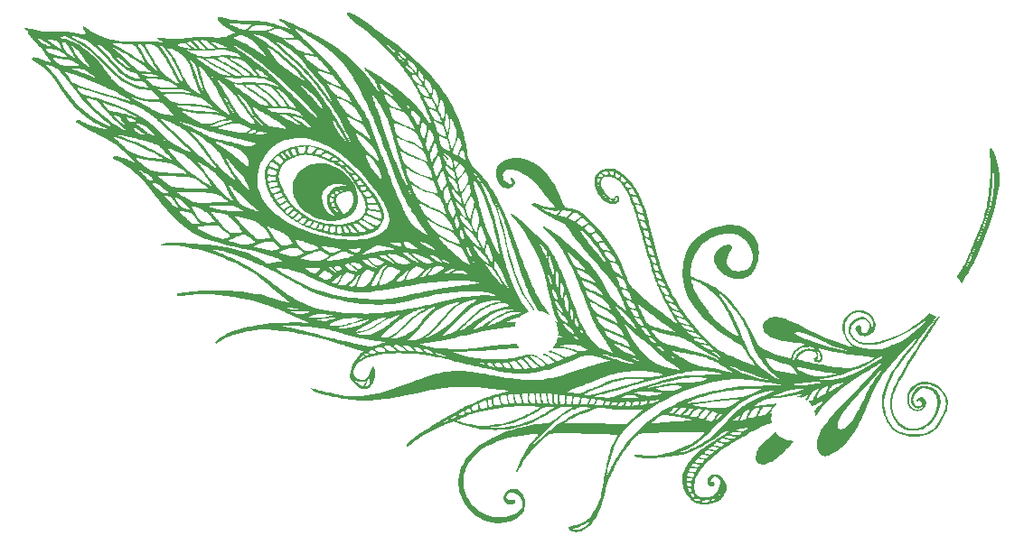
<source format=gto>
%TF.GenerationSoftware,KiCad,Pcbnew,7.0.7-2.fc38*%
%TF.CreationDate,2023-10-05T15:22:52+05:30*%
%TF.ProjectId,bottom_plate,626f7474-6f6d-45f7-906c-6174652e6b69,rev?*%
%TF.SameCoordinates,Original*%
%TF.FileFunction,Legend,Top*%
%TF.FilePolarity,Positive*%
%FSLAX46Y46*%
G04 Gerber Fmt 4.6, Leading zero omitted, Abs format (unit mm)*
G04 Created by KiCad (PCBNEW 7.0.7-2.fc38) date 2023-10-05 15:22:52*
%MOMM*%
%LPD*%
G01*
G04 APERTURE LIST*
%ADD10C,4.200000*%
%ADD11C,3.500000*%
G04 APERTURE END LIST*
%TO.C,L2*%
G36*
X83002408Y-71068199D02*
G01*
X83359011Y-71144084D01*
X83716931Y-71261440D01*
X83970054Y-71370508D01*
X84276234Y-71536380D01*
X84581147Y-71739826D01*
X84871452Y-71970798D01*
X85133810Y-72219247D01*
X85219068Y-72311279D01*
X85438528Y-72584899D01*
X85630384Y-72880021D01*
X85792331Y-73190202D01*
X85922067Y-73509003D01*
X86017285Y-73829981D01*
X86075684Y-74146694D01*
X86094957Y-74452703D01*
X86077356Y-74710691D01*
X86014986Y-74987360D01*
X85908377Y-75247811D01*
X85760487Y-75489466D01*
X85574276Y-75709749D01*
X85352701Y-75906082D01*
X85098723Y-76075888D01*
X84815299Y-76216591D01*
X84803127Y-76220873D01*
X84505388Y-76325613D01*
X84368186Y-76356376D01*
X84184337Y-76397598D01*
X84171949Y-76400376D01*
X84129827Y-76407024D01*
X83850101Y-76431574D01*
X83757479Y-76439703D01*
X83372158Y-76429601D01*
X82980546Y-76378965D01*
X82589320Y-76290044D01*
X82205161Y-76165085D01*
X81834747Y-76006337D01*
X81484758Y-75816045D01*
X81161873Y-75596459D01*
X80872771Y-75349826D01*
X80813123Y-75290898D01*
X80589859Y-75035035D01*
X80391621Y-74749676D01*
X80225280Y-74446418D01*
X80158962Y-74285492D01*
X82725719Y-74285492D01*
X82744403Y-74505447D01*
X82783659Y-74723079D01*
X82841899Y-74923586D01*
X82875737Y-75008514D01*
X82988579Y-75216434D01*
X83136942Y-75418358D01*
X83310618Y-75603294D01*
X83499401Y-75760253D01*
X83675132Y-75869207D01*
X83781230Y-75920058D01*
X83850101Y-75943316D01*
X83882063Y-75937797D01*
X83877433Y-75902320D01*
X83836529Y-75835701D01*
X83819537Y-75813826D01*
X84303059Y-75813826D01*
X84303721Y-75880376D01*
X84318080Y-75948591D01*
X84338059Y-75989507D01*
X84368186Y-76020955D01*
X84389857Y-76012894D01*
X84399095Y-76000343D01*
X84422501Y-75928983D01*
X84413864Y-75851352D01*
X84379521Y-75795296D01*
X84339788Y-75770218D01*
X84318109Y-75771018D01*
X84303059Y-75813826D01*
X83819537Y-75813826D01*
X83759670Y-75736757D01*
X83757399Y-75734028D01*
X83722666Y-75692292D01*
X83580648Y-75518228D01*
X83469535Y-75367734D01*
X83466476Y-75362865D01*
X83407732Y-75269363D01*
X83829901Y-75269363D01*
X83997578Y-75438335D01*
X84071244Y-75510705D01*
X84132664Y-75567586D01*
X84173394Y-75601337D01*
X84184337Y-75607306D01*
X84200577Y-75587137D01*
X84201305Y-75538516D01*
X84187492Y-75479275D01*
X84175907Y-75452161D01*
X84141040Y-75399346D01*
X84089659Y-75336688D01*
X84077614Y-75323606D01*
X84022091Y-75274263D01*
X83969346Y-75256903D01*
X83918367Y-75259035D01*
X83829901Y-75269363D01*
X83407732Y-75269363D01*
X83383856Y-75231359D01*
X83318139Y-75099650D01*
X83266912Y-74963155D01*
X83233476Y-74847211D01*
X83226964Y-74809908D01*
X83592938Y-74809908D01*
X83593291Y-74838255D01*
X83609219Y-74895101D01*
X83634737Y-74964800D01*
X83663862Y-75031703D01*
X83690609Y-75080163D01*
X83700964Y-75092378D01*
X83757399Y-75110134D01*
X83847007Y-75105045D01*
X83912680Y-75094275D01*
X83952196Y-75086015D01*
X83957410Y-75083799D01*
X83950479Y-75059911D01*
X83932761Y-75002204D01*
X83910786Y-74931774D01*
X83864524Y-74784385D01*
X83733053Y-74793075D01*
X83658283Y-74799312D01*
X83606759Y-74806044D01*
X83592938Y-74809908D01*
X83226964Y-74809908D01*
X83206929Y-74695152D01*
X83196424Y-74519324D01*
X83201675Y-74338918D01*
X83212671Y-74250916D01*
X83466476Y-74250916D01*
X83466476Y-74649279D01*
X83546311Y-74649009D01*
X83627813Y-74644519D01*
X83715072Y-74634033D01*
X83718265Y-74633512D01*
X83810383Y-74618286D01*
X83810383Y-74409533D01*
X84056031Y-74409533D01*
X84073778Y-74613954D01*
X84128808Y-74822131D01*
X84223799Y-75044053D01*
X84229094Y-75054598D01*
X84292072Y-75169955D01*
X84367968Y-75294592D01*
X84450627Y-75419851D01*
X84533896Y-75537074D01*
X84611622Y-75637604D01*
X84677650Y-75712785D01*
X84725827Y-75753957D01*
X84726440Y-75754304D01*
X84766439Y-75773113D01*
X84803127Y-75775542D01*
X84851850Y-75759043D01*
X84927952Y-75721063D01*
X84928669Y-75720689D01*
X85073346Y-75621726D01*
X85213693Y-75482026D01*
X85344453Y-75309975D01*
X85460367Y-75113955D01*
X85556178Y-74902352D01*
X85626627Y-74683550D01*
X85651915Y-74567362D01*
X85665494Y-74427842D01*
X85663232Y-74268952D01*
X85646525Y-74112418D01*
X85616770Y-73979965D01*
X85613503Y-73969978D01*
X85556941Y-73838017D01*
X85489764Y-73740003D01*
X85427741Y-73689155D01*
X85342620Y-73665625D01*
X85223341Y-73663391D01*
X85079119Y-73680674D01*
X84919170Y-73715694D01*
X84752708Y-73766673D01*
X84588950Y-73831831D01*
X84520631Y-73864282D01*
X84504706Y-73872708D01*
X84359393Y-73949590D01*
X84239128Y-74025622D01*
X84154285Y-74098895D01*
X84119053Y-74148262D01*
X84099314Y-74175921D01*
X84068663Y-74263214D01*
X84056782Y-74367289D01*
X84056031Y-74409533D01*
X83810383Y-74409533D01*
X83810383Y-74312050D01*
X83774644Y-74307151D01*
X83699858Y-74296901D01*
X83616673Y-74283935D01*
X83544003Y-74270070D01*
X83527905Y-74266334D01*
X83466476Y-74250916D01*
X83212671Y-74250916D01*
X83222390Y-74173127D01*
X83245030Y-74078963D01*
X83249674Y-74068001D01*
X83509711Y-74068001D01*
X83617058Y-74124164D01*
X83708578Y-74166033D01*
X83774644Y-74177799D01*
X83828711Y-74159362D01*
X83872911Y-74122253D01*
X83922445Y-74052381D01*
X83925648Y-73983323D01*
X83882303Y-73908040D01*
X83865654Y-73889026D01*
X83816742Y-73840827D01*
X83778769Y-73811638D01*
X83772335Y-73808803D01*
X83744568Y-73822445D01*
X83695368Y-73864931D01*
X83634838Y-73927426D01*
X83628140Y-73934897D01*
X83509711Y-74068001D01*
X83249674Y-74068001D01*
X83337337Y-73861071D01*
X83440250Y-73709551D01*
X83965420Y-73709551D01*
X83967138Y-73753236D01*
X83995250Y-73815296D01*
X84047687Y-73872461D01*
X84119053Y-73888019D01*
X84200999Y-73861227D01*
X84236954Y-73836858D01*
X84287515Y-73785656D01*
X84296449Y-73736265D01*
X84264128Y-73676286D01*
X84242523Y-73649784D01*
X84198956Y-73599134D01*
X84406039Y-73599134D01*
X84442323Y-73639740D01*
X84504706Y-73657441D01*
X84574273Y-73649012D01*
X84606835Y-73633346D01*
X84651197Y-73600903D01*
X84670142Y-73580348D01*
X84670151Y-73580144D01*
X84647909Y-73573768D01*
X84590462Y-73569513D01*
X84532997Y-73568428D01*
X84450273Y-73571960D01*
X84410608Y-73583462D01*
X84406039Y-73599134D01*
X84198956Y-73599134D01*
X84183367Y-73581011D01*
X84070569Y-73635812D01*
X83997999Y-73674932D01*
X83965420Y-73709551D01*
X83440250Y-73709551D01*
X83470097Y-73665607D01*
X83637756Y-73497763D01*
X83834760Y-73362729D01*
X84055556Y-73265698D01*
X84142008Y-73240509D01*
X84214033Y-73226459D01*
X84321970Y-73210415D01*
X84452721Y-73193826D01*
X84593190Y-73178136D01*
X84730279Y-73164794D01*
X84850890Y-73155244D01*
X84941927Y-73150934D01*
X84953984Y-73150826D01*
X84983464Y-73130555D01*
X84989493Y-73105196D01*
X84980905Y-73077912D01*
X84948037Y-73060560D01*
X84880231Y-73048603D01*
X84848246Y-73045054D01*
X84580595Y-73018898D01*
X84355203Y-73000476D01*
X84165750Y-72990205D01*
X84005913Y-72988500D01*
X83869370Y-72995778D01*
X83749801Y-73012453D01*
X83640882Y-73038941D01*
X83536294Y-73075657D01*
X83429713Y-73123019D01*
X83393787Y-73140674D01*
X83177463Y-73271735D01*
X83003418Y-73427465D01*
X82871007Y-73608629D01*
X82779586Y-73815992D01*
X82756432Y-73897830D01*
X82729199Y-74078018D01*
X82725719Y-74285492D01*
X80158962Y-74285492D01*
X80097708Y-74136853D01*
X80061661Y-74022877D01*
X80005577Y-73759837D01*
X79980640Y-73476848D01*
X79986569Y-73188735D01*
X80023084Y-72910319D01*
X80087352Y-72663871D01*
X80217014Y-72354346D01*
X80383401Y-72074497D01*
X80583294Y-71825396D01*
X80813475Y-71608116D01*
X81070724Y-71423728D01*
X81351824Y-71273306D01*
X81653554Y-71157921D01*
X81972697Y-71078646D01*
X82306032Y-71036552D01*
X82650343Y-71032713D01*
X83002408Y-71068199D01*
G37*
G36*
X81602376Y-69382217D02*
G01*
X81857481Y-69418728D01*
X82322636Y-69525062D01*
X82791273Y-69679914D01*
X83262680Y-69882853D01*
X83736142Y-70133447D01*
X84210946Y-70431266D01*
X84686377Y-70775877D01*
X85161722Y-71166849D01*
X85636268Y-71603750D01*
X85889512Y-71856139D01*
X86057573Y-72031334D01*
X86225241Y-72213015D01*
X86396038Y-72405435D01*
X86573489Y-72612853D01*
X86761116Y-72839523D01*
X86962441Y-73089701D01*
X87180989Y-73367643D01*
X87420281Y-73677605D01*
X87683110Y-74022877D01*
X87873865Y-74288056D01*
X88046240Y-74554001D01*
X88196239Y-74813518D01*
X88319865Y-75059411D01*
X88413121Y-75284485D01*
X88454039Y-75410788D01*
X88476664Y-75514918D01*
X88495717Y-75647223D01*
X88510151Y-75793378D01*
X88518921Y-75939058D01*
X88520980Y-76069938D01*
X88515282Y-76171691D01*
X88511439Y-76196861D01*
X88465811Y-76364808D01*
X88390571Y-76556846D01*
X88322096Y-76700440D01*
X88311882Y-76716664D01*
X88195508Y-76901512D01*
X88027487Y-77095845D01*
X87825731Y-77276958D01*
X87819100Y-77281657D01*
X87597936Y-77438368D01*
X87351801Y-77573594D01*
X87341371Y-77578124D01*
X87214416Y-77633270D01*
X86890157Y-77739904D01*
X86527507Y-77819990D01*
X86391810Y-77838193D01*
X86129510Y-77873378D01*
X85699211Y-77899917D01*
X85609640Y-77899827D01*
X85239656Y-77899454D01*
X84878951Y-77878948D01*
X84753889Y-77871838D01*
X84428545Y-77836729D01*
X84244956Y-77816918D01*
X84056031Y-77790340D01*
X83737257Y-77735166D01*
X83450356Y-77685508D01*
X83213192Y-77632590D01*
X82868969Y-77555784D01*
X82547155Y-77466440D01*
X82412055Y-77428933D01*
X83418191Y-77428933D01*
X83439182Y-77447999D01*
X83494200Y-77471167D01*
X83568859Y-77494180D01*
X83648774Y-77512779D01*
X83719558Y-77522708D01*
X83737257Y-77523360D01*
X83823816Y-77507095D01*
X83838312Y-77495428D01*
X84103660Y-77495428D01*
X84111189Y-77547295D01*
X84138490Y-77577331D01*
X84189859Y-77594474D01*
X84269590Y-77607663D01*
X84284193Y-77609843D01*
X84428545Y-77612216D01*
X84512964Y-77596359D01*
X84624114Y-77565239D01*
X84608207Y-77464464D01*
X84593011Y-77382946D01*
X84571010Y-77281450D01*
X84555456Y-77216300D01*
X84522386Y-77104236D01*
X84485580Y-77033733D01*
X84437180Y-76997401D01*
X84369324Y-76987844D01*
X84316771Y-76991796D01*
X84244806Y-77002299D01*
X84198123Y-77012661D01*
X84195733Y-77013191D01*
X84184634Y-77018097D01*
X84176011Y-77045911D01*
X84162109Y-77111739D01*
X84145016Y-77205021D01*
X84130748Y-77290453D01*
X84111612Y-77412794D01*
X84103660Y-77495428D01*
X83838312Y-77495428D01*
X83887093Y-77456166D01*
X83928899Y-77367376D01*
X83951046Y-77237529D01*
X83955660Y-77137970D01*
X83957772Y-76985945D01*
X83902467Y-76978783D01*
X84709035Y-76978783D01*
X84710749Y-77015256D01*
X84723583Y-77074463D01*
X84748745Y-77164620D01*
X84784703Y-77284875D01*
X84878951Y-77596641D01*
X85050905Y-77596512D01*
X85146088Y-77594398D01*
X85228020Y-77588989D01*
X85277380Y-77581768D01*
X85299377Y-77575497D01*
X85312629Y-77566240D01*
X85314770Y-77547759D01*
X85303436Y-77513813D01*
X85276263Y-77458163D01*
X85230884Y-77374569D01*
X85164936Y-77256792D01*
X85132074Y-77198367D01*
X85075012Y-77102510D01*
X85020328Y-77020361D01*
X84975988Y-76963455D01*
X84958174Y-76946578D01*
X84876435Y-76913882D01*
X84789165Y-76916362D01*
X84734127Y-76941175D01*
X84717230Y-76956829D01*
X84709035Y-76978783D01*
X83902467Y-76978783D01*
X83853371Y-76972425D01*
X83764047Y-76961923D01*
X83678791Y-76953507D01*
X83666440Y-76952496D01*
X83583910Y-76946088D01*
X83501473Y-77179453D01*
X83466685Y-77279216D01*
X83438975Y-77361119D01*
X83421903Y-77414495D01*
X83418191Y-77428933D01*
X82412055Y-77428933D01*
X82317525Y-77402689D01*
X82107621Y-77331502D01*
X82017744Y-77301021D01*
X82844010Y-77301021D01*
X82844388Y-77301481D01*
X82881052Y-77319171D01*
X82947267Y-77340405D01*
X83028310Y-77361693D01*
X83109461Y-77379541D01*
X83175995Y-77390460D01*
X83213192Y-77390958D01*
X83215762Y-77389553D01*
X83232424Y-77358214D01*
X83258596Y-77293582D01*
X83289509Y-77209374D01*
X83320392Y-77119305D01*
X83346475Y-77037093D01*
X83362987Y-76976452D01*
X83366291Y-76956735D01*
X83352257Y-76931419D01*
X83302878Y-76909200D01*
X83211427Y-76887093D01*
X83207354Y-76886279D01*
X83149194Y-76875759D01*
X85186011Y-76875759D01*
X85197650Y-76900554D01*
X85229135Y-76958711D01*
X85275318Y-77041294D01*
X85331054Y-77139368D01*
X85391194Y-77243997D01*
X85450591Y-77346246D01*
X85504100Y-77437179D01*
X85546572Y-77507862D01*
X85572860Y-77549358D01*
X85577771Y-77555866D01*
X85609640Y-77561876D01*
X85677135Y-77560065D01*
X85767469Y-77550960D01*
X85797609Y-77546812D01*
X85895168Y-77531503D01*
X85951789Y-77518711D01*
X85975325Y-77505218D01*
X85973632Y-77487805D01*
X85966535Y-77477580D01*
X85940612Y-77446000D01*
X85888925Y-77384203D01*
X85817534Y-77299394D01*
X85732504Y-77198783D01*
X85669378Y-77124302D01*
X85579220Y-77020162D01*
X85498321Y-76930671D01*
X85432596Y-76862062D01*
X85387957Y-76820569D01*
X85372125Y-76810981D01*
X85329673Y-76818163D01*
X85272031Y-76835262D01*
X85218357Y-76855610D01*
X85187811Y-76872539D01*
X85186011Y-76875759D01*
X83149194Y-76875759D01*
X83124940Y-76871372D01*
X83064129Y-76863145D01*
X83038256Y-76863349D01*
X83013831Y-76900859D01*
X82979534Y-76966513D01*
X82940624Y-77048427D01*
X82902358Y-77134718D01*
X82869995Y-77213502D01*
X82848793Y-77272898D01*
X82844010Y-77301021D01*
X82017744Y-77301021D01*
X81801681Y-77227745D01*
X81618549Y-77154579D01*
X82287365Y-77154579D01*
X82309269Y-77175672D01*
X82364889Y-77197674D01*
X82439092Y-77216282D01*
X82516740Y-77227193D01*
X82547155Y-77228446D01*
X82629160Y-77207070D01*
X82698319Y-77141508D01*
X82756109Y-77030090D01*
X82778009Y-76967088D01*
X82800897Y-76891209D01*
X82815691Y-76837605D01*
X82819137Y-76819288D01*
X82796202Y-76809170D01*
X82740763Y-76787190D01*
X82686551Y-76766380D01*
X82557593Y-76717448D01*
X82422479Y-76924731D01*
X82365504Y-77014256D01*
X82320399Y-77089159D01*
X82292968Y-77139565D01*
X82287365Y-77154579D01*
X81618549Y-77154579D01*
X81466734Y-77093925D01*
X81452741Y-77087429D01*
X81281478Y-77007925D01*
X81666822Y-77007925D01*
X81667509Y-77009767D01*
X81702849Y-77028580D01*
X81768247Y-77053544D01*
X81851175Y-77080952D01*
X81939105Y-77107096D01*
X82019508Y-77128271D01*
X82079856Y-77140770D01*
X82107621Y-77140886D01*
X82108107Y-77140121D01*
X82123269Y-77111053D01*
X82158388Y-77049914D01*
X82207749Y-76966522D01*
X82249660Y-76896958D01*
X82304853Y-76805648D01*
X82349204Y-76731626D01*
X82377385Y-76683826D01*
X82384711Y-76670527D01*
X82363395Y-76661396D01*
X82305547Y-76641435D01*
X82221616Y-76614183D01*
X82175286Y-76599599D01*
X82075582Y-76571482D01*
X81997623Y-76555241D01*
X81951775Y-76552849D01*
X81945069Y-76555817D01*
X81908230Y-76602608D01*
X81859930Y-76672490D01*
X81806462Y-76755167D01*
X81754123Y-76840345D01*
X81709206Y-76917727D01*
X81678008Y-76977019D01*
X81666822Y-77007925D01*
X81281478Y-77007925D01*
X80987669Y-76871532D01*
X80926518Y-76843144D01*
X80863135Y-76808687D01*
X81181950Y-76808687D01*
X81203111Y-76830304D01*
X81256267Y-76858557D01*
X81325921Y-76887490D01*
X81396577Y-76911148D01*
X81452741Y-76923577D01*
X81476281Y-76921799D01*
X81500170Y-76895743D01*
X81542303Y-76840014D01*
X81595322Y-76765434D01*
X81651872Y-76682825D01*
X81704595Y-76603009D01*
X81746137Y-76536808D01*
X81769140Y-76495045D01*
X81771505Y-76487481D01*
X81750434Y-76470603D01*
X81695778Y-76444031D01*
X81635477Y-76419709D01*
X81557116Y-76392209D01*
X81495392Y-76373817D01*
X81469664Y-76369030D01*
X81447000Y-76388551D01*
X81406630Y-76439792D01*
X81355578Y-76512022D01*
X81300867Y-76594510D01*
X81249519Y-76676522D01*
X81208559Y-76747328D01*
X81185008Y-76796195D01*
X81181950Y-76808687D01*
X80863135Y-76808687D01*
X80417226Y-76566276D01*
X80374676Y-76539380D01*
X80533389Y-76539380D01*
X80749960Y-76639436D01*
X80844781Y-76681594D01*
X80923204Y-76713389D01*
X80974474Y-76730623D01*
X80987669Y-76732248D01*
X81007025Y-76710341D01*
X81045324Y-76656719D01*
X81095957Y-76581630D01*
X81152320Y-76495323D01*
X81207806Y-76408048D01*
X81255808Y-76330053D01*
X81289720Y-76271587D01*
X81302906Y-76243204D01*
X81283304Y-76226250D01*
X81230254Y-76196705D01*
X81160454Y-76163369D01*
X81082510Y-76129826D01*
X81022004Y-76106422D01*
X80994130Y-76098602D01*
X80969381Y-76115096D01*
X80917664Y-76160138D01*
X80846273Y-76227066D01*
X80762505Y-76309219D01*
X80752757Y-76318991D01*
X80533389Y-76539380D01*
X80374676Y-76539380D01*
X80363950Y-76532600D01*
X79984338Y-76292647D01*
X79940678Y-76265050D01*
X79817934Y-76175113D01*
X80077145Y-76175113D01*
X80132110Y-76249793D01*
X80204809Y-76324426D01*
X80289602Y-76375823D01*
X80363950Y-76393288D01*
X80435355Y-76373032D01*
X80528334Y-76314807D01*
X80638033Y-76222056D01*
X80720100Y-76140606D01*
X80784976Y-76070936D01*
X80834038Y-76015003D01*
X80859410Y-75981912D01*
X80861236Y-75977401D01*
X80842691Y-75956401D01*
X80795233Y-75914345D01*
X80728909Y-75860110D01*
X80725004Y-75857022D01*
X80651770Y-75801554D01*
X80604651Y-75774064D01*
X80572901Y-75770052D01*
X80548280Y-75783031D01*
X80513071Y-75811483D01*
X80449769Y-75863669D01*
X80367893Y-75931712D01*
X80291781Y-75995313D01*
X80077145Y-76175113D01*
X79817934Y-76175113D01*
X79498690Y-75941197D01*
X79477670Y-75923331D01*
X79425437Y-75878935D01*
X79647525Y-75878935D01*
X79675367Y-75903465D01*
X79731249Y-75941425D01*
X79771919Y-75966228D01*
X79881301Y-76012490D01*
X79984338Y-76016727D01*
X80085115Y-75977389D01*
X80187715Y-75892928D01*
X80290617Y-75769450D01*
X80398210Y-75623295D01*
X80329490Y-75565412D01*
X80265914Y-75514012D01*
X80207476Y-75469982D01*
X80206086Y-75469000D01*
X80182475Y-75455012D01*
X80158217Y-75451905D01*
X80126123Y-75463678D01*
X80079004Y-75494328D01*
X80009673Y-75547854D01*
X79910940Y-75628254D01*
X79892491Y-75643421D01*
X79799189Y-75722508D01*
X79722913Y-75791684D01*
X79670190Y-75844673D01*
X79647547Y-75875201D01*
X79647525Y-75878935D01*
X79425437Y-75878935D01*
X79119645Y-75619025D01*
X79093081Y-75596447D01*
X79025342Y-75529352D01*
X79265895Y-75529352D01*
X79282134Y-75555153D01*
X79324292Y-75603271D01*
X79371783Y-75651868D01*
X79477670Y-75755788D01*
X79623572Y-75661298D01*
X79692642Y-75610748D01*
X79772372Y-75543600D01*
X79853971Y-75468460D01*
X79928649Y-75393935D01*
X79987614Y-75328629D01*
X80022077Y-75281150D01*
X80027404Y-75265943D01*
X80007893Y-75244297D01*
X79958425Y-75210013D01*
X79927275Y-75191605D01*
X79865581Y-75159068D01*
X79821250Y-75148081D01*
X79771837Y-75157308D01*
X79712333Y-75178812D01*
X79622133Y-75217656D01*
X79534521Y-75262561D01*
X79510504Y-75276782D01*
X79451470Y-75320755D01*
X79386369Y-75379527D01*
X79326326Y-75441614D01*
X79282463Y-75495530D01*
X79265895Y-75529352D01*
X79025342Y-75529352D01*
X78762424Y-75268933D01*
X78725670Y-75232528D01*
X78522684Y-74996087D01*
X78820110Y-74996087D01*
X78887389Y-75086755D01*
X78945008Y-75162749D01*
X79011581Y-75248289D01*
X79037156Y-75280510D01*
X79119645Y-75383598D01*
X79425888Y-75185645D01*
X79549286Y-75103359D01*
X79641210Y-75036694D01*
X79698069Y-74988447D01*
X79716276Y-74961416D01*
X79715694Y-74959733D01*
X79692626Y-74927713D01*
X79647661Y-74870186D01*
X79590361Y-74799376D01*
X79588135Y-74796668D01*
X79530379Y-74726480D01*
X79484070Y-74670268D01*
X79458879Y-74639767D01*
X79458419Y-74639213D01*
X79441154Y-74637225D01*
X79402449Y-74651375D01*
X79338551Y-74683722D01*
X79245705Y-74736326D01*
X79120159Y-74811245D01*
X78958159Y-74910538D01*
X78914038Y-74937852D01*
X78820110Y-74996087D01*
X78522684Y-74996087D01*
X78431849Y-74890281D01*
X78398274Y-74851172D01*
X78169471Y-74533031D01*
X78509385Y-74533031D01*
X78622402Y-74690134D01*
X78680546Y-74764493D01*
X78729954Y-74815853D01*
X78762424Y-74835912D01*
X78766076Y-74835472D01*
X78796818Y-74818846D01*
X78857577Y-74782542D01*
X78939309Y-74732277D01*
X79032966Y-74673768D01*
X79129501Y-74612734D01*
X79219869Y-74554893D01*
X79295021Y-74505961D01*
X79345912Y-74471658D01*
X79363545Y-74457848D01*
X79350219Y-74436199D01*
X79314652Y-74386221D01*
X79264457Y-74318605D01*
X79262944Y-74316600D01*
X79210847Y-74249570D01*
X79170646Y-74201500D01*
X79150856Y-74182560D01*
X79150696Y-74182548D01*
X79126470Y-74193856D01*
X79067220Y-74224974D01*
X78980782Y-74271694D01*
X78874989Y-74329805D01*
X78824522Y-74357790D01*
X78509385Y-74533031D01*
X78169471Y-74533031D01*
X78112711Y-74454108D01*
X78094290Y-74422808D01*
X77870800Y-74043066D01*
X77870224Y-74041825D01*
X77856015Y-74011208D01*
X78185044Y-74011208D01*
X78197660Y-74038283D01*
X78231465Y-74096084D01*
X78280398Y-74174460D01*
X78308447Y-74217889D01*
X78431849Y-74406923D01*
X78511106Y-74359673D01*
X78565664Y-74328246D01*
X78650461Y-74280658D01*
X78752536Y-74224145D01*
X78829870Y-74181761D01*
X78925882Y-74128444D01*
X79003549Y-74083528D01*
X79054152Y-74052176D01*
X79069377Y-74039978D01*
X79058245Y-74014477D01*
X79029171Y-73958795D01*
X78991670Y-73890761D01*
X78950710Y-73818444D01*
X78920114Y-73765314D01*
X78907164Y-73743899D01*
X78882367Y-73747777D01*
X78821515Y-73766236D01*
X78734211Y-73795722D01*
X78630059Y-73832680D01*
X78518661Y-73873554D01*
X78409623Y-73914790D01*
X78312547Y-73952832D01*
X78237037Y-73984127D01*
X78192696Y-74005117D01*
X78185044Y-74011208D01*
X77856015Y-74011208D01*
X77674359Y-73619775D01*
X77673303Y-73616957D01*
X77612300Y-73454154D01*
X77890267Y-73454154D01*
X77901162Y-73484676D01*
X77930272Y-73547045D01*
X77972229Y-73630009D01*
X77992278Y-73668076D01*
X78094290Y-73859531D01*
X78207220Y-73815525D01*
X78278853Y-73788191D01*
X78380796Y-73750027D01*
X78497173Y-73706953D01*
X78571940Y-73679528D01*
X78673737Y-73640742D01*
X78755801Y-73606441D01*
X78808709Y-73580762D01*
X78823729Y-73568975D01*
X78815185Y-73537708D01*
X78793095Y-73476116D01*
X78770472Y-73418174D01*
X78738463Y-73342639D01*
X78711425Y-73285696D01*
X78698902Y-73264721D01*
X78670254Y-73262886D01*
X78604374Y-73271696D01*
X78510874Y-73288899D01*
X78399368Y-73312243D01*
X78279469Y-73339475D01*
X78160792Y-73368344D01*
X78052950Y-73396598D01*
X77965555Y-73421984D01*
X77908221Y-73442251D01*
X77890267Y-73454154D01*
X77612300Y-73454154D01*
X77596325Y-73411519D01*
X77522077Y-73165910D01*
X77461923Y-72903747D01*
X77456345Y-72870391D01*
X77720758Y-72870391D01*
X77722516Y-72896563D01*
X77735832Y-72955938D01*
X77756832Y-73035077D01*
X77781643Y-73120541D01*
X77806395Y-73198889D01*
X77827213Y-73256682D01*
X77838561Y-73279229D01*
X77870224Y-73282928D01*
X77937921Y-73273469D01*
X78031234Y-73253684D01*
X78139742Y-73226407D01*
X78253027Y-73194471D01*
X78360668Y-73160709D01*
X78452246Y-73127952D01*
X78517341Y-73099036D01*
X78531022Y-73090960D01*
X78624848Y-73028869D01*
X78590363Y-72945889D01*
X78572622Y-72903199D01*
X78538112Y-72831293D01*
X78504989Y-72780229D01*
X78487923Y-72765069D01*
X78455483Y-72764792D01*
X78385501Y-72770816D01*
X78288447Y-72781704D01*
X78174789Y-72796018D01*
X78054996Y-72812321D01*
X77939537Y-72829177D01*
X77838880Y-72845147D01*
X77763495Y-72858794D01*
X77723851Y-72868682D01*
X77720758Y-72870391D01*
X77456345Y-72870391D01*
X77417091Y-72635656D01*
X77395761Y-72437008D01*
X77659019Y-72437008D01*
X77659724Y-72530108D01*
X77662270Y-72617390D01*
X77666535Y-72685132D01*
X77672397Y-72719611D01*
X77673303Y-72720967D01*
X77699533Y-72720465D01*
X77763685Y-72712477D01*
X77855427Y-72698769D01*
X77964430Y-72681102D01*
X78080361Y-72661239D01*
X78192892Y-72640943D01*
X78291691Y-72621977D01*
X78366428Y-72606103D01*
X78403061Y-72596446D01*
X78422519Y-72566912D01*
X78424535Y-72508828D01*
X78411781Y-72438465D01*
X78386930Y-72372094D01*
X78359669Y-72332331D01*
X78331543Y-72312565D01*
X78286444Y-72297583D01*
X78227565Y-72287821D01*
X78215902Y-72285887D01*
X78111450Y-72275977D01*
X77998411Y-72268366D01*
X77919684Y-72264144D01*
X78674789Y-72264144D01*
X78686015Y-72479309D01*
X78709683Y-72598119D01*
X78734586Y-72674999D01*
X78776862Y-72787563D01*
X78832790Y-72927125D01*
X78898646Y-73084999D01*
X78970707Y-73252499D01*
X79045250Y-73420940D01*
X79118552Y-73581635D01*
X79186890Y-73725899D01*
X79232362Y-73817530D01*
X79481172Y-74252511D01*
X79770451Y-74662830D01*
X80096675Y-75044812D01*
X80456326Y-75394783D01*
X80845881Y-75709067D01*
X81261819Y-75983989D01*
X81365457Y-76043862D01*
X81766565Y-76245554D01*
X82199110Y-76419532D01*
X82652633Y-76563053D01*
X83116672Y-76673376D01*
X83580767Y-76747760D01*
X84034457Y-76783461D01*
X84198123Y-76786318D01*
X84568280Y-76772981D01*
X84883653Y-76734396D01*
X85677307Y-76734396D01*
X85691888Y-76761356D01*
X85731430Y-76818139D01*
X85789637Y-76896666D01*
X85860209Y-76988860D01*
X85936848Y-77086641D01*
X86013258Y-77181932D01*
X86083139Y-77266653D01*
X86140193Y-77332726D01*
X86162829Y-77357165D01*
X86274661Y-77446129D01*
X86391810Y-77488840D01*
X86494172Y-77487354D01*
X86658914Y-77453612D01*
X86778514Y-77423972D01*
X86856670Y-77397240D01*
X86897084Y-77372224D01*
X86904895Y-77354902D01*
X86885156Y-77327572D01*
X86829588Y-77276514D01*
X86742973Y-77205643D01*
X86630099Y-77118872D01*
X86495749Y-77020116D01*
X86495285Y-77019782D01*
X86334736Y-76904504D01*
X86208269Y-76815128D01*
X86110431Y-76748391D01*
X86035768Y-76701028D01*
X85978829Y-76669776D01*
X85934159Y-76651370D01*
X85896305Y-76642548D01*
X85860868Y-76640057D01*
X85796936Y-76650402D01*
X85733632Y-76677016D01*
X85688569Y-76710847D01*
X85677307Y-76734396D01*
X84883653Y-76734396D01*
X84907879Y-76731432D01*
X85228304Y-76659044D01*
X85540940Y-76553189D01*
X85638308Y-76509483D01*
X86168603Y-76509483D01*
X86187911Y-76531011D01*
X86241393Y-76575103D01*
X86322390Y-76637003D01*
X86424243Y-76711958D01*
X86540292Y-76795211D01*
X86663878Y-76882010D01*
X86788341Y-76967598D01*
X86907022Y-77047222D01*
X87013261Y-77116126D01*
X87053745Y-77141450D01*
X87172394Y-77208795D01*
X87264729Y-77244323D01*
X87341371Y-77248611D01*
X87412941Y-77222240D01*
X87490060Y-77165787D01*
X87490681Y-77165257D01*
X87555463Y-77107203D01*
X87585499Y-77068807D01*
X87584703Y-77039408D01*
X87556985Y-77008343D01*
X87550373Y-77002557D01*
X87510312Y-76973703D01*
X87437013Y-76926357D01*
X87337333Y-76864537D01*
X87218129Y-76792261D01*
X87086259Y-76713545D01*
X86948579Y-76632407D01*
X86811947Y-76552865D01*
X86683219Y-76478936D01*
X86569254Y-76414638D01*
X86476907Y-76363987D01*
X86413037Y-76331002D01*
X86384820Y-76319685D01*
X86345204Y-76335669D01*
X86289435Y-76375230D01*
X86231852Y-76425779D01*
X86186795Y-76474730D01*
X86168603Y-76509483D01*
X85638308Y-76509483D01*
X85857172Y-76411241D01*
X85885702Y-76396858D01*
X86134475Y-76259543D01*
X86259326Y-76175106D01*
X86537671Y-76175106D01*
X86557557Y-76193960D01*
X86613148Y-76232927D01*
X86697469Y-76287786D01*
X86803545Y-76354318D01*
X86924401Y-76428301D01*
X87053062Y-76505515D01*
X87182553Y-76581740D01*
X87305898Y-76652755D01*
X87416123Y-76714341D01*
X87506252Y-76762275D01*
X87517539Y-76767993D01*
X87646144Y-76830527D01*
X87742894Y-76868235D01*
X87819100Y-76879757D01*
X87886070Y-76863732D01*
X87955113Y-76818799D01*
X88037539Y-76743599D01*
X88081369Y-76700162D01*
X88166281Y-76611092D01*
X88221706Y-76543795D01*
X88244472Y-76502346D01*
X88242823Y-76492785D01*
X88214460Y-76477032D01*
X88147436Y-76445277D01*
X88048406Y-76400503D01*
X87924023Y-76345691D01*
X87780940Y-76283825D01*
X87691621Y-76245722D01*
X87528685Y-76176614D01*
X87369204Y-76109080D01*
X87222679Y-76047134D01*
X87098607Y-75994791D01*
X87006488Y-75956064D01*
X86980940Y-75945379D01*
X86798402Y-75869235D01*
X86668335Y-76014625D01*
X86607294Y-76084550D01*
X86561453Y-76140287D01*
X86538784Y-76172042D01*
X86537671Y-76175106D01*
X86259326Y-76175106D01*
X86338099Y-76121832D01*
X86500386Y-75979282D01*
X86625151Y-75827451D01*
X86716206Y-75661897D01*
X86730373Y-75619339D01*
X86941030Y-75619339D01*
X86942504Y-75659941D01*
X86963814Y-75688037D01*
X86982366Y-75702468D01*
X87066934Y-75757853D01*
X87183400Y-75825265D01*
X87318379Y-75897676D01*
X87458487Y-75968055D01*
X87590339Y-76029374D01*
X87664574Y-76060762D01*
X87759306Y-76095656D01*
X87873837Y-76133372D01*
X87996137Y-76170472D01*
X88114179Y-76203516D01*
X88215935Y-76229066D01*
X88289377Y-76243683D01*
X88311882Y-76245819D01*
X88321454Y-76244989D01*
X88326500Y-76237165D01*
X88326020Y-76214665D01*
X88319014Y-76169807D01*
X88304483Y-76094910D01*
X88281426Y-75982294D01*
X88271010Y-75931836D01*
X88247592Y-75821502D01*
X88226999Y-75730189D01*
X88211559Y-75667859D01*
X88203881Y-75644647D01*
X88178375Y-75638183D01*
X88112502Y-75624994D01*
X88014341Y-75606498D01*
X87970321Y-75598446D01*
X87891973Y-75584116D01*
X87753479Y-75559268D01*
X87606941Y-75533374D01*
X87460439Y-75507854D01*
X87322054Y-75484128D01*
X87199868Y-75463615D01*
X87101961Y-75447736D01*
X87036413Y-75437911D01*
X87012864Y-75435363D01*
X86991158Y-75456979D01*
X86967314Y-75511934D01*
X86956473Y-75548938D01*
X86941030Y-75619339D01*
X86730373Y-75619339D01*
X86777365Y-75478178D01*
X86806042Y-75324811D01*
X86811591Y-75220723D01*
X87016089Y-75220723D01*
X87151195Y-75268553D01*
X87311589Y-75317747D01*
X87485040Y-75358052D01*
X87660205Y-75387953D01*
X87825746Y-75405934D01*
X87970321Y-75410481D01*
X88082591Y-75400079D01*
X88102021Y-75395582D01*
X88125012Y-75387391D01*
X88135325Y-75372712D01*
X88130858Y-75343355D01*
X88109513Y-75291131D01*
X88069187Y-75207851D01*
X88037746Y-75145025D01*
X87919260Y-74909004D01*
X87492239Y-74916209D01*
X87352044Y-74919463D01*
X87229190Y-74923999D01*
X87131994Y-74929374D01*
X87068769Y-74935145D01*
X87048091Y-74939877D01*
X87037224Y-74971880D01*
X87030955Y-75014400D01*
X87027715Y-75036375D01*
X87023526Y-75088531D01*
X87016089Y-75220723D01*
X86811591Y-75220723D01*
X86817494Y-75109992D01*
X86798837Y-74875332D01*
X86751654Y-74638526D01*
X86741144Y-74600150D01*
X86720813Y-74532073D01*
X86698709Y-74466816D01*
X86673799Y-74403514D01*
X86928334Y-74403514D01*
X86940888Y-74468145D01*
X86963914Y-74554674D01*
X86972069Y-74581726D01*
X87030955Y-74772103D01*
X87345340Y-74772103D01*
X87523027Y-74768204D01*
X87660797Y-74756777D01*
X87756174Y-74738224D01*
X87806682Y-74712948D01*
X87814445Y-74695781D01*
X87801888Y-74666933D01*
X87767988Y-74606753D01*
X87718396Y-74524960D01*
X87676493Y-74458677D01*
X87618558Y-74368848D01*
X87570915Y-74295625D01*
X87539504Y-74248099D01*
X87530255Y-74234875D01*
X87503850Y-74235677D01*
X87441171Y-74246242D01*
X87353495Y-74263979D01*
X87252100Y-74286294D01*
X87148262Y-74310595D01*
X87053258Y-74334291D01*
X87033860Y-74339600D01*
X86978365Y-74354788D01*
X86934860Y-74369496D01*
X86928813Y-74373128D01*
X86928334Y-74403514D01*
X86673799Y-74403514D01*
X86672499Y-74400210D01*
X86639851Y-74328089D01*
X86598433Y-74246284D01*
X86569037Y-74192744D01*
X86545913Y-74150628D01*
X86479959Y-74036953D01*
X86398238Y-73901091D01*
X86327764Y-73786565D01*
X86629289Y-73786565D01*
X86636727Y-73825667D01*
X86668374Y-73887501D01*
X86725362Y-73980176D01*
X86821751Y-74103155D01*
X86924787Y-74178043D01*
X87033860Y-74204590D01*
X87148361Y-74182549D01*
X87183121Y-74166712D01*
X87248553Y-74128804D01*
X87314482Y-74084075D01*
X87367463Y-74042430D01*
X87394051Y-74013775D01*
X87395011Y-74010594D01*
X87381228Y-73987251D01*
X87343405Y-73934333D01*
X87288039Y-73860750D01*
X87247189Y-73807935D01*
X87175288Y-73721415D01*
X87113063Y-73656894D01*
X87068002Y-73621788D01*
X87054989Y-73617558D01*
X87005993Y-73626144D01*
X86927081Y-73648524D01*
X86833699Y-73679627D01*
X86741297Y-73714380D01*
X86680267Y-73740563D01*
X86644367Y-73761196D01*
X86629289Y-73786565D01*
X86327764Y-73786565D01*
X86300008Y-73741460D01*
X86298418Y-73738876D01*
X86178166Y-73546140D01*
X86035152Y-73318714D01*
X86030849Y-73311895D01*
X86300254Y-73311895D01*
X86320609Y-73369583D01*
X86355306Y-73439215D01*
X86397448Y-73506625D01*
X86432433Y-73550004D01*
X86496522Y-73598944D01*
X86569037Y-73614696D01*
X86658228Y-73596813D01*
X86772345Y-73544846D01*
X86799370Y-73530052D01*
X86955845Y-73442546D01*
X86908254Y-73376522D01*
X86856004Y-73309655D01*
X86808453Y-73255227D01*
X86732061Y-73208267D01*
X86677366Y-73200340D01*
X86616975Y-73205591D01*
X86535140Y-73218730D01*
X86447239Y-73236489D01*
X86368652Y-73255599D01*
X86314758Y-73272789D01*
X86301138Y-73280316D01*
X86300254Y-73311895D01*
X86030849Y-73311895D01*
X85936963Y-73163109D01*
X85876129Y-73066882D01*
X85787213Y-72926234D01*
X85692271Y-72776760D01*
X85996650Y-72776760D01*
X86013271Y-72837746D01*
X86055532Y-72914537D01*
X86112026Y-72990667D01*
X86171346Y-73049671D01*
X86197926Y-73067310D01*
X86300008Y-73094706D01*
X86419845Y-73079250D01*
X86523331Y-73039332D01*
X86610356Y-72998036D01*
X86567575Y-72922660D01*
X86526102Y-72861833D01*
X86465861Y-72787103D01*
X86424603Y-72741125D01*
X86356386Y-72678625D01*
X86296607Y-72641411D01*
X86270806Y-72634966D01*
X86209641Y-72645865D01*
X86136680Y-72673401D01*
X86066896Y-72709830D01*
X86015260Y-72747408D01*
X85996650Y-72776760D01*
X85692271Y-72776760D01*
X85660368Y-72726532D01*
X85553237Y-72559552D01*
X85482189Y-72450787D01*
X85462628Y-72420842D01*
X85385349Y-72305949D01*
X85318208Y-72210422D01*
X85258014Y-72129809D01*
X85257624Y-72129324D01*
X85585206Y-72129324D01*
X85586599Y-72159602D01*
X85611934Y-72217840D01*
X85654429Y-72293662D01*
X85707298Y-72376694D01*
X85763758Y-72456558D01*
X85817026Y-72522881D01*
X85860317Y-72565285D01*
X85876129Y-72574285D01*
X85920179Y-72572811D01*
X85984991Y-72554876D01*
X86054432Y-72527143D01*
X86112370Y-72496279D01*
X86142671Y-72468949D01*
X86144039Y-72463597D01*
X86131221Y-72434085D01*
X86098083Y-72378117D01*
X86064203Y-72326309D01*
X85983066Y-72220186D01*
X85906320Y-72153703D01*
X85822916Y-72119859D01*
X85725300Y-72111592D01*
X85650976Y-72115572D01*
X85598650Y-72123656D01*
X85585206Y-72129324D01*
X85257624Y-72129324D01*
X85201575Y-72059657D01*
X85145699Y-71995516D01*
X85087194Y-71932933D01*
X85022869Y-71867457D01*
X84971256Y-71816117D01*
X84807704Y-71661307D01*
X84666125Y-71541610D01*
X84646759Y-71525237D01*
X84487128Y-71407667D01*
X84939141Y-71407667D01*
X84960669Y-71455620D01*
X85006159Y-71523563D01*
X85070004Y-71604342D01*
X85146598Y-71690803D01*
X85230332Y-71775792D01*
X85304733Y-71843059D01*
X85384531Y-71908448D01*
X85439841Y-71946098D01*
X85482189Y-71961690D01*
X85523101Y-71960903D01*
X85538099Y-71958049D01*
X85619022Y-71935140D01*
X85652540Y-71909204D01*
X85640375Y-71876781D01*
X85595939Y-71841888D01*
X85553165Y-71809170D01*
X85485902Y-71752521D01*
X85405491Y-71681622D01*
X85363569Y-71643552D01*
X85241269Y-71539059D01*
X85129743Y-71458655D01*
X85035376Y-71406277D01*
X84964554Y-71385861D01*
X84947181Y-71386858D01*
X84939141Y-71407667D01*
X84487128Y-71407667D01*
X84479473Y-71402029D01*
X84296900Y-71285801D01*
X84090094Y-71170675D01*
X83921723Y-71086552D01*
X83850109Y-71050771D01*
X83698650Y-70979696D01*
X83556566Y-70916338D01*
X84264270Y-70916338D01*
X84266544Y-70955426D01*
X84302592Y-71009817D01*
X84363123Y-71071168D01*
X84438845Y-71131137D01*
X84520466Y-71181384D01*
X84593745Y-71212141D01*
X84666125Y-71222689D01*
X84738096Y-71216453D01*
X84793826Y-71196750D01*
X84817483Y-71166897D01*
X84817540Y-71165249D01*
X84800877Y-71138948D01*
X84756949Y-71089709D01*
X84694848Y-71027639D01*
X84687281Y-71020446D01*
X84614816Y-70956638D01*
X84548387Y-70906226D01*
X84501997Y-70879803D01*
X84500909Y-70879444D01*
X84438874Y-70871632D01*
X84365085Y-70877408D01*
X84299952Y-70893588D01*
X84264270Y-70916338D01*
X83556566Y-70916338D01*
X83349471Y-70823990D01*
X83268227Y-70787762D01*
X83029409Y-70689603D01*
X83631519Y-70689603D01*
X83649786Y-70710274D01*
X83655239Y-70714542D01*
X83739386Y-70764759D01*
X83835843Y-70802114D01*
X83920091Y-70817162D01*
X83921723Y-70817171D01*
X83979212Y-70808412D01*
X84051529Y-70786114D01*
X84124837Y-70756245D01*
X84185300Y-70724773D01*
X84219082Y-70697667D01*
X84221700Y-70687776D01*
X84198216Y-70665386D01*
X84141920Y-70625452D01*
X84062690Y-70574748D01*
X84014717Y-70545790D01*
X83815836Y-70428109D01*
X83713237Y-70554236D01*
X83659341Y-70622373D01*
X83633403Y-70663899D01*
X83631519Y-70689603D01*
X83029409Y-70689603D01*
X82873555Y-70625544D01*
X82511902Y-70492217D01*
X82449450Y-70472379D01*
X82180535Y-70386955D01*
X81947496Y-70327109D01*
X82698907Y-70327109D01*
X82728929Y-70343148D01*
X82793796Y-70372649D01*
X82883112Y-70411317D01*
X82986483Y-70454851D01*
X83093512Y-70498955D01*
X83193805Y-70539331D01*
X83276966Y-70571679D01*
X83332600Y-70591704D01*
X83349471Y-70596088D01*
X83378742Y-70582665D01*
X83433660Y-70548003D01*
X83502590Y-70500512D01*
X83573902Y-70448600D01*
X83635962Y-70400678D01*
X83677138Y-70365153D01*
X83687325Y-70351843D01*
X83667251Y-70335040D01*
X83612532Y-70298857D01*
X83531145Y-70248352D01*
X83431068Y-70188579D01*
X83413841Y-70178486D01*
X83309416Y-70117784D01*
X83219928Y-70066360D01*
X83154116Y-70029192D01*
X83120718Y-70011261D01*
X83119151Y-70010578D01*
X83091184Y-70020037D01*
X83037012Y-70052559D01*
X82966232Y-70100916D01*
X82888439Y-70157880D01*
X82813230Y-70216223D01*
X82750202Y-70268716D01*
X82708951Y-70308132D01*
X82698907Y-70327109D01*
X81947496Y-70327109D01*
X81876723Y-70308934D01*
X81783787Y-70291744D01*
X81597733Y-70257329D01*
X81340832Y-70231315D01*
X81207981Y-70227616D01*
X81023179Y-70232171D01*
X80852013Y-70247422D01*
X80686028Y-70275746D01*
X80638468Y-70288046D01*
X80516766Y-70319522D01*
X80335773Y-70381129D01*
X80134591Y-70462943D01*
X80033811Y-70508723D01*
X79904763Y-70567343D01*
X79791710Y-70621497D01*
X79769474Y-70632148D01*
X79621014Y-70704791D01*
X79508369Y-70762142D01*
X79422906Y-70809836D01*
X79411254Y-70817441D01*
X79355990Y-70853512D01*
X79298990Y-70898805D01*
X79243271Y-70951354D01*
X79180200Y-71016794D01*
X79179919Y-71017093D01*
X79061496Y-71156376D01*
X78961544Y-71306769D01*
X78874218Y-71479072D01*
X78841997Y-71561086D01*
X78793673Y-71684088D01*
X78752850Y-71806198D01*
X78697305Y-72035417D01*
X78674789Y-72264144D01*
X77919684Y-72264144D01*
X77878848Y-72261954D01*
X77777957Y-72258157D01*
X77705337Y-72257219D01*
X77670589Y-72259382D01*
X77669184Y-72260034D01*
X77663627Y-72288248D01*
X77660279Y-72351814D01*
X77659019Y-72437008D01*
X77395761Y-72437008D01*
X77388809Y-72372264D01*
X77378303Y-72124195D01*
X77380663Y-72062530D01*
X77644619Y-72062530D01*
X77847278Y-72090849D01*
X77972931Y-72105038D01*
X78108834Y-72115188D01*
X78225906Y-72119135D01*
X78227565Y-72119136D01*
X78320054Y-72117878D01*
X78374718Y-72111959D01*
X78402840Y-72098103D01*
X78415706Y-72073035D01*
X78418047Y-72063834D01*
X78445830Y-71941312D01*
X78462611Y-71858936D01*
X78469766Y-71809305D01*
X78469334Y-71787480D01*
X78445544Y-71771551D01*
X78382986Y-71742914D01*
X78289383Y-71704750D01*
X78172458Y-71660239D01*
X78072756Y-71624128D01*
X77681466Y-71485340D01*
X77665914Y-71636410D01*
X77656472Y-71748073D01*
X77649512Y-71866639D01*
X77647490Y-71925005D01*
X77644619Y-72062530D01*
X77380663Y-72062530D01*
X77386802Y-71902076D01*
X77405776Y-71762080D01*
X77481224Y-71472135D01*
X77561610Y-71280049D01*
X77755401Y-71280049D01*
X77782302Y-71293048D01*
X77847671Y-71319837D01*
X77943813Y-71357403D01*
X78063030Y-71402731D01*
X78180418Y-71446463D01*
X78590363Y-71597806D01*
X78643880Y-71483842D01*
X78673964Y-71411764D01*
X78691231Y-71354562D01*
X78693009Y-71335839D01*
X78671715Y-71310722D01*
X78616402Y-71265600D01*
X78534834Y-71206312D01*
X78434777Y-71138698D01*
X78406128Y-71120111D01*
X78296324Y-71049958D01*
X78196051Y-70986748D01*
X78115246Y-70936685D01*
X78063842Y-70905973D01*
X78058232Y-70902844D01*
X77992831Y-70867265D01*
X77866580Y-71066121D01*
X77813918Y-71152841D01*
X77775333Y-71223755D01*
X77755870Y-71269157D01*
X77755401Y-71280049D01*
X77561610Y-71280049D01*
X77594849Y-71200622D01*
X77749689Y-70942129D01*
X77948783Y-70691249D01*
X77979969Y-70658494D01*
X78185044Y-70658494D01*
X78204301Y-70679628D01*
X78256434Y-70721511D01*
X78332989Y-70778328D01*
X78425513Y-70844267D01*
X78525552Y-70913515D01*
X78624650Y-70980259D01*
X78714355Y-71038685D01*
X78786212Y-71082980D01*
X78831767Y-71107332D01*
X78841997Y-71110217D01*
X78867194Y-71091132D01*
X78911618Y-71044036D01*
X78965679Y-70980706D01*
X79019783Y-70912921D01*
X79064338Y-70852457D01*
X79089753Y-70811094D01*
X79092402Y-70802756D01*
X79076241Y-70776579D01*
X79030931Y-70723873D01*
X78963052Y-70651831D01*
X78879186Y-70567649D01*
X78862081Y-70550967D01*
X78773744Y-70467159D01*
X78696503Y-70397507D01*
X78637795Y-70348460D01*
X78605056Y-70326464D01*
X78602436Y-70325875D01*
X78557660Y-70341010D01*
X78490399Y-70380824D01*
X78411176Y-70436930D01*
X78330518Y-70500940D01*
X78258948Y-70564467D01*
X78206991Y-70619124D01*
X78185173Y-70656525D01*
X78185044Y-70658494D01*
X77979969Y-70658494D01*
X78091072Y-70541800D01*
X78395427Y-70274238D01*
X78548554Y-70167156D01*
X78877124Y-70167156D01*
X78896077Y-70221306D01*
X78942527Y-70291483D01*
X79037660Y-70404770D01*
X79142350Y-70500415D01*
X79244800Y-70568618D01*
X79307145Y-70594316D01*
X79371350Y-70612074D01*
X79411254Y-70619342D01*
X79426218Y-70610538D01*
X79415599Y-70580078D01*
X79378757Y-70522381D01*
X79315051Y-70431866D01*
X79283370Y-70387287D01*
X79216483Y-70296165D01*
X79149739Y-70210396D01*
X79095634Y-70145938D01*
X79087174Y-70136737D01*
X79038897Y-70088988D01*
X79005009Y-70072627D01*
X78967285Y-70082303D01*
X78942936Y-70094380D01*
X78892736Y-70128300D01*
X78877124Y-70167156D01*
X78548554Y-70167156D01*
X78733812Y-70037605D01*
X78851803Y-69971991D01*
X79281652Y-69971991D01*
X79284467Y-69989473D01*
X79308340Y-70021310D01*
X79353615Y-70082045D01*
X79412426Y-70161119D01*
X79443883Y-70203472D01*
X79526608Y-70303649D01*
X79613808Y-70390419D01*
X79696326Y-70456032D01*
X79765004Y-70492737D01*
X79791710Y-70497828D01*
X79798250Y-70475148D01*
X79787047Y-70407856D01*
X79758302Y-70297077D01*
X79752480Y-70276745D01*
X79727881Y-70206701D01*
X79691497Y-70120525D01*
X79648925Y-70029462D01*
X79605762Y-69944756D01*
X79567607Y-69877653D01*
X79540057Y-69839396D01*
X79532365Y-69834579D01*
X79499562Y-69844955D01*
X79438615Y-69871706D01*
X79386027Y-69897355D01*
X79312003Y-69940072D01*
X79281652Y-69971991D01*
X78851803Y-69971991D01*
X79100833Y-69833507D01*
X79261913Y-69763360D01*
X79812345Y-69763360D01*
X79920141Y-70036695D01*
X79962381Y-70143029D01*
X79997874Y-70230924D01*
X80022914Y-70291300D01*
X80033791Y-70315075D01*
X80033811Y-70315093D01*
X80058572Y-70310143D01*
X80114129Y-70290920D01*
X80186540Y-70263056D01*
X80261865Y-70232184D01*
X80326164Y-70203935D01*
X80365497Y-70183942D01*
X80371456Y-70178676D01*
X80363556Y-70151915D01*
X80342045Y-70089045D01*
X80310395Y-70000021D01*
X80279338Y-69914558D01*
X80229031Y-69786149D01*
X80188995Y-69703847D01*
X80158332Y-69665912D01*
X80148857Y-69662768D01*
X80106512Y-69670225D01*
X80034640Y-69689772D01*
X79961492Y-69712993D01*
X79812345Y-69763360D01*
X79261913Y-69763360D01*
X79491100Y-69663554D01*
X79836210Y-69550071D01*
X80451748Y-69550071D01*
X80456351Y-69573988D01*
X80472984Y-69635466D01*
X80499014Y-69725174D01*
X80531584Y-69833051D01*
X80564823Y-69941851D01*
X80592015Y-70031884D01*
X80610336Y-70093721D01*
X80616959Y-70117904D01*
X80638468Y-70120719D01*
X80692708Y-70116012D01*
X80764252Y-70105974D01*
X80837672Y-70092796D01*
X80839270Y-70092419D01*
X82066282Y-70092419D01*
X82086669Y-70109782D01*
X82139453Y-70139669D01*
X82195247Y-70167094D01*
X82326500Y-70212589D01*
X82449450Y-70226104D01*
X82551695Y-70206529D01*
X82565334Y-70200236D01*
X82612088Y-70168337D01*
X82674685Y-70115514D01*
X82742770Y-70051919D01*
X82805987Y-69987703D01*
X82853982Y-69933018D01*
X82876398Y-69898015D01*
X82876921Y-69894788D01*
X82856633Y-69870620D01*
X82803365Y-69833309D01*
X82728507Y-69790803D01*
X82726081Y-69789549D01*
X82573465Y-69728966D01*
X82438756Y-69713674D01*
X82322424Y-69743619D01*
X82224937Y-69818747D01*
X82199053Y-69850608D01*
X82157324Y-69912948D01*
X82115632Y-69983845D01*
X82082552Y-70047681D01*
X82066658Y-70088841D01*
X82066282Y-70092419D01*
X80839270Y-70092419D01*
X80897539Y-70078670D01*
X80901544Y-70077485D01*
X80998942Y-70023444D01*
X81013630Y-70006410D01*
X81317041Y-70006410D01*
X81326232Y-70037151D01*
X81357195Y-70046842D01*
X81425053Y-70057235D01*
X81517626Y-70066644D01*
X81563845Y-70070090D01*
X81783787Y-70084692D01*
X81973917Y-69842953D01*
X82060546Y-69731506D01*
X82118840Y-69652865D01*
X82151942Y-69602109D01*
X82162992Y-69574321D01*
X82155131Y-69564582D01*
X82151842Y-69564366D01*
X82124244Y-69559466D01*
X82058491Y-69546123D01*
X81964428Y-69526375D01*
X81851975Y-69502279D01*
X81737397Y-69478983D01*
X81639073Y-69461743D01*
X81567627Y-69452237D01*
X81533971Y-69452025D01*
X81498366Y-69485192D01*
X81457524Y-69552782D01*
X81415512Y-69643348D01*
X81376393Y-69745442D01*
X81344232Y-69847616D01*
X81323093Y-69938421D01*
X81317041Y-70006410D01*
X81013630Y-70006410D01*
X81079650Y-69929843D01*
X81139335Y-69804669D01*
X81173668Y-69655913D01*
X81180239Y-69563361D01*
X81181950Y-69451815D01*
X80819619Y-69498491D01*
X80692444Y-69515140D01*
X80584026Y-69529841D01*
X80502999Y-69541381D01*
X80458001Y-69548551D01*
X80451748Y-69550071D01*
X79836210Y-69550071D01*
X79899218Y-69529352D01*
X80319798Y-69432509D01*
X80747445Y-69374634D01*
X81176768Y-69357334D01*
X81602376Y-69382217D01*
G37*
G36*
X85159992Y-56902390D02*
G01*
X85167588Y-56903475D01*
X85333578Y-56933323D01*
X85496913Y-56975544D01*
X85661673Y-57032465D01*
X85831940Y-57106410D01*
X86011798Y-57199707D01*
X86205327Y-57314682D01*
X86416610Y-57453660D01*
X86649729Y-57618968D01*
X86908765Y-57812932D01*
X87197802Y-58037878D01*
X87298584Y-58117809D01*
X87569171Y-58331803D01*
X87813739Y-58521760D01*
X88043351Y-58695870D01*
X88269070Y-58862322D01*
X88501960Y-59029308D01*
X88753085Y-59205016D01*
X88955024Y-59344007D01*
X89709612Y-59878435D01*
X90417253Y-60416948D01*
X91080088Y-60961633D01*
X91700258Y-61514577D01*
X92279904Y-62077866D01*
X92821167Y-62653588D01*
X93326189Y-63243828D01*
X93797111Y-63850674D01*
X94236075Y-64476212D01*
X94262712Y-64516300D01*
X94631640Y-65104628D01*
X94969123Y-65706841D01*
X95273305Y-66318289D01*
X95542332Y-66934320D01*
X95774348Y-67550282D01*
X95967498Y-68161523D01*
X96119927Y-68763392D01*
X96229780Y-69351236D01*
X96251371Y-69502954D01*
X96290238Y-69782595D01*
X96327431Y-70020676D01*
X96364422Y-70224664D01*
X96402686Y-70402027D01*
X96443694Y-70560233D01*
X96488709Y-70706116D01*
X96559166Y-70894700D01*
X96636274Y-71049333D01*
X96729560Y-71185113D01*
X96848550Y-71317134D01*
X96914292Y-71380528D01*
X97241426Y-71694272D01*
X97532694Y-71992767D01*
X97795312Y-72284387D01*
X98036492Y-72577502D01*
X98263450Y-72880484D01*
X98482717Y-73200669D01*
X98621254Y-73421059D01*
X98773928Y-73681062D01*
X98937568Y-73974310D01*
X99109000Y-74294437D01*
X99285052Y-74635076D01*
X99462552Y-74989860D01*
X99638326Y-75352423D01*
X99809204Y-75716398D01*
X99972011Y-76075418D01*
X100123576Y-76423116D01*
X100260725Y-76753125D01*
X100292916Y-76833444D01*
X100329633Y-76926096D01*
X100363358Y-77012076D01*
X100395902Y-77096359D01*
X100429075Y-77183919D01*
X100464688Y-77279733D01*
X100504551Y-77388776D01*
X100550474Y-77516023D01*
X100604269Y-77666449D01*
X100667744Y-77845029D01*
X100742711Y-78056739D01*
X100830980Y-78306554D01*
X100897033Y-78493670D01*
X101017107Y-78830438D01*
X101144840Y-79182315D01*
X101278499Y-79544884D01*
X101416353Y-79913733D01*
X101556670Y-80284448D01*
X101697718Y-80652613D01*
X101837766Y-81013814D01*
X101975081Y-81363638D01*
X102107933Y-81697670D01*
X102234588Y-82011496D01*
X102353317Y-82300701D01*
X102462385Y-82560872D01*
X102560063Y-82787594D01*
X102644619Y-82976452D01*
X102708780Y-83111852D01*
X102985168Y-83641775D01*
X103274931Y-84134695D01*
X103585869Y-84602079D01*
X103925782Y-85055394D01*
X104302467Y-85506106D01*
X104448606Y-85669964D01*
X104585041Y-85819641D01*
X104692448Y-85935236D01*
X104773942Y-86019827D01*
X104832635Y-86076491D01*
X104871640Y-86108305D01*
X104894071Y-86118346D01*
X104900061Y-86116145D01*
X104894740Y-86090583D01*
X104871915Y-86027332D01*
X104862324Y-86003320D01*
X105291287Y-86003320D01*
X105298341Y-86027486D01*
X105325690Y-86083853D01*
X105368337Y-86162504D01*
X105394656Y-86208497D01*
X105512315Y-86381662D01*
X105661673Y-86556891D01*
X105832390Y-86724829D01*
X106014126Y-86876117D01*
X106196539Y-87001399D01*
X106369290Y-87091317D01*
X106371081Y-87092068D01*
X106460528Y-87129441D01*
X106394568Y-87024418D01*
X106351419Y-86957309D01*
X106290645Y-86864812D01*
X106222279Y-86762146D01*
X106201195Y-86730801D01*
X106187603Y-86710594D01*
X106116250Y-86610173D01*
X106042468Y-86514959D01*
X106029149Y-86499420D01*
X106925268Y-86499420D01*
X106926559Y-86565748D01*
X106931994Y-86639435D01*
X106940931Y-86706683D01*
X106952058Y-86751984D01*
X107014347Y-86856778D01*
X107108703Y-86944552D01*
X107152549Y-86971214D01*
X107179294Y-86983645D01*
X107192821Y-86982698D01*
X107191372Y-86962160D01*
X107173189Y-86915815D01*
X107136511Y-86837449D01*
X107084553Y-86730978D01*
X107032183Y-86625204D01*
X106987299Y-86536295D01*
X106954441Y-86473123D01*
X106938149Y-86444558D01*
X106937696Y-86444033D01*
X106928766Y-86454249D01*
X106925268Y-86499420D01*
X106029149Y-86499420D01*
X105977718Y-86439415D01*
X105951943Y-86413194D01*
X105903410Y-86373962D01*
X105828705Y-86320825D01*
X105770055Y-86281607D01*
X105762297Y-86276419D01*
X105736374Y-86259085D01*
X105634964Y-86194045D01*
X105533018Y-86131006D01*
X105439084Y-86075269D01*
X105361708Y-86032138D01*
X105309435Y-86006914D01*
X105291287Y-86003320D01*
X104862324Y-86003320D01*
X104834409Y-85933432D01*
X104785045Y-85815922D01*
X104726648Y-85681840D01*
X104718508Y-85663487D01*
X104664090Y-85541150D01*
X104615824Y-85431973D01*
X104572619Y-85332202D01*
X104533386Y-85238083D01*
X104497034Y-85145860D01*
X104462473Y-85051779D01*
X104428615Y-84952084D01*
X104394369Y-84843021D01*
X104360934Y-84728665D01*
X104694754Y-84728665D01*
X104703701Y-84769257D01*
X104726197Y-84838076D01*
X104759119Y-84926752D01*
X104799348Y-85026916D01*
X104843762Y-85130197D01*
X104889242Y-85228225D01*
X104893380Y-85236707D01*
X104957854Y-85362337D01*
X105017399Y-85461044D01*
X105083869Y-85549361D01*
X105169118Y-85643820D01*
X105229757Y-85705843D01*
X105319151Y-85789972D01*
X105419468Y-85875090D01*
X105521828Y-85954682D01*
X105617348Y-86022233D01*
X105697149Y-86071229D01*
X105752350Y-86095155D01*
X105762297Y-86096474D01*
X105768043Y-86075631D01*
X105758828Y-86021131D01*
X105737718Y-85945021D01*
X105707781Y-85859347D01*
X105691996Y-85820296D01*
X105634676Y-85706527D01*
X105554837Y-85585274D01*
X105448931Y-85452393D01*
X105317099Y-85307796D01*
X105313406Y-85303745D01*
X105144714Y-85135189D01*
X104940362Y-84943554D01*
X104853264Y-84863700D01*
X104779767Y-84796175D01*
X104727221Y-84747742D01*
X104702976Y-84725163D01*
X104702474Y-84724672D01*
X104694754Y-84728665D01*
X104360934Y-84728665D01*
X104358645Y-84720835D01*
X104320353Y-84581770D01*
X104278404Y-84422073D01*
X104231708Y-84237987D01*
X104179175Y-84025759D01*
X104138027Y-83856818D01*
X104494318Y-83856818D01*
X104509153Y-83938784D01*
X104549543Y-84082939D01*
X104619403Y-84248298D01*
X104712099Y-84422744D01*
X104820992Y-84594166D01*
X104939448Y-84750450D01*
X104978530Y-84795552D01*
X105045383Y-84863558D01*
X105122874Y-84932974D01*
X105200224Y-84995228D01*
X105266655Y-85041752D01*
X105311388Y-85063975D01*
X105317099Y-85064753D01*
X105325883Y-85043994D01*
X105315873Y-84987280D01*
X105289520Y-84902949D01*
X105255273Y-84814777D01*
X105249279Y-84799345D01*
X105218316Y-84728838D01*
X105066754Y-84456819D01*
X104896253Y-84237003D01*
X104870389Y-84203658D01*
X104843115Y-84177200D01*
X104630363Y-83970815D01*
X104615360Y-83958160D01*
X104494318Y-83856818D01*
X104138027Y-83856818D01*
X104119715Y-83781633D01*
X104052238Y-83501854D01*
X103975654Y-83182668D01*
X103888875Y-82820319D01*
X103877843Y-82774255D01*
X104252083Y-82774255D01*
X104252301Y-82813792D01*
X104260831Y-82882363D01*
X104282381Y-83000193D01*
X104316180Y-83138737D01*
X104357365Y-83281340D01*
X104401068Y-83411346D01*
X104442424Y-83512101D01*
X104448293Y-83523994D01*
X104490260Y-83589908D01*
X104554605Y-83672919D01*
X104630789Y-83761269D01*
X104708276Y-83843197D01*
X104776528Y-83906944D01*
X104819239Y-83937959D01*
X104843115Y-83948367D01*
X104856440Y-83944365D01*
X104858496Y-83919533D01*
X104848566Y-83867450D01*
X104825930Y-83781697D01*
X104789872Y-83655853D01*
X104786328Y-83643660D01*
X104716100Y-83432332D01*
X104634616Y-83238341D01*
X104545636Y-83068282D01*
X104472666Y-82958467D01*
X105064782Y-82958467D01*
X105067179Y-83105173D01*
X105073740Y-83224290D01*
X105080871Y-83283943D01*
X105100612Y-83381198D01*
X105128062Y-83491272D01*
X105159807Y-83603109D01*
X105192431Y-83705651D01*
X105222521Y-83787842D01*
X105246662Y-83838625D01*
X105255273Y-83848686D01*
X105266939Y-83832382D01*
X105279639Y-83777808D01*
X105283129Y-83752726D01*
X105428201Y-83752726D01*
X105447953Y-84087238D01*
X105502716Y-84391665D01*
X105518298Y-84450633D01*
X105544952Y-84531834D01*
X105582634Y-84628740D01*
X105626581Y-84731129D01*
X105672030Y-84828777D01*
X105714220Y-84911461D01*
X105748388Y-84968959D01*
X105769773Y-84991048D01*
X105770055Y-84991059D01*
X105783193Y-84968652D01*
X105796755Y-84909844D01*
X105807850Y-84827247D01*
X105808046Y-84825246D01*
X105813629Y-84774303D01*
X105956262Y-84774303D01*
X105958709Y-84897247D01*
X105966845Y-85025598D01*
X105980439Y-85148536D01*
X105999259Y-85255241D01*
X106000638Y-85261271D01*
X106030072Y-85367943D01*
X106067407Y-85474971D01*
X106108154Y-85572339D01*
X106147819Y-85650031D01*
X106181913Y-85698032D01*
X106201195Y-85708512D01*
X106224317Y-85680822D01*
X106226453Y-85671363D01*
X106390295Y-85671363D01*
X106390363Y-85760848D01*
X106395842Y-85829635D01*
X106442711Y-86029583D01*
X106525223Y-86208448D01*
X106619314Y-86335253D01*
X106727388Y-86452664D01*
X106728363Y-86277157D01*
X106710890Y-86074498D01*
X106677621Y-85933250D01*
X106645455Y-85843025D01*
X106602190Y-85740874D01*
X106553613Y-85638400D01*
X106505511Y-85547209D01*
X106463669Y-85478904D01*
X106434378Y-85445394D01*
X106419106Y-85458140D01*
X106405867Y-85508033D01*
X106395863Y-85583099D01*
X106390295Y-85671363D01*
X106226453Y-85671363D01*
X106241083Y-85606566D01*
X106251236Y-85487927D01*
X106254518Y-85327088D01*
X106253989Y-85260744D01*
X106251613Y-85145748D01*
X106245729Y-85061587D01*
X106232433Y-84992107D01*
X106207818Y-84921148D01*
X106167978Y-84832556D01*
X106132754Y-84759282D01*
X106078366Y-84650348D01*
X106039190Y-84581360D01*
X106011501Y-84546930D01*
X105991574Y-84541670D01*
X105985366Y-84546095D01*
X105969360Y-84587907D01*
X105959735Y-84667583D01*
X105956262Y-84774303D01*
X105813629Y-84774303D01*
X105817644Y-84737662D01*
X105827191Y-84669024D01*
X105834434Y-84634869D01*
X105841904Y-84586434D01*
X105843098Y-84500414D01*
X105838885Y-84387831D01*
X105830133Y-84259706D01*
X105817711Y-84127063D01*
X105802489Y-84000924D01*
X105785335Y-83892309D01*
X105770555Y-83824500D01*
X105743306Y-83738148D01*
X105704305Y-83635198D01*
X105658003Y-83525177D01*
X105608852Y-83417607D01*
X105561303Y-83322012D01*
X105519808Y-83247918D01*
X105488818Y-83204847D01*
X105477651Y-83197828D01*
X105467001Y-83220369D01*
X105455443Y-83280089D01*
X105445147Y-83365131D01*
X105443291Y-83385771D01*
X105428201Y-83752726D01*
X105283129Y-83752726D01*
X105291062Y-83695709D01*
X105293568Y-83670847D01*
X105305893Y-83551374D01*
X105322112Y-83410922D01*
X105339014Y-83277123D01*
X105341422Y-83259240D01*
X105365056Y-83052351D01*
X105373623Y-82886364D01*
X105367217Y-82755451D01*
X105351009Y-82670722D01*
X105328114Y-82604248D01*
X105290149Y-82510194D01*
X105243878Y-82404994D01*
X105224648Y-82363662D01*
X105125278Y-82153825D01*
X105104952Y-82252084D01*
X105090944Y-82347741D01*
X105079629Y-82478808D01*
X105071301Y-82632685D01*
X105066254Y-82796771D01*
X105064782Y-82958467D01*
X104472666Y-82958467D01*
X104462427Y-82943058D01*
X104452918Y-82928748D01*
X104360221Y-82826332D01*
X104338312Y-82810555D01*
X104292646Y-82777670D01*
X104264570Y-82765378D01*
X104252083Y-82774255D01*
X103877843Y-82774255D01*
X103867954Y-82732963D01*
X103804535Y-82469686D01*
X103741948Y-82212696D01*
X103681559Y-81967429D01*
X103624738Y-81739317D01*
X103572853Y-81533793D01*
X103527271Y-81356292D01*
X103489361Y-81212247D01*
X103481251Y-81182706D01*
X103810791Y-81182706D01*
X103815836Y-81218897D01*
X103829560Y-81280297D01*
X103853043Y-81373548D01*
X103887364Y-81505293D01*
X103902802Y-81564269D01*
X103960633Y-81781812D01*
X104009759Y-81957649D01*
X104052418Y-82097970D01*
X104090850Y-82208965D01*
X104127291Y-82296822D01*
X104163981Y-82367732D01*
X104203157Y-82427884D01*
X104225910Y-82457790D01*
X104278739Y-82521995D01*
X104319329Y-82567360D01*
X104338312Y-82583709D01*
X104342670Y-82563474D01*
X104332170Y-82501733D01*
X104306467Y-82396926D01*
X104265210Y-82247494D01*
X104256112Y-82215762D01*
X104219472Y-82095964D01*
X104173042Y-81958120D01*
X104114454Y-81795693D01*
X104041343Y-81602147D01*
X103951340Y-81370943D01*
X103937986Y-81337045D01*
X103901109Y-81252881D01*
X103866619Y-81190170D01*
X103840854Y-81160083D01*
X103836935Y-81158950D01*
X103822420Y-81159375D01*
X103813345Y-81165080D01*
X103810975Y-81181436D01*
X103810791Y-81182706D01*
X103481251Y-81182706D01*
X103460491Y-81107090D01*
X103447343Y-81062557D01*
X103289411Y-80602840D01*
X103093668Y-80115013D01*
X102861105Y-79601101D01*
X102592714Y-79063131D01*
X102289483Y-78503128D01*
X102283691Y-78493161D01*
X103052560Y-78493161D01*
X103068941Y-78540903D01*
X103111296Y-78625655D01*
X103141836Y-78682070D01*
X103255480Y-78893841D01*
X103372051Y-79119947D01*
X103484817Y-79346800D01*
X103587043Y-79560816D01*
X103671998Y-79748408D01*
X103683784Y-79775634D01*
X103728413Y-79874674D01*
X103767700Y-79952925D01*
X103797054Y-80001792D01*
X103810975Y-80013691D01*
X103823887Y-79981084D01*
X103829556Y-79911700D01*
X103828897Y-79858404D01*
X103962989Y-79858404D01*
X103968212Y-80018696D01*
X103987823Y-80205358D01*
X104020116Y-80408678D01*
X104063382Y-80618947D01*
X104115914Y-80826454D01*
X104176006Y-81021489D01*
X104222274Y-81146946D01*
X104267412Y-81252942D01*
X104317309Y-81359379D01*
X104366964Y-81456800D01*
X104411376Y-81535747D01*
X104445545Y-81586762D01*
X104462427Y-81601117D01*
X104469885Y-81578257D01*
X104471971Y-81515748D01*
X104469383Y-81422694D01*
X104462817Y-81308198D01*
X104452970Y-81181364D01*
X104440539Y-81051296D01*
X104426220Y-80927098D01*
X104410711Y-80817875D01*
X104396625Y-80741349D01*
X104393577Y-80729066D01*
X104530557Y-80729066D01*
X104563143Y-80850218D01*
X104587531Y-80997873D01*
X104604246Y-81177636D01*
X104613814Y-81395111D01*
X104616766Y-81647246D01*
X104617905Y-81850749D01*
X104622432Y-82014629D01*
X104632016Y-82148359D01*
X104648323Y-82261416D01*
X104673019Y-82363276D01*
X104707773Y-82463412D01*
X104754250Y-82571302D01*
X104794132Y-82655439D01*
X104896253Y-82866204D01*
X104913978Y-82755662D01*
X104919111Y-82696718D01*
X104922854Y-82598384D01*
X104925047Y-82470384D01*
X104925527Y-82322444D01*
X104924134Y-82164287D01*
X104923974Y-82153825D01*
X104920044Y-81966447D01*
X104914345Y-81818704D01*
X104906080Y-81701109D01*
X104894453Y-81604175D01*
X104878669Y-81518417D01*
X104866271Y-81466010D01*
X104802258Y-81252542D01*
X104722918Y-81048719D01*
X104634859Y-80870635D01*
X104593876Y-80802761D01*
X104555337Y-80746831D01*
X104532681Y-80720784D01*
X104530557Y-80729066D01*
X104393577Y-80729066D01*
X104321853Y-80440018D01*
X104233722Y-80160264D01*
X104136021Y-79913616D01*
X104097906Y-79832451D01*
X103994793Y-79623650D01*
X103973862Y-79734192D01*
X103962989Y-79858404D01*
X103828897Y-79858404D01*
X103828388Y-79817295D01*
X103820788Y-79709624D01*
X103807163Y-79600441D01*
X103794266Y-79529450D01*
X103743632Y-79344441D01*
X103670818Y-79174038D01*
X103570264Y-79009031D01*
X103436412Y-78840217D01*
X103275079Y-78669651D01*
X103173411Y-78570674D01*
X103103379Y-78508178D01*
X103063567Y-78482297D01*
X103052560Y-78493161D01*
X102283691Y-78493161D01*
X101952403Y-77923119D01*
X101752637Y-77595831D01*
X101645714Y-77424259D01*
X101552943Y-77277981D01*
X101469202Y-77150210D01*
X101389369Y-77034157D01*
X101308324Y-76923035D01*
X101220944Y-76810056D01*
X101122108Y-76688433D01*
X101006693Y-76551379D01*
X100869579Y-76392104D01*
X100705643Y-76203822D01*
X100680961Y-76175564D01*
X100589069Y-76068461D01*
X100510776Y-75973512D01*
X100451002Y-75896994D01*
X100414669Y-75845185D01*
X100406057Y-75824905D01*
X100436808Y-75811384D01*
X100496827Y-75804186D01*
X100514676Y-75803825D01*
X100555242Y-75807242D01*
X100598341Y-75820304D01*
X100651182Y-75847228D01*
X100720974Y-75892231D01*
X100814924Y-75959530D01*
X100936969Y-76050867D01*
X101136995Y-76203995D01*
X101318874Y-76347744D01*
X101491321Y-76489595D01*
X101663050Y-76637026D01*
X101842776Y-76797517D01*
X102039213Y-76978548D01*
X102258545Y-77185197D01*
X102535061Y-77448610D01*
X102778430Y-77682419D01*
X102991885Y-77890044D01*
X103178658Y-78074901D01*
X103341981Y-78240408D01*
X103485087Y-78389982D01*
X103611207Y-78527041D01*
X103723573Y-78655003D01*
X103825419Y-78777285D01*
X103919975Y-78897304D01*
X104010474Y-79018479D01*
X104067702Y-79098137D01*
X104199078Y-79288534D01*
X104319576Y-79474941D01*
X104432577Y-79663960D01*
X104541457Y-79862193D01*
X104649596Y-80076245D01*
X104760371Y-80312716D01*
X104877161Y-80578209D01*
X105003345Y-80879328D01*
X105097051Y-81109821D01*
X105181525Y-81319436D01*
X105270666Y-81540236D01*
X105360027Y-81761238D01*
X105445167Y-81971461D01*
X105521639Y-82159924D01*
X105584999Y-82315644D01*
X105594142Y-82338061D01*
X105659758Y-82503151D01*
X105735515Y-82700840D01*
X105816194Y-82917058D01*
X105896576Y-83137735D01*
X105971443Y-83348803D01*
X106004197Y-83443476D01*
X106164131Y-83905876D01*
X106312428Y-84324790D01*
X106450681Y-84704048D01*
X106580481Y-85047478D01*
X106703422Y-85358911D01*
X106821096Y-85642174D01*
X106935095Y-85901098D01*
X107047011Y-86139512D01*
X107158438Y-86361244D01*
X107270967Y-86570125D01*
X107386191Y-86769982D01*
X107390721Y-86777578D01*
X107538133Y-87007995D01*
X107705850Y-87241699D01*
X107887989Y-87472252D01*
X108078670Y-87693215D01*
X108272011Y-87898151D01*
X108462132Y-88080619D01*
X108643151Y-88234181D01*
X108809188Y-88352400D01*
X108853521Y-88379052D01*
X108933910Y-88420831D01*
X109041616Y-88470707D01*
X109169181Y-88525842D01*
X109309145Y-88583395D01*
X109454051Y-88640527D01*
X109596440Y-88694399D01*
X109728853Y-88742171D01*
X109843832Y-88781005D01*
X109933918Y-88808060D01*
X109991652Y-88820498D01*
X110008914Y-88818898D01*
X109998672Y-88796249D01*
X109963281Y-88738374D01*
X109905982Y-88650146D01*
X109830013Y-88536438D01*
X109738613Y-88402121D01*
X109635022Y-88252069D01*
X109572144Y-88161912D01*
X109393770Y-87904412D01*
X110047255Y-87904412D01*
X110059018Y-87925145D01*
X110100252Y-87972500D01*
X110164545Y-88039541D01*
X110245485Y-88119333D01*
X110249533Y-88123224D01*
X110502019Y-88341784D01*
X110782613Y-88538210D01*
X111096353Y-88715369D01*
X111448279Y-88876129D01*
X111814251Y-89013429D01*
X111944347Y-89057512D01*
X112063427Y-89096986D01*
X112161221Y-89128511D01*
X112227460Y-89148746D01*
X112244135Y-89153254D01*
X112279940Y-89159975D01*
X112285439Y-89152719D01*
X112257396Y-89126553D01*
X112195006Y-89078378D01*
X112116228Y-89015796D01*
X112020478Y-88935269D01*
X111926481Y-88852604D01*
X111912510Y-88839920D01*
X111623676Y-88604974D01*
X111589862Y-88583710D01*
X111313828Y-88410130D01*
X111183891Y-88342846D01*
X111094974Y-88301587D01*
X110981096Y-88252161D01*
X110849633Y-88197412D01*
X110707958Y-88140185D01*
X110563445Y-88083324D01*
X110423470Y-88029673D01*
X110295406Y-87982077D01*
X110186628Y-87943382D01*
X110104511Y-87916430D01*
X110056428Y-87904067D01*
X110047255Y-87904412D01*
X109393770Y-87904412D01*
X109329369Y-87811443D01*
X109114257Y-87492666D01*
X108923128Y-87199440D01*
X108752301Y-86925622D01*
X108627704Y-86715097D01*
X109185818Y-86715097D01*
X109202259Y-86776965D01*
X109247546Y-86864550D01*
X109315626Y-86968987D01*
X109400446Y-87081415D01*
X109495954Y-87192969D01*
X109553330Y-87253244D01*
X109664925Y-87360079D01*
X109772673Y-87449582D01*
X109886889Y-87528236D01*
X110017888Y-87602524D01*
X110175985Y-87678928D01*
X110354553Y-87756797D01*
X110453917Y-87798702D01*
X110577984Y-87850973D01*
X110719392Y-87910514D01*
X110870781Y-87974228D01*
X111024790Y-88039020D01*
X111174059Y-88101794D01*
X111311227Y-88159455D01*
X111428933Y-88208906D01*
X111519817Y-88247052D01*
X111576517Y-88270796D01*
X111589862Y-88276348D01*
X111610624Y-88271476D01*
X111604257Y-88228156D01*
X111570540Y-88145692D01*
X111511007Y-88026717D01*
X111425064Y-87889919D01*
X111314677Y-87752333D01*
X111194195Y-87630307D01*
X111091996Y-87549300D01*
X111036835Y-87517319D01*
X110969335Y-87482695D01*
X110947377Y-87471432D01*
X110829169Y-87414065D01*
X110687756Y-87347645D01*
X110528685Y-87274600D01*
X110357501Y-87197356D01*
X110179752Y-87118342D01*
X110000983Y-87039983D01*
X109826740Y-86964708D01*
X109662571Y-86894943D01*
X109514020Y-86833116D01*
X109386634Y-86781654D01*
X109285960Y-86742984D01*
X109217543Y-86719533D01*
X109186929Y-86713729D01*
X109185818Y-86715097D01*
X108627704Y-86715097D01*
X108598098Y-86665073D01*
X108456839Y-86411650D01*
X108324844Y-86159211D01*
X108198433Y-85901615D01*
X108128594Y-85752567D01*
X108058299Y-85598865D01*
X107994838Y-85456628D01*
X107945594Y-85342451D01*
X108408636Y-85342451D01*
X108412808Y-85369566D01*
X108437027Y-85429988D01*
X108476606Y-85514575D01*
X108526858Y-85614185D01*
X108583097Y-85719675D01*
X108640636Y-85821904D01*
X108694786Y-85911728D01*
X108721342Y-85952406D01*
X108828273Y-86092794D01*
X108956401Y-86234587D01*
X109091107Y-86362764D01*
X109217441Y-86462082D01*
X109290529Y-86506328D01*
X109393156Y-86561247D01*
X109509514Y-86618616D01*
X109585913Y-86653723D01*
X109701294Y-86703895D01*
X109839020Y-86762033D01*
X109992334Y-86825458D01*
X110154477Y-86891493D01*
X110318694Y-86957460D01*
X110478225Y-87020681D01*
X110626313Y-87078480D01*
X110756201Y-87128177D01*
X110861131Y-87167096D01*
X110934344Y-87192558D01*
X110969084Y-87201887D01*
X110969335Y-87201890D01*
X110993267Y-87189677D01*
X110995325Y-87150356D01*
X110974460Y-87079903D01*
X110929619Y-86974295D01*
X110885974Y-86882548D01*
X110817781Y-86760904D01*
X110732013Y-86644204D01*
X110617605Y-86517649D01*
X110598838Y-86498471D01*
X110451993Y-86349555D01*
X110401775Y-86298629D01*
X109591137Y-85895978D01*
X109326031Y-85764532D01*
X109101691Y-85653862D01*
X108915058Y-85562537D01*
X108763075Y-85489125D01*
X108642684Y-85432194D01*
X108550825Y-85390314D01*
X108484441Y-85362053D01*
X108440475Y-85345978D01*
X108415867Y-85340660D01*
X108408636Y-85342451D01*
X107945594Y-85342451D01*
X107935241Y-85318446D01*
X107876541Y-85176905D01*
X107815769Y-85024593D01*
X107749957Y-84854097D01*
X107676135Y-84658005D01*
X107591336Y-84428905D01*
X107513741Y-84217267D01*
X107452193Y-84052672D01*
X107841960Y-84052672D01*
X107846385Y-84106614D01*
X107869966Y-84187382D01*
X107909351Y-84287505D01*
X107961188Y-84399511D01*
X108022124Y-84515925D01*
X108088807Y-84629276D01*
X108157885Y-84732091D01*
X108195865Y-84781663D01*
X108256466Y-84853898D01*
X108316688Y-84918897D01*
X108381136Y-84979562D01*
X108454415Y-85038794D01*
X108541128Y-85099496D01*
X108645881Y-85164570D01*
X108773276Y-85236916D01*
X108927920Y-85319438D01*
X109114416Y-85415038D01*
X109337368Y-85526616D01*
X109525492Y-85619680D01*
X109722073Y-85716522D01*
X109904672Y-85806266D01*
X110068656Y-85886648D01*
X110209392Y-85955410D01*
X110322249Y-86010288D01*
X110402592Y-86049023D01*
X110445791Y-86069352D01*
X110451993Y-86071910D01*
X110451118Y-86051821D01*
X110431979Y-85998146D01*
X110430686Y-85995095D01*
X110993259Y-85995095D01*
X110998570Y-86025752D01*
X111025218Y-86093152D01*
X111070144Y-86191395D01*
X111130287Y-86314580D01*
X111202589Y-86456805D01*
X111283990Y-86612170D01*
X111371431Y-86774774D01*
X111461852Y-86938717D01*
X111552194Y-87098096D01*
X111639397Y-87247012D01*
X111660970Y-87282942D01*
X111923057Y-87699083D01*
X112183226Y-88074871D01*
X112447674Y-88418408D01*
X112722601Y-88737796D01*
X112980415Y-89007601D01*
X113237383Y-89250965D01*
X113492212Y-89463697D01*
X113751235Y-89648864D01*
X114020786Y-89809533D01*
X114307199Y-89948773D01*
X114616807Y-90069648D01*
X114955946Y-90175228D01*
X115330947Y-90268579D01*
X115748145Y-90352767D01*
X115764405Y-90355734D01*
X115910208Y-90380824D01*
X116017454Y-90395448D01*
X116095417Y-90400374D01*
X116153366Y-90396369D01*
X116181381Y-90390280D01*
X116271510Y-90365394D01*
X116215416Y-90319972D01*
X116176879Y-90292229D01*
X116125356Y-90257369D01*
X116104771Y-90243441D01*
X116007020Y-90178856D01*
X115891558Y-90103720D01*
X115786158Y-90035955D01*
X115508916Y-89856387D01*
X115266204Y-89693356D01*
X115049385Y-89539938D01*
X114879912Y-89411935D01*
X114849822Y-89389208D01*
X114658878Y-89234243D01*
X114508316Y-89103265D01*
X115382638Y-89103265D01*
X115392683Y-89123777D01*
X115436264Y-89160920D01*
X115503707Y-89207943D01*
X115585337Y-89258099D01*
X115670924Y-89304361D01*
X115762450Y-89354697D01*
X115850978Y-89410778D01*
X115894146Y-89442300D01*
X115972193Y-89490151D01*
X116057383Y-89522043D01*
X116078382Y-89526141D01*
X116125356Y-89531900D01*
X116142775Y-89529406D01*
X116127107Y-89514277D01*
X116074819Y-89482135D01*
X116014832Y-89447335D01*
X115916259Y-89385786D01*
X115817439Y-89316628D01*
X115747172Y-89261003D01*
X115684109Y-89215463D01*
X115604815Y-89170932D01*
X115522028Y-89132923D01*
X115448485Y-89106948D01*
X115396924Y-89098516D01*
X115382638Y-89103265D01*
X114508316Y-89103265D01*
X114467915Y-89068119D01*
X114268299Y-88883913D01*
X114073217Y-88695751D01*
X115574600Y-88695751D01*
X115581588Y-88709880D01*
X115604251Y-88730828D01*
X115647217Y-88762069D01*
X115715115Y-88807080D01*
X115812572Y-88869336D01*
X115944217Y-88952311D01*
X116039396Y-89012140D01*
X116342364Y-89200371D01*
X116611309Y-89362433D01*
X116851763Y-89501299D01*
X117069259Y-89619940D01*
X117269328Y-89721328D01*
X117457503Y-89808435D01*
X117639315Y-89884231D01*
X117722085Y-89916024D01*
X117926622Y-89987591D01*
X118125651Y-90045837D01*
X118332649Y-90093869D01*
X118561095Y-90134792D01*
X118824467Y-90171714D01*
X118839783Y-90173634D01*
X119194658Y-90221434D01*
X119513786Y-90272677D01*
X119810545Y-90330267D01*
X120098315Y-90397110D01*
X120390475Y-90476112D01*
X120700404Y-90570177D01*
X120773403Y-90593537D01*
X120903626Y-90634779D01*
X121019381Y-90669992D01*
X121111746Y-90696574D01*
X121171794Y-90711922D01*
X121188686Y-90714656D01*
X121211692Y-90701813D01*
X121199924Y-90668033D01*
X121158931Y-90620445D01*
X121094264Y-90566175D01*
X121048567Y-90534745D01*
X120941852Y-90468101D01*
X120804002Y-90384418D01*
X120642650Y-90288122D01*
X120465433Y-90183636D01*
X120279985Y-90075383D01*
X120244619Y-90054930D01*
X120898543Y-90054930D01*
X120901268Y-90061329D01*
X120965338Y-90120992D01*
X121067417Y-90194664D01*
X121199898Y-90278107D01*
X121355173Y-90367083D01*
X121525637Y-90457356D01*
X121703682Y-90544688D01*
X121881701Y-90624842D01*
X122000871Y-90673876D01*
X122160834Y-90732832D01*
X122359812Y-90799847D01*
X122588843Y-90872383D01*
X122838968Y-90947905D01*
X123101228Y-91023877D01*
X123366664Y-91097762D01*
X123626314Y-91167025D01*
X123871219Y-91229128D01*
X124092420Y-91281536D01*
X124280957Y-91321713D01*
X124307904Y-91326915D01*
X124379527Y-91336072D01*
X124450145Y-91338293D01*
X124506485Y-91334218D01*
X124535278Y-91324484D01*
X124533649Y-91316045D01*
X124508539Y-91307582D01*
X124445444Y-91289345D01*
X124353903Y-91264021D01*
X124342447Y-91260938D01*
X129021892Y-91260938D01*
X129181563Y-91293094D01*
X129577183Y-91349364D01*
X129995816Y-91364076D01*
X130434944Y-91337646D01*
X130892049Y-91270491D01*
X131364614Y-91163028D01*
X131850120Y-91015674D01*
X132346049Y-90828844D01*
X132571505Y-90732200D01*
X133207363Y-90432152D01*
X133833289Y-90102859D01*
X134435054Y-89752085D01*
X134837607Y-89495728D01*
X134994359Y-89389581D01*
X135109482Y-89305791D01*
X135184385Y-89243015D01*
X135220472Y-89199910D01*
X135219152Y-89175132D01*
X135181831Y-89167338D01*
X135181514Y-89167340D01*
X135076237Y-89185835D01*
X134938439Y-89239956D01*
X134769000Y-89329299D01*
X134600477Y-89432815D01*
X134462994Y-89519578D01*
X134359875Y-89584654D01*
X134125958Y-89723942D01*
X133892372Y-89853625D01*
X133652761Y-89976649D01*
X133400770Y-90095961D01*
X133130044Y-90214508D01*
X132834228Y-90335235D01*
X132506967Y-90461089D01*
X132141904Y-90595017D01*
X132093265Y-90612369D01*
X131932820Y-90669609D01*
X131512692Y-90813814D01*
X131129970Y-90935363D01*
X130779128Y-91035485D01*
X130454640Y-91115410D01*
X130150979Y-91176366D01*
X129862619Y-91219582D01*
X129584033Y-91246287D01*
X129373877Y-91255038D01*
X129309696Y-91257710D01*
X129286931Y-91258010D01*
X129021892Y-91260938D01*
X124342447Y-91260938D01*
X124244039Y-91234454D01*
X124000311Y-91166385D01*
X123739315Y-91086938D01*
X123456861Y-90994644D01*
X123148759Y-90888038D01*
X122810820Y-90765651D01*
X122438854Y-90626017D01*
X122028672Y-90467667D01*
X121812124Y-90382666D01*
X121560823Y-90284135D01*
X121352934Y-90203952D01*
X121186568Y-90141450D01*
X121059835Y-90095964D01*
X120970846Y-90066826D01*
X120917712Y-90053370D01*
X120898543Y-90054930D01*
X120244619Y-90054930D01*
X120202900Y-90030803D01*
X120093942Y-89967790D01*
X120060375Y-89948567D01*
X119914938Y-89865278D01*
X119750608Y-89772273D01*
X119608588Y-89693198D01*
X119496514Y-89632478D01*
X119447691Y-89607137D01*
X119285001Y-89526663D01*
X119129771Y-89453943D01*
X118977624Y-89387805D01*
X118824187Y-89327075D01*
X118665082Y-89270580D01*
X118495936Y-89217148D01*
X118312373Y-89165605D01*
X118110018Y-89114779D01*
X117884495Y-89063496D01*
X117631430Y-89010584D01*
X117346447Y-88954869D01*
X117025170Y-88895180D01*
X116663226Y-88830342D01*
X116337132Y-88773226D01*
X116107607Y-88734065D01*
X115923588Y-88704377D01*
X115782443Y-88683811D01*
X115681541Y-88672020D01*
X115618250Y-88668653D01*
X115589937Y-88673363D01*
X115589134Y-88674048D01*
X115578658Y-88684966D01*
X115574600Y-88695751D01*
X114073217Y-88695751D01*
X114051391Y-88674699D01*
X114031224Y-88654748D01*
X113894429Y-88519422D01*
X113731907Y-88358202D01*
X113596984Y-88226559D01*
X113572142Y-88203045D01*
X114135625Y-88203045D01*
X114295296Y-88366909D01*
X114447256Y-88500921D01*
X114610104Y-88605552D01*
X114772171Y-88673805D01*
X114832491Y-88689021D01*
X114879912Y-88695662D01*
X114901404Y-88688794D01*
X114894836Y-88663938D01*
X114858075Y-88616614D01*
X114788987Y-88542343D01*
X114737462Y-88489429D01*
X114615625Y-88374626D01*
X114507456Y-88295744D01*
X114401740Y-88246342D01*
X114287261Y-88219982D01*
X114262910Y-88216972D01*
X114135625Y-88203045D01*
X113572142Y-88203045D01*
X113483097Y-88118762D01*
X113383684Y-88029080D01*
X113292182Y-87951781D01*
X113202027Y-87881136D01*
X113106658Y-87811412D01*
X112999511Y-87736878D01*
X112994117Y-87733189D01*
X112692684Y-87520744D01*
X112484462Y-87363022D01*
X113365011Y-87363022D01*
X113373925Y-87385460D01*
X113405684Y-87437436D01*
X113454035Y-87508905D01*
X113469091Y-87530196D01*
X113599910Y-87692856D01*
X113728377Y-87809180D01*
X113858059Y-87881604D01*
X113992521Y-87912563D01*
X114031224Y-87914132D01*
X114080228Y-87905470D01*
X114098777Y-87886315D01*
X114082281Y-87858856D01*
X114037438Y-87805150D01*
X113971215Y-87733108D01*
X113895494Y-87655534D01*
X113801910Y-87564314D01*
X113730048Y-87501381D01*
X113668460Y-87458775D01*
X113605703Y-87428539D01*
X113533163Y-87403585D01*
X113452100Y-87380095D01*
X113440366Y-87377260D01*
X113391765Y-87365516D01*
X113365076Y-87362966D01*
X113365011Y-87363022D01*
X112484462Y-87363022D01*
X112416437Y-87311495D01*
X112243449Y-87169294D01*
X112154693Y-87096334D01*
X111896766Y-86866154D01*
X111631972Y-86611847D01*
X111387930Y-86364127D01*
X111277776Y-86251653D01*
X111178838Y-86153888D01*
X111096125Y-86075516D01*
X111034649Y-86021222D01*
X110999420Y-85995690D01*
X110993259Y-85995095D01*
X110430686Y-85995095D01*
X110399195Y-85920774D01*
X110357386Y-85829593D01*
X110311171Y-85734492D01*
X110265172Y-85645359D01*
X110224007Y-85572082D01*
X110203116Y-85539209D01*
X110128541Y-85440681D01*
X110041608Y-85346645D01*
X109935473Y-85251232D01*
X109803291Y-85148571D01*
X109799938Y-85146219D01*
X109638219Y-85032793D01*
X109524150Y-84956952D01*
X109388803Y-84870471D01*
X109234071Y-84775304D01*
X109065581Y-84674574D01*
X108888958Y-84571406D01*
X108709828Y-84468923D01*
X108533819Y-84370248D01*
X108366557Y-84278507D01*
X108213666Y-84196821D01*
X108080775Y-84128316D01*
X107973509Y-84076114D01*
X107897494Y-84043340D01*
X107860042Y-84033032D01*
X107841960Y-84052672D01*
X107452193Y-84052672D01*
X107230926Y-83460944D01*
X107039515Y-82972490D01*
X107421419Y-82972490D01*
X107444403Y-83074783D01*
X107509050Y-83263263D01*
X107617817Y-83447296D01*
X107771713Y-83627915D01*
X107971752Y-83806153D01*
X108218944Y-83983042D01*
X108498004Y-84150574D01*
X108631262Y-84223525D01*
X108779236Y-84302359D01*
X108936025Y-84384154D01*
X109095726Y-84465985D01*
X109252440Y-84544928D01*
X109400263Y-84618060D01*
X109533296Y-84682458D01*
X109645636Y-84735197D01*
X109731381Y-84773355D01*
X109784632Y-84794006D01*
X109799938Y-84795567D01*
X109791492Y-84761078D01*
X109769722Y-84697210D01*
X109748941Y-84642415D01*
X109644790Y-84435986D01*
X109521696Y-84263488D01*
X110127585Y-84263488D01*
X110166238Y-84346788D01*
X110230173Y-84460903D01*
X110314254Y-84598071D01*
X110413343Y-84750528D01*
X110522306Y-84910510D01*
X110636004Y-85070254D01*
X110749303Y-85221995D01*
X110828331Y-85322661D01*
X110938367Y-85451389D01*
X111079062Y-85603730D01*
X111242869Y-85772412D01*
X111422238Y-85950163D01*
X111609623Y-86129712D01*
X111797475Y-86303785D01*
X111978246Y-86465111D01*
X112144388Y-86606418D01*
X112243449Y-86686030D01*
X112251307Y-86681147D01*
X112237615Y-86639950D01*
X112205475Y-86568623D01*
X112164686Y-86486794D01*
X112681694Y-86486794D01*
X112694597Y-86527081D01*
X112735799Y-86595825D01*
X112800264Y-86692660D01*
X112910423Y-86849369D01*
X113006569Y-86967744D01*
X113095823Y-87053804D01*
X113185308Y-87113565D01*
X113282144Y-87153045D01*
X113370128Y-87174151D01*
X113440366Y-87184759D01*
X113474664Y-87181089D01*
X113484561Y-87161489D01*
X113484657Y-87157767D01*
X113471602Y-87124272D01*
X113435835Y-87058971D01*
X113382456Y-86970561D01*
X113316562Y-86867738D01*
X113299294Y-86841644D01*
X113211048Y-86712754D01*
X113183997Y-86677789D01*
X113591752Y-86677789D01*
X113596298Y-86688336D01*
X113639240Y-86754097D01*
X113704097Y-86847681D01*
X113782818Y-86957984D01*
X113867351Y-87073897D01*
X113949641Y-87184314D01*
X114021638Y-87278129D01*
X114047495Y-87310684D01*
X114248893Y-87524785D01*
X114482138Y-87710830D01*
X114737330Y-87862134D01*
X115004571Y-87972011D01*
X115045580Y-87984653D01*
X115156671Y-88016735D01*
X115308115Y-88059540D01*
X115492797Y-88111123D01*
X115703603Y-88169536D01*
X115933419Y-88232834D01*
X116175129Y-88299070D01*
X116421620Y-88366299D01*
X116665775Y-88432575D01*
X116900481Y-88495950D01*
X117118623Y-88554479D01*
X117313086Y-88606216D01*
X117439590Y-88639515D01*
X117801325Y-88735906D01*
X118121536Y-88825314D01*
X118406944Y-88910038D01*
X118664271Y-88992378D01*
X118900237Y-89074631D01*
X119121564Y-89159095D01*
X119334973Y-89248071D01*
X119547185Y-89343854D01*
X119669796Y-89402190D01*
X119817256Y-89471567D01*
X119933288Y-89522052D01*
X120015218Y-89552707D01*
X120060375Y-89562590D01*
X120066085Y-89550760D01*
X120054512Y-89537558D01*
X120028890Y-89520526D01*
X119965529Y-89481357D01*
X119869041Y-89422820D01*
X119744038Y-89347683D01*
X119595130Y-89258714D01*
X119426930Y-89158681D01*
X119244049Y-89050353D01*
X119171408Y-89007438D01*
X118959435Y-88881405D01*
X118739507Y-88749026D01*
X118732018Y-88744469D01*
X119220538Y-88744469D01*
X119247229Y-88763466D01*
X119308095Y-88802603D01*
X119395876Y-88857487D01*
X119503316Y-88923726D01*
X119623154Y-88996926D01*
X119748133Y-89072694D01*
X119870995Y-89146637D01*
X119984480Y-89214362D01*
X120081332Y-89271477D01*
X120154291Y-89313588D01*
X120196099Y-89336302D01*
X120202900Y-89339028D01*
X120219751Y-89324754D01*
X120197390Y-89282419D01*
X120136412Y-89212756D01*
X120037412Y-89116497D01*
X119976350Y-89060869D01*
X119875948Y-88974287D01*
X119777761Y-88895570D01*
X119692854Y-88833230D01*
X119632293Y-88795781D01*
X119630865Y-88795081D01*
X119569580Y-88772391D01*
X119490985Y-88752647D01*
X119406024Y-88737197D01*
X119339061Y-88729028D01*
X119325643Y-88727391D01*
X119260784Y-88724580D01*
X119222392Y-88730114D01*
X119220538Y-88744469D01*
X118732018Y-88744469D01*
X118520151Y-88615544D01*
X118309894Y-88486203D01*
X118117266Y-88366247D01*
X117950794Y-88260919D01*
X117828653Y-88181827D01*
X117661950Y-88074152D01*
X118280423Y-88074152D01*
X118294338Y-88089881D01*
X118342024Y-88124742D01*
X118414721Y-88173274D01*
X118503666Y-88230016D01*
X118600100Y-88289509D01*
X118695261Y-88346291D01*
X118780389Y-88394903D01*
X118846722Y-88429884D01*
X118864348Y-88438103D01*
X118964380Y-88476644D01*
X119071833Y-88509342D01*
X119176743Y-88534308D01*
X119269141Y-88549655D01*
X119339061Y-88553492D01*
X119376536Y-88543933D01*
X119380209Y-88535851D01*
X119367328Y-88507159D01*
X119334661Y-88453882D01*
X119313975Y-88423172D01*
X119221452Y-88316182D01*
X119105343Y-88232145D01*
X118959831Y-88168585D01*
X118779101Y-88123028D01*
X118773774Y-88122307D01*
X118557337Y-88093000D01*
X118532723Y-88090759D01*
X118428899Y-88082178D01*
X118345388Y-88076243D01*
X118292902Y-88073657D01*
X118280423Y-88074152D01*
X117661950Y-88074152D01*
X117533462Y-87991160D01*
X117268121Y-87828753D01*
X117024865Y-87691261D01*
X116795933Y-87575335D01*
X116573562Y-87477630D01*
X116475276Y-87441216D01*
X117562414Y-87441216D01*
X117579897Y-87479224D01*
X117625584Y-87537520D01*
X117689329Y-87605683D01*
X117760985Y-87673293D01*
X117830407Y-87729929D01*
X117867879Y-87754962D01*
X117988331Y-87810132D01*
X118145576Y-87858756D01*
X118327400Y-87897774D01*
X118521590Y-87924126D01*
X118554990Y-87927129D01*
X118773774Y-87945285D01*
X118690173Y-87828873D01*
X118632342Y-87755728D01*
X118574173Y-87693672D01*
X118544205Y-87668051D01*
X118497902Y-87647257D01*
X118408534Y-87618580D01*
X118281290Y-87583358D01*
X118168191Y-87554769D01*
X118121360Y-87542931D01*
X117933934Y-87498639D01*
X117724203Y-87451820D01*
X117617685Y-87428959D01*
X117575163Y-87428648D01*
X117562414Y-87441216D01*
X116475276Y-87441216D01*
X116349989Y-87394798D01*
X116117450Y-87323493D01*
X115868184Y-87260369D01*
X115795528Y-87244898D01*
X115594426Y-87202077D01*
X115524702Y-87188527D01*
X115147702Y-87111280D01*
X114795747Y-87028911D01*
X114475397Y-86943134D01*
X114193214Y-86855669D01*
X114029091Y-86797099D01*
X113861831Y-86735134D01*
X113736895Y-86692831D01*
X113651855Y-86669579D01*
X113604283Y-86664769D01*
X113591752Y-86677789D01*
X113183997Y-86677789D01*
X113139085Y-86619738D01*
X113074876Y-86556066D01*
X113009895Y-86515207D01*
X112935612Y-86490631D01*
X112893645Y-86483877D01*
X112843502Y-86475807D01*
X112817887Y-86472985D01*
X112742828Y-86466115D01*
X112697600Y-86468595D01*
X112681694Y-86486794D01*
X112164686Y-86486794D01*
X112157985Y-86473350D01*
X112098247Y-86360316D01*
X112029362Y-86235705D01*
X111954429Y-86105700D01*
X111941717Y-86084192D01*
X111861176Y-85953465D01*
X111782156Y-85837913D01*
X111697653Y-85729496D01*
X111600663Y-85620174D01*
X111484184Y-85501909D01*
X111483988Y-85501724D01*
X112029451Y-85501724D01*
X112094933Y-85608722D01*
X112139581Y-85683693D01*
X112196389Y-85781830D01*
X112253857Y-85883240D01*
X112259751Y-85893789D01*
X112348866Y-86036283D01*
X112440649Y-86140642D01*
X112546782Y-86215173D01*
X112678945Y-86268181D01*
X112839832Y-86306279D01*
X112893645Y-86312251D01*
X112919311Y-86306718D01*
X112919667Y-86305254D01*
X112909083Y-86278354D01*
X112880219Y-86216817D01*
X112837408Y-86129620D01*
X112784982Y-86025744D01*
X112781660Y-86019244D01*
X112707355Y-85875739D01*
X112646077Y-85768716D01*
X112588512Y-85691195D01*
X112525342Y-85636194D01*
X112447250Y-85596736D01*
X112344921Y-85565839D01*
X112340790Y-85564948D01*
X112209038Y-85536523D01*
X112112229Y-85517696D01*
X112029451Y-85501724D01*
X111483988Y-85501724D01*
X111341212Y-85366660D01*
X111221653Y-85257606D01*
X111099463Y-85146308D01*
X110954091Y-85012377D01*
X110797798Y-84867201D01*
X110642846Y-84722168D01*
X110505668Y-84592630D01*
X110393005Y-84486905D01*
X110294354Y-84396760D01*
X110214429Y-84326297D01*
X110157944Y-84279621D01*
X110129613Y-84260836D01*
X110127585Y-84263488D01*
X109521696Y-84263488D01*
X109495929Y-84227379D01*
X109306418Y-84020353D01*
X109136688Y-83868953D01*
X109080316Y-83818669D01*
X108821682Y-83626087D01*
X108534576Y-83446367D01*
X108348849Y-83345509D01*
X108235275Y-83290054D01*
X108099805Y-83228378D01*
X107953576Y-83165091D01*
X107807721Y-83104800D01*
X107673375Y-83052114D01*
X107561673Y-83011642D01*
X107486839Y-82988745D01*
X107421419Y-82972490D01*
X107039515Y-82972490D01*
X106949888Y-82743774D01*
X106671142Y-82066849D01*
X106656750Y-82033700D01*
X107061676Y-82033700D01*
X107062268Y-82080699D01*
X107087219Y-82162795D01*
X107137208Y-82283068D01*
X107148446Y-82307975D01*
X107237451Y-82461930D01*
X107358210Y-82598704D01*
X107514720Y-82721273D01*
X107710979Y-82832614D01*
X107950985Y-82935704D01*
X108031273Y-82965168D01*
X108312609Y-83076725D01*
X108581917Y-83205967D01*
X108824778Y-83345611D01*
X108946311Y-83427403D01*
X109027711Y-83484725D01*
X109091740Y-83527624D01*
X109129838Y-83550487D01*
X109136688Y-83552247D01*
X109126441Y-83525858D01*
X109099648Y-83468487D01*
X109064252Y-83396838D01*
X108924509Y-83168390D01*
X108740930Y-82946077D01*
X108518790Y-82734664D01*
X108434814Y-82670309D01*
X108263364Y-82538917D01*
X107979927Y-82363601D01*
X107838858Y-82289776D01*
X107731271Y-82240075D01*
X107606228Y-82187786D01*
X107474159Y-82136657D01*
X107345491Y-82090438D01*
X107230654Y-82052877D01*
X107140075Y-82027721D01*
X107084766Y-82018718D01*
X107061676Y-82033700D01*
X106656750Y-82033700D01*
X106395200Y-81431257D01*
X106204333Y-81015976D01*
X106581950Y-81015976D01*
X106594668Y-81066300D01*
X106628635Y-81145837D01*
X106677566Y-81243112D01*
X106735178Y-81346648D01*
X106795187Y-81444967D01*
X106851308Y-81526594D01*
X106882661Y-81565192D01*
X106947026Y-81630793D01*
X107016131Y-81687782D01*
X107097771Y-81740430D01*
X107199742Y-81793008D01*
X107329839Y-81849787D01*
X107495857Y-81915036D01*
X107576824Y-81945492D01*
X107824448Y-82043050D01*
X108046558Y-82141099D01*
X108235435Y-82236034D01*
X108373870Y-82317951D01*
X108413999Y-82343418D01*
X108434814Y-82351812D01*
X108434558Y-82338081D01*
X108411472Y-82297175D01*
X108363800Y-82224042D01*
X108316777Y-82153825D01*
X108216829Y-82021433D01*
X108087685Y-81874455D01*
X107941449Y-81724912D01*
X107790225Y-81584826D01*
X107646115Y-81466222D01*
X107568752Y-81410804D01*
X107460177Y-81343790D01*
X107448802Y-81336769D01*
X107311763Y-81260934D01*
X107182471Y-81196851D01*
X107150906Y-81182801D01*
X107027761Y-81132743D01*
X106905081Y-81087982D01*
X106791196Y-81050959D01*
X106694439Y-81024118D01*
X106623139Y-81009901D01*
X106585628Y-81010752D01*
X106581950Y-81015976D01*
X106204333Y-81015976D01*
X106122573Y-80838087D01*
X105853776Y-80288428D01*
X105589320Y-79783369D01*
X105329718Y-79324000D01*
X105271193Y-79229022D01*
X105678738Y-79229022D01*
X105686087Y-79253009D01*
X105712828Y-79312762D01*
X105755313Y-79400651D01*
X105809899Y-79509050D01*
X105845852Y-79578671D01*
X105926854Y-79734189D01*
X106018700Y-79910588D01*
X106110428Y-80086812D01*
X106191076Y-80241803D01*
X106195367Y-80250053D01*
X106275428Y-80401355D01*
X106339466Y-80514972D01*
X106392321Y-80597696D01*
X106438835Y-80656322D01*
X106483846Y-80697644D01*
X106532196Y-80728454D01*
X106538671Y-80731881D01*
X106575975Y-80748279D01*
X106648297Y-80777658D01*
X106747028Y-80816719D01*
X106863562Y-80862161D01*
X106989292Y-80910684D01*
X107115611Y-80958986D01*
X107233913Y-81003767D01*
X107335590Y-81041728D01*
X107412037Y-81069567D01*
X107454645Y-81083983D01*
X107460177Y-81085256D01*
X107459652Y-81068511D01*
X107425883Y-81018018D01*
X107358566Y-80933386D01*
X107257398Y-80814225D01*
X107183028Y-80729066D01*
X107070544Y-80603183D01*
X106942392Y-80462820D01*
X106814718Y-80325508D01*
X106708318Y-80213590D01*
X106613527Y-80116794D01*
X106503939Y-80007088D01*
X106384566Y-79889264D01*
X106260417Y-79768114D01*
X106136503Y-79648431D01*
X106017836Y-79535004D01*
X105909425Y-79432627D01*
X105816283Y-79346091D01*
X105743419Y-79280188D01*
X105695844Y-79239709D01*
X105678738Y-79229022D01*
X105271193Y-79229022D01*
X105075483Y-78911410D01*
X104879256Y-78619948D01*
X104732151Y-78417656D01*
X104582377Y-78226927D01*
X104423200Y-78040319D01*
X104247885Y-77850391D01*
X104049697Y-77649699D01*
X103821904Y-77430801D01*
X103701727Y-77318614D01*
X103599656Y-77222915D01*
X103511504Y-77138087D01*
X103443124Y-77069939D01*
X103400365Y-77024280D01*
X103388526Y-77007653D01*
X103409931Y-76985007D01*
X103462605Y-76971710D01*
X103529241Y-76969780D01*
X103592528Y-76981234D01*
X103598105Y-76983231D01*
X103686026Y-77024498D01*
X103806104Y-77092457D01*
X103952247Y-77182966D01*
X104118360Y-77291885D01*
X104298351Y-77415075D01*
X104486125Y-77548395D01*
X104675589Y-77687705D01*
X104860650Y-77828865D01*
X104972165Y-77916826D01*
X105368082Y-78236253D01*
X105728605Y-78532894D01*
X106059060Y-78811454D01*
X106364771Y-79076640D01*
X106651064Y-79333157D01*
X106923262Y-79585710D01*
X107186692Y-79839005D01*
X107446676Y-80097747D01*
X107491406Y-80143114D01*
X107729002Y-80388990D01*
X107941325Y-80618960D01*
X108132996Y-80839646D01*
X108308639Y-81057675D01*
X108472877Y-81279669D01*
X108630331Y-81512254D01*
X108785625Y-81762053D01*
X108943382Y-82035690D01*
X109108224Y-82339791D01*
X109284774Y-82680978D01*
X109343523Y-82797138D01*
X109473881Y-83050508D01*
X109590703Y-83264537D01*
X109698254Y-83445674D01*
X109800799Y-83600367D01*
X109902603Y-83735066D01*
X110007932Y-83856221D01*
X110116420Y-83965867D01*
X110185825Y-84029498D01*
X110278647Y-84110722D01*
X110388979Y-84204745D01*
X110510915Y-84306771D01*
X110638546Y-84412004D01*
X110765966Y-84515650D01*
X110887266Y-84612914D01*
X110996540Y-84699000D01*
X111087881Y-84769112D01*
X111155381Y-84818456D01*
X111193132Y-84842237D01*
X111197798Y-84843670D01*
X111222880Y-84836007D01*
X111230921Y-84809185D01*
X111220598Y-84757451D01*
X111219653Y-84754856D01*
X111617733Y-84754856D01*
X111628139Y-84782721D01*
X111655913Y-84843174D01*
X111695893Y-84925144D01*
X111713851Y-84960898D01*
X111803041Y-85110760D01*
X111904284Y-85236442D01*
X112009989Y-85329825D01*
X112106553Y-85380872D01*
X112174542Y-85396283D01*
X112258155Y-85405711D01*
X112340790Y-85408499D01*
X112405842Y-85403991D01*
X112434991Y-85393852D01*
X112438537Y-85362146D01*
X112417182Y-85296632D01*
X112369930Y-85194724D01*
X112324244Y-85106592D01*
X112224413Y-84958133D01*
X112107167Y-84853445D01*
X112086352Y-84843677D01*
X111990964Y-84798911D01*
X111918122Y-84781086D01*
X111832176Y-84765680D01*
X111746295Y-84754248D01*
X111673646Y-84748343D01*
X111627398Y-84749521D01*
X111617733Y-84754856D01*
X111219653Y-84754856D01*
X111190590Y-84675053D01*
X111139573Y-84556241D01*
X111123516Y-84520471D01*
X111076168Y-84413209D01*
X111015330Y-84271756D01*
X110945820Y-84107515D01*
X110872450Y-83931890D01*
X110832170Y-83834206D01*
X111200131Y-83834206D01*
X111210529Y-83880057D01*
X111238175Y-83957429D01*
X111277749Y-84054205D01*
X111323929Y-84158265D01*
X111371395Y-84257492D01*
X111414826Y-84339769D01*
X111440393Y-84381392D01*
X111539082Y-84486662D01*
X111669494Y-84570866D01*
X111815584Y-84624438D01*
X111863381Y-84633601D01*
X111948443Y-84646737D01*
X112024756Y-84659615D01*
X112041476Y-84662701D01*
X112086352Y-84663224D01*
X112107240Y-84639321D01*
X112104540Y-84585490D01*
X112078648Y-84496226D01*
X112057704Y-84438122D01*
X111989806Y-84311342D01*
X112366823Y-84311342D01*
X112371816Y-84339567D01*
X112387268Y-84386179D01*
X112414436Y-84454254D01*
X112454576Y-84546865D01*
X112508947Y-84667089D01*
X112578806Y-84818001D01*
X112665409Y-85002675D01*
X112770014Y-85224187D01*
X112893878Y-85485612D01*
X112956409Y-85617461D01*
X113048382Y-85799078D01*
X113134617Y-85940464D01*
X113221176Y-86049076D01*
X113314125Y-86132375D01*
X113419529Y-86197818D01*
X113434407Y-86205376D01*
X113522321Y-86244022D01*
X113649082Y-86292851D01*
X113806143Y-86349098D01*
X113984958Y-86409999D01*
X114176979Y-86472787D01*
X114373661Y-86534699D01*
X114566458Y-86592970D01*
X114746822Y-86644834D01*
X114906208Y-86687527D01*
X114983110Y-86706397D01*
X115050998Y-86720708D01*
X115153317Y-86740319D01*
X115276012Y-86762609D01*
X115400712Y-86784230D01*
X115523510Y-86805273D01*
X115633474Y-86824643D01*
X115718893Y-86840242D01*
X115768060Y-86849973D01*
X115769184Y-86850228D01*
X115795528Y-86855485D01*
X115808981Y-86854605D01*
X115805748Y-86844327D01*
X115782032Y-86821389D01*
X115734038Y-86782529D01*
X115728243Y-86778107D01*
X116902526Y-86778107D01*
X116928235Y-86813788D01*
X116985471Y-86872874D01*
X117005055Y-86891499D01*
X117193806Y-87039566D01*
X117425580Y-87169606D01*
X117701534Y-87282189D01*
X117966557Y-87363210D01*
X118089519Y-87393050D01*
X118168191Y-87403145D01*
X118203816Y-87391237D01*
X118197642Y-87355072D01*
X118150913Y-87292395D01*
X118064875Y-87200949D01*
X118059279Y-87195294D01*
X117950875Y-87094024D01*
X117856075Y-87025055D01*
X117762177Y-86979190D01*
X117759139Y-86978037D01*
X117683119Y-86953319D01*
X117573051Y-86922569D01*
X117563411Y-86920118D01*
X117443036Y-86889517D01*
X117307177Y-86857890D01*
X117292201Y-86854596D01*
X117166939Y-86827121D01*
X117055792Y-86802540D01*
X116969199Y-86783177D01*
X116917598Y-86771354D01*
X116911447Y-86769863D01*
X116902526Y-86778107D01*
X115728243Y-86778107D01*
X115657969Y-86724485D01*
X115550030Y-86643993D01*
X115406424Y-86537794D01*
X115400712Y-86533576D01*
X115312289Y-86468113D01*
X115189227Y-86376747D01*
X115036238Y-86262987D01*
X114971124Y-86214521D01*
X116432433Y-86214521D01*
X116450754Y-86252352D01*
X116499044Y-86309487D01*
X116567291Y-86376677D01*
X116645484Y-86444672D01*
X116723611Y-86504222D01*
X116790819Y-86545653D01*
X116885969Y-86587461D01*
X116997259Y-86627640D01*
X117058835Y-86646081D01*
X117157191Y-86671365D01*
X117266170Y-86697737D01*
X117373646Y-86722467D01*
X117467491Y-86742824D01*
X117535577Y-86756074D01*
X117563411Y-86759724D01*
X117571190Y-86740866D01*
X117554725Y-86689907D01*
X117517551Y-86615267D01*
X117468408Y-86533399D01*
X117419468Y-86472714D01*
X117353756Y-86422101D01*
X117263804Y-86378132D01*
X117153234Y-86341095D01*
X117142142Y-86337380D01*
X116981304Y-86296418D01*
X116923729Y-86283451D01*
X116752893Y-86246548D01*
X116624560Y-86220714D01*
X116533540Y-86205223D01*
X116474644Y-86199347D01*
X116442683Y-86202356D01*
X116432468Y-86213524D01*
X116432433Y-86214521D01*
X114971124Y-86214521D01*
X114858035Y-86130345D01*
X114659330Y-85982329D01*
X114444836Y-85822452D01*
X114219265Y-85654222D01*
X113987329Y-85481151D01*
X113753741Y-85306748D01*
X113745532Y-85300618D01*
X113524074Y-85135301D01*
X113313460Y-84978241D01*
X113117119Y-84831983D01*
X112938478Y-84699072D01*
X112780964Y-84582054D01*
X112648005Y-84483474D01*
X112543028Y-84405878D01*
X112469461Y-84351812D01*
X112430730Y-84323820D01*
X112426292Y-84320809D01*
X112402023Y-84306238D01*
X112383183Y-84297753D01*
X112371031Y-84298429D01*
X112366823Y-84311342D01*
X111989806Y-84311342D01*
X111973832Y-84281514D01*
X111846309Y-84137976D01*
X111738385Y-84056358D01*
X111679881Y-84012114D01*
X111539821Y-83935588D01*
X111396728Y-83870824D01*
X111293740Y-83831473D01*
X111229216Y-83817045D01*
X111201513Y-83827049D01*
X111200131Y-83834206D01*
X110832170Y-83834206D01*
X110800038Y-83756283D01*
X110777632Y-83701407D01*
X110666644Y-83431822D01*
X110570329Y-83204577D01*
X110486864Y-83015733D01*
X110425242Y-82884407D01*
X110795338Y-82884407D01*
X110806357Y-82947194D01*
X110819050Y-83000069D01*
X110901293Y-83225542D01*
X111020070Y-83419440D01*
X111173899Y-83579928D01*
X111361299Y-83705173D01*
X111407324Y-83728021D01*
X111502934Y-83768983D01*
X111596993Y-83802861D01*
X111678983Y-83826661D01*
X111738385Y-83837391D01*
X111764681Y-83832057D01*
X111765122Y-83829848D01*
X111756430Y-83803686D01*
X111732743Y-83741281D01*
X111697641Y-83651876D01*
X111654705Y-83544711D01*
X111653095Y-83540728D01*
X111590135Y-83385815D01*
X111540489Y-83269168D01*
X111498904Y-83183569D01*
X111460131Y-83121799D01*
X111418918Y-83076636D01*
X111370014Y-83040862D01*
X111319722Y-83013534D01*
X111308168Y-83007256D01*
X111241694Y-82975096D01*
X111128084Y-82925428D01*
X111017477Y-82885245D01*
X110919564Y-82857204D01*
X110844035Y-82843959D01*
X110800583Y-82848166D01*
X110795479Y-82852842D01*
X110795338Y-82884407D01*
X110425242Y-82884407D01*
X110414424Y-82861352D01*
X110351188Y-82737496D01*
X110295332Y-82640226D01*
X110264334Y-82592597D01*
X110227351Y-82543534D01*
X110161294Y-82461014D01*
X110069280Y-82348692D01*
X109954425Y-82210224D01*
X109819846Y-82049267D01*
X109668659Y-81869478D01*
X109519191Y-81692518D01*
X110315419Y-81692518D01*
X110378820Y-81861759D01*
X110458650Y-82072218D01*
X110525413Y-82241101D01*
X110581767Y-82373375D01*
X110630371Y-82474008D01*
X110673883Y-82547970D01*
X110714962Y-82600229D01*
X110756264Y-82635751D01*
X110800450Y-82659507D01*
X110807095Y-82662208D01*
X110963849Y-82722132D01*
X111098856Y-82770315D01*
X111206748Y-82805076D01*
X111282159Y-82824731D01*
X111319722Y-82827597D01*
X111322955Y-82823923D01*
X111315973Y-82790736D01*
X111296958Y-82720947D01*
X111268811Y-82624759D01*
X111234431Y-82512375D01*
X111234246Y-82511782D01*
X111193835Y-82388271D01*
X111152053Y-82270615D01*
X111114220Y-82173268D01*
X111088980Y-82116977D01*
X110983702Y-81963362D01*
X110844117Y-81841208D01*
X110833306Y-81835627D01*
X110676896Y-81754878D01*
X110488709Y-81708732D01*
X110459642Y-81705596D01*
X110315419Y-81692518D01*
X109519191Y-81692518D01*
X109503982Y-81674511D01*
X109342703Y-81484271D01*
X109328930Y-81468025D01*
X109146620Y-81253674D01*
X108960169Y-81035116D01*
X108772693Y-80816006D01*
X108587310Y-80600002D01*
X108407135Y-80390758D01*
X108235285Y-80191933D01*
X108074876Y-80007181D01*
X107929027Y-79840160D01*
X107800852Y-79694526D01*
X107693468Y-79573934D01*
X107653671Y-79529817D01*
X107414130Y-79262372D01*
X107195034Y-79010122D01*
X106990149Y-78765071D01*
X106793240Y-78519224D01*
X106598075Y-78264584D01*
X106423120Y-78026734D01*
X106398420Y-77993155D01*
X106188041Y-77696942D01*
X105960705Y-77367947D01*
X105907537Y-77289995D01*
X105763955Y-77086736D01*
X105755083Y-77075364D01*
X106704774Y-77075364D01*
X106718488Y-77104752D01*
X106756584Y-77167176D01*
X106814494Y-77255977D01*
X106887647Y-77364499D01*
X106971475Y-77486083D01*
X107061408Y-77614073D01*
X107152878Y-77741811D01*
X107241314Y-77862639D01*
X107287378Y-77924231D01*
X107489309Y-78189454D01*
X107694850Y-78455152D01*
X107901081Y-78717810D01*
X108105085Y-78973910D01*
X108303943Y-79219937D01*
X108494737Y-79452376D01*
X108674550Y-79667710D01*
X108840462Y-79862423D01*
X108989555Y-80033000D01*
X109118912Y-80175924D01*
X109225615Y-80287679D01*
X109306744Y-80364750D01*
X109327007Y-80381655D01*
X109342703Y-80383877D01*
X109333955Y-80347437D01*
X109320536Y-80316869D01*
X109700765Y-80316869D01*
X109795631Y-80522968D01*
X109851776Y-80644676D01*
X109916853Y-80785347D01*
X109979031Y-80919416D01*
X109994265Y-80952192D01*
X110098032Y-81175317D01*
X110458705Y-81397632D01*
X110603868Y-81485409D01*
X110712308Y-81546883D01*
X110787596Y-81583858D01*
X110833306Y-81598138D01*
X110850083Y-81595242D01*
X110877140Y-81568558D01*
X110880789Y-81561239D01*
X110871387Y-81536881D01*
X110845254Y-81474823D01*
X110805503Y-81382310D01*
X110755246Y-81266586D01*
X110700058Y-81140504D01*
X110641118Y-81005533D01*
X110588336Y-80883165D01*
X110545231Y-80781684D01*
X110515327Y-80709374D01*
X110502603Y-80676061D01*
X110475825Y-80630799D01*
X110424289Y-80569641D01*
X110378607Y-80524175D01*
X110267844Y-80443271D01*
X110249215Y-80435280D01*
X110132270Y-80385117D01*
X109963145Y-80346505D01*
X109857603Y-80332938D01*
X109700765Y-80316869D01*
X109320536Y-80316869D01*
X109302315Y-80275363D01*
X109249333Y-80170682D01*
X109176560Y-80036421D01*
X109085548Y-79875608D01*
X108977847Y-79691270D01*
X108944960Y-79635933D01*
X108745411Y-79319445D01*
X109161253Y-79319445D01*
X109171380Y-79343943D01*
X109199026Y-79403826D01*
X109240088Y-79490363D01*
X109290464Y-79594821D01*
X109295805Y-79605811D01*
X109405157Y-79808990D01*
X109516126Y-79967617D01*
X109634148Y-80086124D01*
X109764658Y-80168940D01*
X109913091Y-80220495D01*
X110079847Y-80244864D01*
X110249215Y-80257163D01*
X110231629Y-80187097D01*
X110212701Y-80132039D01*
X110178312Y-80048998D01*
X110135124Y-79953857D01*
X110124558Y-79931752D01*
X110021310Y-79756310D01*
X109894638Y-79602979D01*
X109753131Y-79480450D01*
X109683460Y-79441298D01*
X109605379Y-79397419D01*
X109591137Y-79391828D01*
X109516841Y-79368358D01*
X109427460Y-79346594D01*
X109335134Y-79328581D01*
X109252001Y-79316362D01*
X109190200Y-79311982D01*
X109161869Y-79317484D01*
X109161253Y-79319445D01*
X108745411Y-79319445D01*
X108691929Y-79234622D01*
X108494456Y-78950760D01*
X108413329Y-78834142D01*
X108193143Y-78544917D01*
X108653463Y-78544917D01*
X108661459Y-78579430D01*
X108694249Y-78642788D01*
X108745388Y-78725917D01*
X108808433Y-78819742D01*
X108876939Y-78915187D01*
X108944464Y-79003179D01*
X109004563Y-79074642D01*
X109050793Y-79120501D01*
X109070572Y-79132333D01*
X109135239Y-79145312D01*
X109225412Y-79160826D01*
X109330367Y-79177348D01*
X109439375Y-79193352D01*
X109541711Y-79207312D01*
X109626648Y-79217701D01*
X109683460Y-79222992D01*
X109701679Y-79222146D01*
X109688760Y-79198437D01*
X109653138Y-79141291D01*
X109599515Y-79058046D01*
X109532590Y-78956041D01*
X109493043Y-78896444D01*
X109392641Y-78749845D01*
X109310362Y-78640569D01*
X109240566Y-78562934D01*
X109177617Y-78511261D01*
X109115877Y-78479869D01*
X109065805Y-78465983D01*
X109000404Y-78462119D01*
X108914614Y-78468888D01*
X108822698Y-78483559D01*
X108738918Y-78503402D01*
X108677537Y-78525687D01*
X108653463Y-78544917D01*
X108193143Y-78544917D01*
X108118520Y-78446896D01*
X107818009Y-78086655D01*
X107816866Y-78085285D01*
X107573967Y-77819720D01*
X107510961Y-77755693D01*
X107992490Y-77755693D01*
X107995992Y-77795959D01*
X108026486Y-77849009D01*
X108085543Y-77921803D01*
X108174737Y-78021302D01*
X108226836Y-78078524D01*
X108494456Y-78372695D01*
X108777608Y-78336911D01*
X108914783Y-78317233D01*
X109003502Y-78299013D01*
X109043506Y-78282312D01*
X109045173Y-78274574D01*
X109024505Y-78244979D01*
X108980861Y-78185804D01*
X108921209Y-78106419D01*
X108870133Y-78039221D01*
X108736742Y-77870360D01*
X108623158Y-77741509D01*
X108524633Y-77650127D01*
X108436419Y-77593670D01*
X108353767Y-77569598D01*
X108271929Y-77575366D01*
X108186157Y-77608434D01*
X108128200Y-77641989D01*
X108060166Y-77685668D01*
X108014405Y-77721249D01*
X107992490Y-77755693D01*
X107510961Y-77755693D01*
X107459616Y-77703516D01*
X107338198Y-77585575D01*
X107214689Y-77470160D01*
X107124297Y-77388757D01*
X107094069Y-77361535D01*
X106981317Y-77263963D01*
X106881412Y-77181708D01*
X106829688Y-77142213D01*
X107320189Y-77142213D01*
X107322085Y-77163156D01*
X107342685Y-77180973D01*
X107392551Y-77225443D01*
X107464577Y-77290192D01*
X107551655Y-77368850D01*
X107567387Y-77383095D01*
X107656695Y-77463040D01*
X107732828Y-77529401D01*
X107788526Y-77575982D01*
X107816528Y-77596582D01*
X107818009Y-77597055D01*
X107849183Y-77588583D01*
X107912503Y-77566110D01*
X107996950Y-77534048D01*
X108091504Y-77496807D01*
X108185148Y-77458800D01*
X108266862Y-77424438D01*
X108325628Y-77398133D01*
X108350426Y-77384298D01*
X108350615Y-77383810D01*
X108336506Y-77359308D01*
X108299607Y-77307986D01*
X108250590Y-77244382D01*
X108106465Y-77073013D01*
X107978790Y-76944795D01*
X107864732Y-76857691D01*
X107761460Y-76809667D01*
X107666140Y-76798684D01*
X107636335Y-76802764D01*
X107565841Y-76833715D01*
X107485255Y-76893247D01*
X107408956Y-76967772D01*
X107351325Y-77043701D01*
X107329067Y-77093132D01*
X107320189Y-77142213D01*
X106829688Y-77142213D01*
X106799332Y-77119034D01*
X106740055Y-77080205D01*
X106708562Y-77069484D01*
X106704774Y-77075364D01*
X105755083Y-77075364D01*
X105637886Y-76925142D01*
X105593489Y-76876038D01*
X105526636Y-76802098D01*
X105427510Y-76714488D01*
X105383703Y-76684267D01*
X105333273Y-76657455D01*
X105247416Y-76616629D01*
X105146255Y-76570926D01*
X106583093Y-76570926D01*
X106602599Y-76595899D01*
X106655227Y-76642373D01*
X106733477Y-76704217D01*
X106829849Y-76775298D01*
X106854266Y-76792645D01*
X107124297Y-76983109D01*
X107393549Y-76796941D01*
X107492923Y-76726808D01*
X107575751Y-76665642D01*
X107634536Y-76619184D01*
X107661783Y-76593175D01*
X107662801Y-76590727D01*
X107645951Y-76566921D01*
X107600125Y-76517130D01*
X107532405Y-76448740D01*
X107453431Y-76372495D01*
X107340591Y-76269440D01*
X107251568Y-76200503D01*
X107177353Y-76163244D01*
X107108938Y-76155225D01*
X107037316Y-76174008D01*
X106953479Y-76217154D01*
X106930442Y-76230923D01*
X106844220Y-76290141D01*
X106757627Y-76361010D01*
X106679774Y-76434613D01*
X106619770Y-76502031D01*
X106586728Y-76554346D01*
X106583093Y-76570926D01*
X105146255Y-76570926D01*
X105136177Y-76566373D01*
X105009602Y-76511271D01*
X104940318Y-76481915D01*
X104665895Y-76355187D01*
X104650192Y-76347935D01*
X104335302Y-76179485D01*
X104274559Y-76143852D01*
X105816771Y-76143852D01*
X105820625Y-76167938D01*
X105839773Y-76184220D01*
X105892681Y-76214043D01*
X105972873Y-76253661D01*
X106069588Y-76298400D01*
X106172069Y-76343588D01*
X106269556Y-76384549D01*
X106351292Y-76416611D01*
X106406518Y-76435101D01*
X106423120Y-76437623D01*
X106453840Y-76419784D01*
X106511728Y-76377515D01*
X106588417Y-76317746D01*
X106675537Y-76247410D01*
X106764719Y-76173435D01*
X106847596Y-76102754D01*
X106915797Y-76042296D01*
X106960955Y-75998993D01*
X106974986Y-75980588D01*
X106956705Y-75957736D01*
X106907945Y-75913833D01*
X106837836Y-75856897D01*
X106807933Y-75833844D01*
X106652559Y-75728602D01*
X106516627Y-75664892D01*
X106396067Y-75641110D01*
X106329691Y-75645292D01*
X106250544Y-75676174D01*
X106155354Y-75740227D01*
X106054013Y-75828896D01*
X105956410Y-75933622D01*
X105880141Y-76034232D01*
X105835573Y-76103136D01*
X105816771Y-76143852D01*
X104274559Y-76143852D01*
X104136534Y-76062884D01*
X103908432Y-75923710D01*
X104901699Y-75923710D01*
X104903519Y-75925903D01*
X104932174Y-75936110D01*
X104998164Y-75953890D01*
X105090729Y-75976780D01*
X105199110Y-76002316D01*
X105312549Y-76028036D01*
X105420287Y-76051475D01*
X105511565Y-76070171D01*
X105575624Y-76081659D01*
X105593489Y-76083886D01*
X105620082Y-76067385D01*
X105672504Y-76020335D01*
X105744187Y-75949122D01*
X105828566Y-75860132D01*
X105868822Y-75816107D01*
X105965301Y-75710250D01*
X106031893Y-75633427D01*
X106065828Y-75580177D01*
X106064341Y-75545038D01*
X106024664Y-75522549D01*
X105944029Y-75507249D01*
X105819670Y-75493676D01*
X105699364Y-75481686D01*
X105513822Y-75466979D01*
X105368387Y-75466241D01*
X105255826Y-75480316D01*
X105168904Y-75510045D01*
X105106877Y-75550661D01*
X105061397Y-75599853D01*
X105011892Y-75669994D01*
X104964766Y-75749267D01*
X104926422Y-75825855D01*
X104903265Y-75887942D01*
X104901699Y-75923710D01*
X103908432Y-75923710D01*
X103866009Y-75897826D01*
X103605938Y-75736491D01*
X103360995Y-75581910D01*
X103135850Y-75437117D01*
X102938864Y-75307569D01*
X103387944Y-75307569D01*
X103388526Y-75322463D01*
X103411032Y-75343020D01*
X103476907Y-75380084D01*
X103583687Y-75432470D01*
X103728907Y-75498993D01*
X103910103Y-75578467D01*
X104008787Y-75620721D01*
X104173225Y-75690410D01*
X104323973Y-75753846D01*
X104454796Y-75808442D01*
X104559458Y-75851609D01*
X104631723Y-75880760D01*
X104665355Y-75893305D01*
X104665895Y-75893447D01*
X104698473Y-75876484D01*
X104749568Y-75814596D01*
X104818829Y-75708219D01*
X104831449Y-75687306D01*
X104885016Y-75597785D01*
X104927725Y-75526416D01*
X104954277Y-75482054D01*
X104960415Y-75471810D01*
X104937632Y-75472436D01*
X104875689Y-75474432D01*
X104784525Y-75477472D01*
X104692916Y-75480584D01*
X104483897Y-75481236D01*
X104279175Y-75467257D01*
X104064516Y-75436921D01*
X103825685Y-75388497D01*
X103710289Y-75361263D01*
X103580496Y-75329496D01*
X103491075Y-75308055D01*
X103434568Y-75296041D01*
X103403515Y-75292555D01*
X103390460Y-75296698D01*
X103387944Y-75307569D01*
X102938864Y-75307569D01*
X102935178Y-75305145D01*
X102763650Y-75189025D01*
X102625939Y-75091790D01*
X102537304Y-75024942D01*
X102330954Y-74861413D01*
X102408807Y-74812120D01*
X102488048Y-74777241D01*
X102582452Y-74766747D01*
X102698992Y-74781315D01*
X102844641Y-74821627D01*
X102971450Y-74866974D01*
X103304500Y-74983919D01*
X103617851Y-75073663D01*
X103876568Y-75129180D01*
X103968929Y-75141979D01*
X104079506Y-75152307D01*
X104198300Y-75159871D01*
X104315315Y-75164378D01*
X104420553Y-75165534D01*
X104504015Y-75163046D01*
X104555705Y-75156622D01*
X104567636Y-75149441D01*
X104552570Y-75124866D01*
X104512532Y-75073448D01*
X104455265Y-75004995D01*
X104436776Y-74983628D01*
X104350177Y-74881727D01*
X104242117Y-74749977D01*
X104111260Y-74586689D01*
X103956271Y-74390172D01*
X103775814Y-74158735D01*
X103568552Y-73890687D01*
X103396168Y-73666505D01*
X103212951Y-73431509D01*
X103049642Y-73231025D01*
X102899706Y-73058158D01*
X102756610Y-72906011D01*
X102613821Y-72767689D01*
X102464805Y-72636296D01*
X102303028Y-72504936D01*
X102274574Y-72482723D01*
X101938309Y-72236598D01*
X101609290Y-72025706D01*
X101291857Y-71852532D01*
X100990350Y-71719557D01*
X100859981Y-71673155D01*
X100671489Y-71623671D01*
X100481477Y-71595867D01*
X100301326Y-71590148D01*
X100142419Y-71606921D01*
X100023149Y-71643301D01*
X99865221Y-71736875D01*
X99750910Y-71852698D01*
X99680916Y-71989103D01*
X99655942Y-72144424D01*
X99676687Y-72316994D01*
X99702850Y-72404782D01*
X99759496Y-72535692D01*
X99833325Y-72643384D01*
X99934963Y-72740714D01*
X100048885Y-72823389D01*
X100190616Y-72903238D01*
X100318057Y-72946225D01*
X100426059Y-72951076D01*
X100486283Y-72931668D01*
X100525377Y-72897362D01*
X100535290Y-72846820D01*
X100515441Y-72772726D01*
X100465315Y-72667891D01*
X100425636Y-72580463D01*
X100398882Y-72496492D01*
X100391621Y-72447272D01*
X100395114Y-72393497D01*
X100415250Y-72370283D01*
X100466515Y-72364837D01*
X100485061Y-72364753D01*
X100578849Y-72388205D01*
X100666980Y-72454174D01*
X100741997Y-72556082D01*
X100772094Y-72618061D01*
X100797022Y-72736944D01*
X100784941Y-72870112D01*
X100740426Y-73005683D01*
X100668050Y-73131776D01*
X100572385Y-73236506D01*
X100518811Y-73276162D01*
X100383951Y-73347010D01*
X100247595Y-73384679D01*
X100091706Y-73393452D01*
X100035431Y-73390899D01*
X99849372Y-73361457D01*
X99686621Y-73296292D01*
X99541695Y-73191772D01*
X99409112Y-73044270D01*
X99325125Y-72920668D01*
X99211805Y-72706253D01*
X99122642Y-72473446D01*
X99060377Y-72233912D01*
X99027755Y-71999319D01*
X99027518Y-71781332D01*
X99037639Y-71698123D01*
X99086447Y-71495385D01*
X99164615Y-71321715D01*
X99279456Y-71162278D01*
X99328185Y-71108643D01*
X99517591Y-70944351D01*
X99745359Y-70806693D01*
X100007792Y-70696915D01*
X100301191Y-70616264D01*
X100621857Y-70565987D01*
X100966090Y-70547332D01*
X100993458Y-70547242D01*
X101311488Y-70561442D01*
X101606702Y-70606115D01*
X101893966Y-70684667D01*
X102188145Y-70800503D01*
X102275696Y-70840994D01*
X102530486Y-70973430D01*
X102768850Y-71121842D01*
X103000047Y-71293139D01*
X103233340Y-71494233D01*
X103477989Y-71732034D01*
X103499977Y-71754544D01*
X103867271Y-72166064D01*
X104207541Y-72617695D01*
X104519786Y-73107880D01*
X104803010Y-73635061D01*
X105038287Y-74154290D01*
X105144624Y-74406141D01*
X105241325Y-74627639D01*
X105327049Y-74815962D01*
X105400454Y-74968287D01*
X105460201Y-75081793D01*
X105504947Y-75153657D01*
X105523082Y-75174775D01*
X105568292Y-75194271D01*
X105657349Y-75213455D01*
X105784976Y-75231312D01*
X105855501Y-75238831D01*
X106134049Y-75277103D01*
X106391591Y-75337151D01*
X106634368Y-75422328D01*
X106868622Y-75535990D01*
X107100593Y-75681491D01*
X107336523Y-75862184D01*
X107582653Y-76081426D01*
X107775126Y-76270556D01*
X108382239Y-76919658D01*
X108943510Y-77586269D01*
X109459072Y-78270574D01*
X109929059Y-78972759D01*
X110353603Y-79693010D01*
X110698768Y-80360594D01*
X110790092Y-80553699D01*
X110886479Y-80765233D01*
X110984143Y-80986250D01*
X111079295Y-81207803D01*
X111168149Y-81420945D01*
X111246918Y-81616728D01*
X111311814Y-81786207D01*
X111359050Y-81920434D01*
X111359058Y-81920459D01*
X111438101Y-82136269D01*
X111526859Y-82321552D01*
X111632962Y-82487249D01*
X111764043Y-82644299D01*
X111927731Y-82803642D01*
X112047213Y-82906940D01*
X112170225Y-83012174D01*
X112308673Y-83134478D01*
X112443017Y-83256421D01*
X112526227Y-83334206D01*
X112708699Y-83507265D01*
X112872717Y-83661365D01*
X113023134Y-83800522D01*
X113164802Y-83928750D01*
X113302574Y-84050066D01*
X113441303Y-84168485D01*
X113585840Y-84288024D01*
X113741041Y-84412697D01*
X113911755Y-84546521D01*
X114102838Y-84693510D01*
X114319141Y-84857682D01*
X114565517Y-85043051D01*
X114835721Y-85245338D01*
X115082568Y-85429582D01*
X115293073Y-85586010D01*
X115469992Y-85716555D01*
X115616081Y-85823152D01*
X115734095Y-85907735D01*
X115826790Y-85972238D01*
X115896922Y-86018595D01*
X115947248Y-86048741D01*
X115980521Y-86064610D01*
X115999499Y-86068135D01*
X116004621Y-86065744D01*
X116006258Y-86042297D01*
X115986731Y-85993005D01*
X115944232Y-85914598D01*
X115876951Y-85803804D01*
X115783079Y-85657352D01*
X115754821Y-85614140D01*
X115664111Y-85469201D01*
X115946102Y-85469201D01*
X115947720Y-85497019D01*
X115966347Y-85552903D01*
X115979713Y-85584447D01*
X116048630Y-85696864D01*
X116149703Y-85811355D01*
X116268712Y-85913774D01*
X116383314Y-85985938D01*
X116457768Y-86018007D01*
X116556548Y-86052645D01*
X116670602Y-86087606D01*
X116790882Y-86120647D01*
X116908335Y-86149523D01*
X117013912Y-86171990D01*
X117098562Y-86185802D01*
X117153234Y-86188717D01*
X117169377Y-86180876D01*
X117155395Y-86155743D01*
X117118570Y-86103058D01*
X117066585Y-86033765D01*
X117061400Y-86027055D01*
X116966006Y-85909880D01*
X116883603Y-85824849D01*
X116802277Y-85761758D01*
X116710112Y-85710401D01*
X116670316Y-85692082D01*
X116609151Y-85667400D01*
X116592370Y-85660628D01*
X116491627Y-85624240D01*
X116377723Y-85585881D01*
X116260290Y-85548518D01*
X116148962Y-85515114D01*
X116053374Y-85488634D01*
X115983159Y-85472044D01*
X115947951Y-85468308D01*
X115946102Y-85469201D01*
X115664111Y-85469201D01*
X115553158Y-85291918D01*
X115340369Y-84923287D01*
X115308009Y-84863314D01*
X115552429Y-84863314D01*
X115580476Y-84922167D01*
X115633247Y-84996663D01*
X115704040Y-85079132D01*
X115786155Y-85161904D01*
X115872887Y-85237309D01*
X115957537Y-85297676D01*
X115975893Y-85308562D01*
X116098627Y-85367246D01*
X116249798Y-85423314D01*
X116408911Y-85469754D01*
X116514651Y-85492889D01*
X116609151Y-85510039D01*
X116542832Y-85388189D01*
X116489983Y-85299714D01*
X116431065Y-85213359D01*
X116404822Y-85179365D01*
X116339965Y-85118180D01*
X116253703Y-85058187D01*
X116203948Y-85031279D01*
X116137627Y-85003434D01*
X116069647Y-84978365D01*
X116046546Y-84969846D01*
X115940979Y-84933742D01*
X115831202Y-84898347D01*
X115727486Y-84866887D01*
X115640106Y-84842588D01*
X115579336Y-84828675D01*
X115555807Y-84827775D01*
X115552429Y-84863314D01*
X115308009Y-84863314D01*
X115117119Y-84509532D01*
X114926445Y-84135140D01*
X115173819Y-84135140D01*
X115187552Y-84187469D01*
X115223810Y-84260545D01*
X115277805Y-84346145D01*
X115344745Y-84436047D01*
X115419842Y-84522030D01*
X115436141Y-84538760D01*
X115598922Y-84672855D01*
X115778279Y-84762199D01*
X115981277Y-84810241D01*
X115996141Y-84812097D01*
X116069647Y-84816875D01*
X116106002Y-84804053D01*
X116109023Y-84766068D01*
X116082525Y-84695356D01*
X116069458Y-84666777D01*
X115999344Y-84554796D01*
X115898451Y-84442519D01*
X115782259Y-84346194D01*
X115735063Y-84315826D01*
X115661207Y-84277589D01*
X115652318Y-84273635D01*
X115565943Y-84235213D01*
X115461097Y-84193106D01*
X115358497Y-84155672D01*
X115269968Y-84127320D01*
X115207337Y-84112454D01*
X115187401Y-84111777D01*
X115173819Y-84135140D01*
X114926445Y-84135140D01*
X114884070Y-84051935D01*
X114641887Y-83551783D01*
X114608351Y-83479344D01*
X114836100Y-83479344D01*
X114836261Y-83486465D01*
X114857809Y-83580708D01*
X114914328Y-83685386D01*
X114996833Y-83788982D01*
X115096341Y-83879980D01*
X115190140Y-83940135D01*
X115254814Y-83969565D01*
X115342129Y-84004750D01*
X115438711Y-84040872D01*
X115531189Y-84073110D01*
X115606191Y-84096643D01*
X115650345Y-84106653D01*
X115652318Y-84106726D01*
X115663854Y-84087000D01*
X115649305Y-84030487D01*
X115609981Y-83941184D01*
X115577280Y-83877695D01*
X115498480Y-83761207D01*
X115394912Y-83665281D01*
X115304393Y-83611619D01*
X115259231Y-83584846D01*
X115084093Y-83514832D01*
X115023511Y-83495333D01*
X114929902Y-83466516D01*
X114873912Y-83450961D01*
X114845986Y-83448216D01*
X114836568Y-83457828D01*
X114836100Y-83479344D01*
X114608351Y-83479344D01*
X114391231Y-83010360D01*
X114265835Y-82731097D01*
X114243291Y-82680196D01*
X114467249Y-82680196D01*
X114480824Y-82738781D01*
X114516916Y-82824201D01*
X114568579Y-82923975D01*
X114628867Y-83025622D01*
X114690833Y-83116663D01*
X114747530Y-83184619D01*
X114748643Y-83185737D01*
X114870423Y-83285343D01*
X115013569Y-83367950D01*
X115158789Y-83423241D01*
X115216579Y-83435969D01*
X115304393Y-83450220D01*
X115252475Y-83317883D01*
X115214109Y-83222795D01*
X115174348Y-83128332D01*
X115156323Y-83087287D01*
X115074066Y-82940048D01*
X114975371Y-82821527D01*
X114868470Y-82741384D01*
X114856352Y-82735224D01*
X114854145Y-82734367D01*
X114779176Y-82705245D01*
X114690735Y-82681680D01*
X114603243Y-82666256D01*
X114528916Y-82660701D01*
X114479965Y-82666741D01*
X114467249Y-82680196D01*
X114243291Y-82680196D01*
X114196472Y-82574483D01*
X114133359Y-82429962D01*
X114075247Y-82293745D01*
X114020887Y-82162043D01*
X113969029Y-82031064D01*
X113943392Y-81963157D01*
X114174298Y-81963157D01*
X114178856Y-82010346D01*
X114183106Y-82034459D01*
X114230207Y-82194714D01*
X114310314Y-82324596D01*
X114427358Y-82428252D01*
X114585272Y-82509831D01*
X114659330Y-82536737D01*
X114745763Y-82565423D01*
X114815578Y-82588884D01*
X114853865Y-82602111D01*
X114854145Y-82602213D01*
X114879255Y-82594013D01*
X114881830Y-82543496D01*
X114861863Y-82452007D01*
X114855063Y-82428572D01*
X114793227Y-82305710D01*
X114685928Y-82193220D01*
X114595076Y-82133015D01*
X114536266Y-82094043D01*
X114465181Y-82058735D01*
X114371579Y-82016973D01*
X114288593Y-81981848D01*
X114231582Y-81959819D01*
X114224505Y-81957509D01*
X114187502Y-81949284D01*
X114174298Y-81963157D01*
X113943392Y-81963157D01*
X113918424Y-81897021D01*
X113867823Y-81756123D01*
X113815977Y-81604580D01*
X113761635Y-81438603D01*
X113703550Y-81254403D01*
X113702402Y-81250651D01*
X113943877Y-81250651D01*
X113951840Y-81312856D01*
X113969170Y-81396030D01*
X113992798Y-81487349D01*
X114019658Y-81573987D01*
X114046682Y-81643119D01*
X114051287Y-81652635D01*
X114111335Y-81736032D01*
X114202062Y-81803696D01*
X114329371Y-81858890D01*
X114499162Y-81904877D01*
X114512739Y-81907825D01*
X114595076Y-81925461D01*
X114579013Y-81843125D01*
X114559665Y-81778688D01*
X114524774Y-81690661D01*
X114484394Y-81603288D01*
X114426303Y-81504164D01*
X114360080Y-81417220D01*
X114314826Y-81372664D01*
X114252696Y-81331562D01*
X114252405Y-81331411D01*
X114172615Y-81290106D01*
X114088191Y-81253881D01*
X114013034Y-81228475D01*
X113960754Y-81219472D01*
X113948348Y-81222242D01*
X113943877Y-81250651D01*
X113702402Y-81250651D01*
X113640471Y-81048189D01*
X113571150Y-80816173D01*
X113500287Y-80574832D01*
X113734557Y-80574832D01*
X113742087Y-80636029D01*
X113778150Y-80795513D01*
X113836522Y-80917117D01*
X113924059Y-81009597D01*
X114047618Y-81081708D01*
X114111598Y-81107912D01*
X114196905Y-81139600D01*
X114252405Y-81154902D01*
X114281445Y-81147908D01*
X114287373Y-81112707D01*
X114273536Y-81043390D01*
X114243282Y-80934046D01*
X114232194Y-80894988D01*
X114169509Y-80748530D01*
X114075350Y-80638997D01*
X114054054Y-80626792D01*
X113950903Y-80567673D01*
X113920053Y-80557378D01*
X113824101Y-80530361D01*
X113766716Y-80521827D01*
X113739625Y-80535432D01*
X113734557Y-80574832D01*
X113500287Y-80574832D01*
X113494336Y-80554564D01*
X113408782Y-80259572D01*
X113313237Y-79927409D01*
X113276809Y-79800124D01*
X113526024Y-79800124D01*
X113541218Y-79928406D01*
X113580408Y-80091260D01*
X113656732Y-80223072D01*
X113771941Y-80325937D01*
X113927791Y-80401949D01*
X113941727Y-80406817D01*
X114054054Y-80445091D01*
X114036658Y-80316866D01*
X114016607Y-80214099D01*
X113986107Y-80103048D01*
X113971490Y-80060243D01*
X113911637Y-79944703D01*
X113828798Y-79868485D01*
X113786205Y-79852346D01*
X113714803Y-79825290D01*
X113653598Y-79815233D01*
X113526024Y-79800124D01*
X113276809Y-79800124D01*
X113206452Y-79554284D01*
X113128069Y-79279743D01*
X113016456Y-78890429D01*
X113242810Y-78890429D01*
X113249912Y-78957417D01*
X113265551Y-79047127D01*
X113287109Y-79147341D01*
X113311970Y-79245840D01*
X113337513Y-79330406D01*
X113360085Y-79386819D01*
X113406813Y-79464921D01*
X113462660Y-79524158D01*
X113541083Y-79576147D01*
X113632126Y-79621732D01*
X113727400Y-79664175D01*
X113786205Y-79681807D01*
X113815899Y-79672014D01*
X113823842Y-79632184D01*
X113817395Y-79559703D01*
X113816943Y-79556097D01*
X113799878Y-79452837D01*
X113775286Y-79339298D01*
X113763102Y-79292252D01*
X113722227Y-79186063D01*
X113657556Y-79093330D01*
X113611217Y-79044204D01*
X113588859Y-79025280D01*
X113541362Y-78985079D01*
X113459560Y-78930546D01*
X113377306Y-78886467D01*
X113306094Y-78858704D01*
X113257420Y-78853121D01*
X113246864Y-78858382D01*
X113242810Y-78890429D01*
X113016456Y-78890429D01*
X112934263Y-78603733D01*
X112767065Y-78026535D01*
X112977537Y-78026535D01*
X112989323Y-78090747D01*
X113010812Y-78176810D01*
X113038566Y-78272526D01*
X113069149Y-78365695D01*
X113099121Y-78444121D01*
X113114354Y-78477044D01*
X113208849Y-78608932D01*
X113338033Y-78712148D01*
X113492353Y-78779381D01*
X113518335Y-78786214D01*
X113588859Y-78803157D01*
X113572018Y-78685261D01*
X113556438Y-78592092D01*
X113537918Y-78502200D01*
X113532252Y-78478956D01*
X113501514Y-78396533D01*
X113457704Y-78315407D01*
X113454004Y-78309893D01*
X113415724Y-78269347D01*
X113375866Y-78236449D01*
X113351639Y-78216452D01*
X113271626Y-78157725D01*
X113185562Y-78099683D01*
X113103322Y-78048845D01*
X113034784Y-78011727D01*
X112989824Y-77994847D01*
X112978892Y-77996373D01*
X112977537Y-78026535D01*
X112767065Y-78026535D01*
X112751320Y-77972180D01*
X112579325Y-77385360D01*
X112533078Y-77229686D01*
X112790084Y-77229686D01*
X112803781Y-77362397D01*
X112834318Y-77511220D01*
X112890683Y-77655195D01*
X112964870Y-77775231D01*
X112988537Y-77802800D01*
X113039278Y-77844750D01*
X113115315Y-77894319D01*
X113202307Y-77943664D01*
X113285913Y-77984940D01*
X113351792Y-78010305D01*
X113375866Y-78014637D01*
X113386901Y-77992513D01*
X113388783Y-77933682D01*
X113382581Y-77849495D01*
X113369362Y-77751299D01*
X113350192Y-77650445D01*
X113336231Y-77593201D01*
X113295961Y-77495397D01*
X113229298Y-77417476D01*
X113204752Y-77401757D01*
X113128707Y-77353060D01*
X112986654Y-77295767D01*
X112983841Y-77294819D01*
X112790084Y-77229686D01*
X112533078Y-77229686D01*
X112418365Y-76843549D01*
X112303870Y-76464141D01*
X112544011Y-76464141D01*
X112549445Y-76520682D01*
X112562715Y-76599603D01*
X112581354Y-76688374D01*
X112602890Y-76774466D01*
X112624855Y-76845350D01*
X112631849Y-76863442D01*
X112703028Y-76971495D01*
X112817261Y-77062200D01*
X112949990Y-77124965D01*
X113069334Y-77166120D01*
X113155742Y-77190033D01*
X113204752Y-77195628D01*
X113214445Y-77188679D01*
X113207571Y-77160240D01*
X113188817Y-77094486D01*
X113160988Y-77000990D01*
X113126887Y-76889321D01*
X113124220Y-76880689D01*
X113033995Y-76588974D01*
X112926915Y-76555503D01*
X112799713Y-76515742D01*
X112699119Y-76484786D01*
X112616601Y-76460306D01*
X112563021Y-76445474D01*
X112548884Y-76442509D01*
X112544011Y-76464141D01*
X112303870Y-76464141D01*
X112268526Y-76347021D01*
X112129894Y-75896052D01*
X112078127Y-75731351D01*
X112323365Y-75731351D01*
X112336922Y-75862712D01*
X112372675Y-76021503D01*
X112441926Y-76159418D01*
X112526718Y-76254578D01*
X112611712Y-76307474D01*
X112723894Y-76353242D01*
X112841325Y-76384270D01*
X112926915Y-76393380D01*
X112969860Y-76391197D01*
X112988857Y-76376103D01*
X112989985Y-76335284D01*
X112982281Y-76276697D01*
X112966305Y-76182041D01*
X112946909Y-76089186D01*
X112941396Y-76066776D01*
X112918714Y-76008206D01*
X112879535Y-75959137D01*
X112828286Y-75923037D01*
X112816568Y-75914783D01*
X112722516Y-75870361D01*
X112590087Y-75821086D01*
X112541680Y-75804607D01*
X112323365Y-75731351D01*
X112078127Y-75731351D01*
X112002556Y-75490917D01*
X111886597Y-75131892D01*
X111813490Y-74913158D01*
X112079076Y-74913158D01*
X112096650Y-75020725D01*
X112130051Y-75165970D01*
X112179617Y-75307917D01*
X112238427Y-75428410D01*
X112270589Y-75476860D01*
X112348029Y-75560948D01*
X112441126Y-75625073D01*
X112560434Y-75674656D01*
X112716506Y-75715119D01*
X112746350Y-75721260D01*
X112828286Y-75737647D01*
X112811257Y-75641771D01*
X112796281Y-75575963D01*
X112770352Y-75479581D01*
X112737901Y-75368709D01*
X112720510Y-75312529D01*
X112682260Y-75203138D01*
X112643466Y-75112104D01*
X112609429Y-75051243D01*
X112596669Y-75036495D01*
X112528249Y-74996533D01*
X112525876Y-74995147D01*
X112418090Y-74962129D01*
X112268030Y-74935941D01*
X112223017Y-74930253D01*
X112079076Y-74913158D01*
X111813490Y-74913158D01*
X111782103Y-74819251D01*
X111689162Y-74553270D01*
X111607859Y-74334224D01*
X111538280Y-74162388D01*
X111525176Y-74133418D01*
X111768907Y-74133418D01*
X111819023Y-74311513D01*
X111858462Y-74441546D01*
X111895145Y-74534990D01*
X111935142Y-74603587D01*
X111984522Y-74659079D01*
X112010650Y-74682256D01*
X112095995Y-74737759D01*
X112206128Y-74777967D01*
X112351525Y-74806401D01*
X112398475Y-74812551D01*
X112528249Y-74828187D01*
X112414125Y-74585203D01*
X112361514Y-74472880D01*
X112311380Y-74365317D01*
X112270682Y-74277464D01*
X112252495Y-74237819D01*
X112204989Y-74133418D01*
X112157268Y-74133418D01*
X111768907Y-74133418D01*
X111525176Y-74133418D01*
X111497399Y-74072006D01*
X111423338Y-73928457D01*
X111331259Y-73766249D01*
X111226343Y-73593117D01*
X111168258Y-73502139D01*
X111454751Y-73502139D01*
X111457099Y-73528833D01*
X111473842Y-73587791D01*
X111497995Y-73657014D01*
X111562043Y-73791086D01*
X111643025Y-73886382D01*
X111748159Y-73947479D01*
X111884663Y-73978957D01*
X112016466Y-73985893D01*
X112157268Y-73986030D01*
X112030267Y-73771088D01*
X111971830Y-73671945D01*
X111918856Y-73581641D01*
X111878952Y-73513161D01*
X111864899Y-73488748D01*
X111827315Y-73441657D01*
X111790187Y-73422066D01*
X111789687Y-73422070D01*
X111746024Y-73427915D01*
X111676380Y-73441934D01*
X111596603Y-73460339D01*
X111522541Y-73479339D01*
X111470044Y-73495146D01*
X111465800Y-73497087D01*
X111454751Y-73502139D01*
X111168258Y-73502139D01*
X111113772Y-73416799D01*
X110998726Y-73245032D01*
X110974169Y-73210170D01*
X110886388Y-73085551D01*
X110817220Y-72993202D01*
X111105029Y-72993202D01*
X111108667Y-73019527D01*
X111135863Y-73071526D01*
X111178550Y-73137275D01*
X111228661Y-73204849D01*
X111278130Y-73262325D01*
X111303285Y-73286281D01*
X111354677Y-73324727D01*
X111402154Y-73342249D01*
X111465800Y-73343699D01*
X111520739Y-73338806D01*
X111619231Y-73328338D01*
X111683746Y-73316661D01*
X111715097Y-73297074D01*
X111714096Y-73262873D01*
X111681557Y-73207357D01*
X111618291Y-73123822D01*
X111556321Y-73045295D01*
X111490720Y-72965013D01*
X111434607Y-72901737D01*
X111395794Y-72864004D01*
X111384172Y-72857180D01*
X111353594Y-72867048D01*
X111295547Y-72892596D01*
X111225786Y-72926144D01*
X111160066Y-72960017D01*
X111114141Y-72986537D01*
X111105029Y-72993202D01*
X110817220Y-72993202D01*
X110781938Y-72946095D01*
X110690557Y-72834399D01*
X110617734Y-72758476D01*
X110490293Y-72658357D01*
X110444452Y-72622344D01*
X110262826Y-72508196D01*
X110699276Y-72508196D01*
X110717032Y-72562249D01*
X110763009Y-72624516D01*
X110841284Y-72706172D01*
X110856657Y-72721369D01*
X110974169Y-72837113D01*
X111309227Y-72725613D01*
X111162561Y-72592906D01*
X111072719Y-72512495D01*
X110978149Y-72429236D01*
X110899319Y-72361148D01*
X110899292Y-72361125D01*
X110782688Y-72262051D01*
X110732118Y-72380027D01*
X110705664Y-72451181D01*
X110699276Y-72508196D01*
X110262826Y-72508196D01*
X110239743Y-72493689D01*
X110021215Y-72383040D01*
X109988954Y-72369581D01*
X109917413Y-72339735D01*
X109798365Y-72298277D01*
X109695734Y-72275738D01*
X109583012Y-72267143D01*
X109527226Y-72266494D01*
X109364878Y-72273369D01*
X109345489Y-72276908D01*
X109238129Y-72296501D01*
X109135066Y-72339651D01*
X109043776Y-72406577D01*
X109023436Y-72425493D01*
X108939680Y-72527166D01*
X108889617Y-72640726D01*
X108888469Y-72643330D01*
X108868516Y-72781013D01*
X108878535Y-72947248D01*
X108902798Y-73084859D01*
X108973707Y-73314771D01*
X109087342Y-73547407D01*
X109238573Y-73774392D01*
X109422267Y-73987347D01*
X109504945Y-74067892D01*
X109631120Y-74179458D01*
X109734770Y-74258110D01*
X109824241Y-74309152D01*
X109907876Y-74337892D01*
X109939033Y-74343939D01*
X109996563Y-74350400D01*
X110039251Y-74343307D01*
X110077688Y-74315406D01*
X110122464Y-74259442D01*
X110174641Y-74182548D01*
X110251285Y-74093435D01*
X110331038Y-74053088D01*
X110414625Y-74061198D01*
X110437495Y-74071423D01*
X110520393Y-74139547D01*
X110571656Y-74234963D01*
X110591310Y-74347398D01*
X110579383Y-74466579D01*
X110535901Y-74582233D01*
X110460893Y-74684087D01*
X110435820Y-74707391D01*
X110301139Y-74792591D01*
X110184715Y-74827464D01*
X110137016Y-74841752D01*
X109947327Y-74855849D01*
X109825041Y-74842727D01*
X109739829Y-74833584D01*
X109536454Y-74769856D01*
X109333267Y-74662782D01*
X109286261Y-74628186D01*
X109233027Y-74589006D01*
X110113280Y-74589006D01*
X110123798Y-74603277D01*
X110184715Y-74614897D01*
X110254966Y-74586470D01*
X110325899Y-74523664D01*
X110388859Y-74432151D01*
X110390958Y-74428222D01*
X110426396Y-74352659D01*
X110433460Y-74303639D01*
X110411623Y-74267226D01*
X110384027Y-74245353D01*
X110334223Y-74216668D01*
X110303437Y-74207113D01*
X110281469Y-74227683D01*
X110245324Y-74282546D01*
X110201505Y-74361428D01*
X110184455Y-74395037D01*
X110138924Y-74491541D01*
X110115965Y-74553567D01*
X110113280Y-74589006D01*
X109233027Y-74589006D01*
X109126333Y-74510480D01*
X109010555Y-74407747D01*
X108961383Y-74357828D01*
X108928344Y-74324287D01*
X109497792Y-74324287D01*
X109552543Y-74401177D01*
X109609157Y-74463667D01*
X109672997Y-74511936D01*
X109677831Y-74514543D01*
X109746420Y-74538378D01*
X109825041Y-74549892D01*
X109894345Y-74547715D01*
X109933092Y-74532596D01*
X109920699Y-74515706D01*
X109873728Y-74485641D01*
X109803051Y-74447880D01*
X109719539Y-74407901D01*
X109634065Y-74371183D01*
X109557502Y-74343204D01*
X109556747Y-74342964D01*
X109497792Y-74324287D01*
X108928344Y-74324287D01*
X108825066Y-74219441D01*
X108674932Y-74032626D01*
X108649316Y-73991898D01*
X108611382Y-73931586D01*
X109023323Y-73931586D01*
X109030786Y-73969375D01*
X109047503Y-74004390D01*
X109119161Y-74118787D01*
X109194693Y-74195713D01*
X109268928Y-74230245D01*
X109286261Y-74231678D01*
X109336932Y-74226191D01*
X109357368Y-74213254D01*
X109341655Y-74187892D01*
X109300120Y-74136248D01*
X109240570Y-74067853D01*
X109216120Y-74040849D01*
X109138081Y-73960227D01*
X109084092Y-73916273D01*
X109049726Y-73905619D01*
X109042254Y-73908624D01*
X109023323Y-73931586D01*
X108611382Y-73931586D01*
X108549122Y-73832597D01*
X108482373Y-73703534D01*
X108401035Y-73522670D01*
X108359957Y-73407425D01*
X108724513Y-73407425D01*
X108724598Y-73436320D01*
X108739581Y-73493719D01*
X108763683Y-73563558D01*
X108791128Y-73629772D01*
X108816136Y-73676297D01*
X108824834Y-73686355D01*
X108871743Y-73712551D01*
X108907788Y-73726216D01*
X108961383Y-73742629D01*
X108902380Y-73620321D01*
X108858514Y-73540725D01*
X108811837Y-73472894D01*
X108789161Y-73447503D01*
X108748110Y-73415084D01*
X108724667Y-73407282D01*
X108724513Y-73407425D01*
X108359957Y-73407425D01*
X108342192Y-73357584D01*
X108302639Y-73193640D01*
X108279171Y-73016204D01*
X108277987Y-72993212D01*
X108551933Y-72993212D01*
X108559650Y-73056046D01*
X108571665Y-73113842D01*
X108595494Y-73195707D01*
X108620178Y-73237745D01*
X108649316Y-73249086D01*
X108684074Y-73229428D01*
X108698106Y-73180013D01*
X108692353Y-73115178D01*
X108667754Y-73049259D01*
X108633207Y-73003529D01*
X108610232Y-72986088D01*
X108588098Y-72969286D01*
X108557809Y-72960778D01*
X108555556Y-72962262D01*
X108551933Y-72993212D01*
X108277987Y-72993212D01*
X108268586Y-72810636D01*
X108267266Y-72720943D01*
X108267172Y-72700394D01*
X108498881Y-72700394D01*
X108512346Y-72730987D01*
X108543673Y-72759927D01*
X108544239Y-72760386D01*
X108610232Y-72801393D01*
X108659977Y-72799594D01*
X108699468Y-72752658D01*
X108724708Y-72690237D01*
X108755355Y-72589140D01*
X108764629Y-72522910D01*
X108750265Y-72481149D01*
X108709998Y-72453461D01*
X108669835Y-72438407D01*
X108606369Y-72421093D01*
X108564929Y-72416522D01*
X108558739Y-72418653D01*
X108547220Y-72447809D01*
X108530484Y-72510207D01*
X108516398Y-72572610D01*
X108500993Y-72652738D01*
X108498881Y-72700394D01*
X108267172Y-72700394D01*
X108266610Y-72578159D01*
X108267936Y-72474111D01*
X108272641Y-72398405D01*
X108282123Y-72340650D01*
X108297779Y-72290455D01*
X108321007Y-72237427D01*
X108324517Y-72230165D01*
X108614328Y-72230165D01*
X108632873Y-72256346D01*
X108674803Y-72281282D01*
X108783190Y-72317365D01*
X108889617Y-72317962D01*
X108979593Y-72283766D01*
X109002574Y-72265562D01*
X109043659Y-72222134D01*
X109057757Y-72200228D01*
X110203720Y-72200228D01*
X110212503Y-72231502D01*
X110262117Y-72272511D01*
X110330613Y-72312787D01*
X110426712Y-72362985D01*
X110490293Y-72387705D01*
X110531344Y-72386108D01*
X110559849Y-72357356D01*
X110585797Y-72300612D01*
X110589533Y-72291059D01*
X110614962Y-72223260D01*
X110631060Y-72175896D01*
X110633805Y-72164893D01*
X110614813Y-72146026D01*
X110563128Y-72109591D01*
X110488682Y-72062445D01*
X110462896Y-72046940D01*
X110380736Y-72001048D01*
X110314174Y-71969263D01*
X110274531Y-71956816D01*
X110269605Y-71957620D01*
X110252633Y-71988198D01*
X110236539Y-72048091D01*
X110233102Y-72067284D01*
X110219662Y-72139012D01*
X110206122Y-72193259D01*
X110203720Y-72200228D01*
X109057757Y-72200228D01*
X109062813Y-72192371D01*
X109062994Y-72190805D01*
X109045530Y-72167048D01*
X108999811Y-72122293D01*
X108937690Y-72067899D01*
X108812385Y-71962988D01*
X108728581Y-72059470D01*
X108660029Y-72140610D01*
X108622662Y-72194547D01*
X108614328Y-72230165D01*
X108324517Y-72230165D01*
X108336641Y-72205082D01*
X108455443Y-72016546D01*
X108579060Y-71888207D01*
X108989117Y-71888207D01*
X109069044Y-71964059D01*
X109152909Y-72032197D01*
X109241152Y-72085581D01*
X109318344Y-72115558D01*
X109345489Y-72119105D01*
X109393636Y-72108263D01*
X109456488Y-72082003D01*
X109459751Y-72080334D01*
X109505195Y-72053135D01*
X109524207Y-72022682D01*
X109523693Y-71971119D01*
X109517967Y-71929804D01*
X109505063Y-71854700D01*
X109492343Y-71797431D01*
X109488274Y-71784340D01*
X109477815Y-71764978D01*
X109476140Y-71764152D01*
X109656188Y-71764152D01*
X109657297Y-71791127D01*
X109672320Y-71847919D01*
X109695913Y-71919144D01*
X109722729Y-71989422D01*
X109747423Y-72043372D01*
X109759844Y-72062438D01*
X109798973Y-72082302D01*
X109868115Y-72100615D01*
X109914270Y-72108279D01*
X109988954Y-72115218D01*
X110033342Y-72105738D01*
X110055856Y-72070680D01*
X110064920Y-72000886D01*
X110067301Y-71941875D01*
X110060467Y-71870028D01*
X110030581Y-71829956D01*
X110022331Y-71825028D01*
X109979589Y-71810565D01*
X109909343Y-71794483D01*
X109826729Y-71779297D01*
X109746884Y-71767526D01*
X109684944Y-71761684D01*
X109656188Y-71764152D01*
X109476140Y-71764152D01*
X109459241Y-71755820D01*
X109424010Y-71757966D01*
X109363580Y-71772512D01*
X109269412Y-71800558D01*
X109204150Y-71820881D01*
X108989117Y-71888207D01*
X108579060Y-71888207D01*
X108612795Y-71853184D01*
X108803494Y-71717818D01*
X109022339Y-71613271D01*
X109264128Y-71542365D01*
X109523658Y-71507925D01*
X109626753Y-71504985D01*
X109802295Y-71511429D01*
X109958165Y-71533423D01*
X110110206Y-71574958D01*
X110274258Y-71640025D01*
X110401775Y-71700252D01*
X110644619Y-71838199D01*
X110895965Y-72013744D01*
X111146490Y-72218702D01*
X111386869Y-72444888D01*
X111607781Y-72684119D01*
X111798693Y-72926524D01*
X111931982Y-73125005D01*
X112075712Y-73361472D01*
X112225540Y-73627061D01*
X112377122Y-73912907D01*
X112526113Y-74210144D01*
X112668170Y-74509908D01*
X112798949Y-74803333D01*
X112914107Y-75081555D01*
X113009298Y-75335708D01*
X113069298Y-75519565D01*
X113088432Y-75587972D01*
X113117923Y-75699117D01*
X113156506Y-75847999D01*
X113202916Y-76029622D01*
X113255890Y-76238986D01*
X113314161Y-76471093D01*
X113376466Y-76720945D01*
X113441540Y-76983544D01*
X113507935Y-77253148D01*
X113627328Y-77737586D01*
X113737001Y-78177994D01*
X113838130Y-78578247D01*
X113931894Y-78942221D01*
X114019470Y-79273789D01*
X114102034Y-79576829D01*
X114180765Y-79855215D01*
X114256839Y-80112822D01*
X114331434Y-80353525D01*
X114405728Y-80581201D01*
X114480897Y-80799724D01*
X114558119Y-81012970D01*
X114638571Y-81224813D01*
X114723431Y-81439130D01*
X114813876Y-81659795D01*
X114911083Y-81890684D01*
X114931126Y-81937695D01*
X115081443Y-82285523D01*
X115219086Y-82594621D01*
X115347815Y-82872559D01*
X115471390Y-83126908D01*
X115593569Y-83365238D01*
X115718112Y-83595119D01*
X115848780Y-83824121D01*
X115965626Y-84020683D01*
X116249697Y-84470447D01*
X116565884Y-84934160D01*
X116907649Y-85403688D01*
X117268456Y-85870898D01*
X117641765Y-86327655D01*
X118021038Y-86765828D01*
X118399739Y-87177282D01*
X118771328Y-87553883D01*
X118920644Y-87696833D01*
X119127300Y-87890335D01*
X119303698Y-88053395D01*
X119454756Y-88189869D01*
X119585389Y-88303616D01*
X119700516Y-88398491D01*
X119805052Y-88478353D01*
X119903916Y-88547058D01*
X120002024Y-88608463D01*
X120104294Y-88666426D01*
X120215642Y-88724803D01*
X120259101Y-88746766D01*
X120447343Y-88838966D01*
X120672401Y-88945494D01*
X120925468Y-89062450D01*
X121197737Y-89185935D01*
X121480401Y-89312051D01*
X121764652Y-89436899D01*
X122041682Y-89556580D01*
X122302685Y-89667197D01*
X122538852Y-89764849D01*
X122741377Y-89845638D01*
X122742513Y-89846080D01*
X122880233Y-89897677D01*
X123015724Y-89945010D01*
X123140860Y-89985601D01*
X123247512Y-90016975D01*
X123327554Y-90036653D01*
X123372859Y-90042161D01*
X123379201Y-90040100D01*
X123368591Y-90018344D01*
X123331782Y-89967175D01*
X123274662Y-89894383D01*
X123207719Y-89813213D01*
X122964211Y-89512420D01*
X122756302Y-89229560D01*
X122578179Y-88956132D01*
X122424030Y-88683634D01*
X122389396Y-88616321D01*
X122290756Y-88440263D01*
X122185464Y-88296572D01*
X122062446Y-88173709D01*
X121910628Y-88060138D01*
X121775276Y-87976483D01*
X121732288Y-87951278D01*
X121423593Y-87770283D01*
X121109711Y-87582589D01*
X120827675Y-87409569D01*
X120571527Y-87247394D01*
X120335310Y-87092231D01*
X120113069Y-86940251D01*
X119898847Y-86787622D01*
X119711834Y-86649429D01*
X119181985Y-86229486D01*
X118700465Y-85801348D01*
X118267119Y-85364750D01*
X117881790Y-84919427D01*
X117544322Y-84465113D01*
X117254560Y-84001543D01*
X117012347Y-83528452D01*
X116817526Y-83045573D01*
X116669943Y-82552642D01*
X116569441Y-82049394D01*
X116564125Y-81998407D01*
X117344277Y-81998407D01*
X117348224Y-82075061D01*
X117370990Y-82185247D01*
X117410901Y-82323808D01*
X117466286Y-82485587D01*
X117535474Y-82665426D01*
X117616790Y-82858169D01*
X117708565Y-83058657D01*
X117734144Y-83111852D01*
X117926407Y-83482449D01*
X118148692Y-83867534D01*
X118391605Y-84252265D01*
X118645754Y-84621798D01*
X118901746Y-84961294D01*
X118915673Y-84978776D01*
X119339646Y-85473283D01*
X119787210Y-85925005D01*
X120259251Y-86334724D01*
X120756657Y-86703222D01*
X121161157Y-86961552D01*
X121265002Y-87021512D01*
X121377314Y-87083047D01*
X121488627Y-87141360D01*
X121589479Y-87191658D01*
X121670407Y-87229143D01*
X121721948Y-87249021D01*
X121732288Y-87250968D01*
X121753794Y-87246510D01*
X121760454Y-87226787D01*
X121751406Y-87182423D01*
X121725785Y-87104042D01*
X121716245Y-87076771D01*
X121691491Y-87015191D01*
X121647734Y-86915668D01*
X121587868Y-86784242D01*
X121514784Y-86626952D01*
X121431373Y-86449836D01*
X121340529Y-86258934D01*
X121245142Y-86060284D01*
X121148105Y-85859926D01*
X121052310Y-85663899D01*
X120960648Y-85478242D01*
X120876012Y-85308994D01*
X120801293Y-85162193D01*
X120776274Y-85113883D01*
X120583794Y-84756664D01*
X120398223Y-84439078D01*
X120214005Y-84153233D01*
X120025579Y-83891241D01*
X119827388Y-83645212D01*
X119613872Y-83407257D01*
X119467795Y-83256745D01*
X119219977Y-83024400D01*
X119679572Y-83024400D01*
X119686261Y-83064212D01*
X119705756Y-83094849D01*
X119965526Y-83404940D01*
X120200788Y-83705184D01*
X120417551Y-84004744D01*
X120621826Y-84312779D01*
X120819622Y-84638453D01*
X121016949Y-84990927D01*
X121219817Y-85379363D01*
X121271139Y-85481238D01*
X121345482Y-85630285D01*
X121412543Y-85766266D01*
X121474593Y-85894335D01*
X121533903Y-86019648D01*
X121592747Y-86147359D01*
X121653395Y-86282623D01*
X121718120Y-86430596D01*
X121789194Y-86596432D01*
X121868887Y-86785288D01*
X121959473Y-87002317D01*
X122063223Y-87252676D01*
X122182409Y-87541518D01*
X122229707Y-87656339D01*
X122390410Y-88035849D01*
X122543468Y-88373391D01*
X122692482Y-88674825D01*
X122841051Y-88946007D01*
X122992776Y-89192798D01*
X123151256Y-89421054D01*
X123320092Y-89636633D01*
X123502884Y-89845395D01*
X123701831Y-90051803D01*
X123979715Y-90312664D01*
X124266224Y-90548628D01*
X124572497Y-90767887D01*
X124909674Y-90978636D01*
X125137458Y-91107704D01*
X125227290Y-91152866D01*
X125320371Y-91193080D01*
X125406284Y-91224714D01*
X125474612Y-91244136D01*
X125514938Y-91247713D01*
X125521408Y-91241556D01*
X125503488Y-91224413D01*
X125453700Y-91181002D01*
X125377999Y-91116408D01*
X125282343Y-91035717D01*
X125179669Y-90949829D01*
X124928009Y-90731183D01*
X124696826Y-90510301D01*
X124478826Y-90278905D01*
X124266717Y-90028718D01*
X124053206Y-89751462D01*
X123831000Y-89438860D01*
X123771266Y-89351310D01*
X123707573Y-89255348D01*
X124244315Y-89255348D01*
X124250272Y-89281631D01*
X124279450Y-89341400D01*
X124327441Y-89427518D01*
X124389835Y-89532846D01*
X124462223Y-89650248D01*
X124540196Y-89772585D01*
X124619345Y-89892722D01*
X124695260Y-90003519D01*
X124763532Y-90097839D01*
X124770273Y-90106753D01*
X124915090Y-90258655D01*
X125096411Y-90384641D01*
X125241530Y-90454460D01*
X125300374Y-90472625D01*
X125400498Y-90497272D01*
X125534681Y-90527047D01*
X125695700Y-90560596D01*
X125876336Y-90596566D01*
X126069365Y-90633602D01*
X126267568Y-90670352D01*
X126463724Y-90705460D01*
X126650609Y-90737575D01*
X126821005Y-90765342D01*
X126967689Y-90787407D01*
X127083439Y-90802417D01*
X127115720Y-90805792D01*
X127272992Y-90820719D01*
X127175151Y-90687852D01*
X127109360Y-90597352D01*
X127032778Y-90490330D01*
X126965505Y-90394971D01*
X126859605Y-90259317D01*
X126830092Y-90221512D01*
X126790267Y-90183602D01*
X127222728Y-90183602D01*
X127252830Y-90243126D01*
X127315415Y-90317696D01*
X127405753Y-90402041D01*
X127519117Y-90490890D01*
X127577066Y-90531399D01*
X127889769Y-90712951D01*
X128228435Y-90854328D01*
X128590432Y-90955304D01*
X128973124Y-91015653D01*
X129373877Y-91035150D01*
X129790059Y-91013568D01*
X130219035Y-90950682D01*
X130658171Y-90846265D01*
X130790557Y-90807099D01*
X130962510Y-90753943D01*
X130741427Y-90734115D01*
X130629682Y-90723544D01*
X130487144Y-90709264D01*
X130331835Y-90693118D01*
X130181776Y-90676947D01*
X130176437Y-90676359D01*
X130016200Y-90657692D01*
X129855051Y-90636703D01*
X129688116Y-90612508D01*
X129510524Y-90584223D01*
X129317400Y-90550964D01*
X129103871Y-90511847D01*
X128865066Y-90465988D01*
X128596109Y-90412503D01*
X128292129Y-90350508D01*
X127948251Y-90279119D01*
X127702710Y-90227614D01*
X127559041Y-90198194D01*
X127432326Y-90173791D01*
X127330199Y-90155750D01*
X127260292Y-90145414D01*
X127230239Y-90144125D01*
X127229838Y-90144395D01*
X127222728Y-90183602D01*
X126790267Y-90183602D01*
X126690646Y-90088772D01*
X126535788Y-89989180D01*
X126354143Y-89915166D01*
X126172375Y-89867186D01*
X126064772Y-89839985D01*
X125915014Y-89796113D01*
X125722457Y-89735359D01*
X125486452Y-89657510D01*
X125364586Y-89616110D01*
X126800040Y-89616110D01*
X126804030Y-89757357D01*
X126826011Y-89847148D01*
X126846127Y-89892196D01*
X126859605Y-89894918D01*
X126872887Y-89867171D01*
X126886249Y-89821001D01*
X126904590Y-89741205D01*
X126924585Y-89642579D01*
X126930770Y-89609562D01*
X126996414Y-89374219D01*
X127231258Y-89374219D01*
X127234762Y-89390521D01*
X127278826Y-89413780D01*
X127366766Y-89444540D01*
X127494062Y-89481852D01*
X127656192Y-89524762D01*
X127848635Y-89572319D01*
X128066873Y-89623570D01*
X128306383Y-89677563D01*
X128562645Y-89733346D01*
X128831138Y-89789968D01*
X129107342Y-89846475D01*
X129386736Y-89901917D01*
X129664799Y-89955340D01*
X129937011Y-90005792D01*
X130198851Y-90052323D01*
X130445799Y-90093978D01*
X130673333Y-90129807D01*
X130876933Y-90158858D01*
X130892968Y-90160981D01*
X131136699Y-90189058D01*
X131389571Y-90211019D01*
X131640606Y-90226369D01*
X131878830Y-90234612D01*
X132093265Y-90235256D01*
X132272935Y-90227805D01*
X132309352Y-90224786D01*
X132450444Y-90209214D01*
X132571815Y-90188861D01*
X132686014Y-90159962D01*
X132805587Y-90118750D01*
X132943081Y-90061460D01*
X133111044Y-89984326D01*
X133111930Y-89983909D01*
X133235285Y-89926704D01*
X133362002Y-89869512D01*
X133474289Y-89820290D01*
X133533104Y-89795523D01*
X133641502Y-89747579D01*
X133762443Y-89688141D01*
X133889743Y-89620953D01*
X134017224Y-89549760D01*
X134138702Y-89478306D01*
X134247999Y-89410333D01*
X134338931Y-89349587D01*
X134405319Y-89299811D01*
X134440982Y-89264749D01*
X134439738Y-89248144D01*
X134437571Y-89247678D01*
X134403210Y-89243637D01*
X134327757Y-89235612D01*
X134219015Y-89224403D01*
X134084787Y-89210813D01*
X133932877Y-89195644D01*
X133885721Y-89190974D01*
X133025687Y-89095934D01*
X132193073Y-88983739D01*
X131953610Y-88945277D01*
X131392422Y-88855141D01*
X130628282Y-88710889D01*
X129905195Y-88551734D01*
X129672859Y-88495198D01*
X129535241Y-88461137D01*
X129415273Y-88431978D01*
X129320585Y-88409532D01*
X129258811Y-88395609D01*
X129237589Y-88391897D01*
X129247990Y-88412525D01*
X129280348Y-88464763D01*
X129328979Y-88539600D01*
X129363262Y-88591092D01*
X129429170Y-88696437D01*
X129490355Y-88806665D01*
X129536444Y-88902701D01*
X129546742Y-88928489D01*
X129586733Y-89086333D01*
X129595944Y-89248859D01*
X129575829Y-89404079D01*
X129527840Y-89540003D01*
X129460862Y-89637141D01*
X129409859Y-89681327D01*
X129354568Y-89702084D01*
X129273276Y-89707361D01*
X129269085Y-89707363D01*
X129098341Y-89691951D01*
X129080642Y-89685801D01*
X128964950Y-89645601D01*
X128867466Y-89567517D01*
X128804445Y-89456901D01*
X128801851Y-89449569D01*
X128768059Y-89351310D01*
X128858128Y-89305399D01*
X128971220Y-89236810D01*
X129039471Y-89166075D01*
X129066953Y-89086438D01*
X129057738Y-88991142D01*
X129054638Y-88979341D01*
X129000714Y-88868764D01*
X128909026Y-88770483D01*
X128790905Y-88694977D01*
X128715837Y-88666070D01*
X128508569Y-88629133D01*
X128290053Y-88634833D01*
X128068743Y-88680801D01*
X127853095Y-88764669D01*
X127651562Y-88884066D01*
X127503998Y-89005648D01*
X127425766Y-89086506D01*
X127353260Y-89172534D01*
X127292597Y-89254990D01*
X127249891Y-89325132D01*
X127231258Y-89374219D01*
X126996414Y-89374219D01*
X127001135Y-89357295D01*
X127113632Y-89125450D01*
X127263961Y-88918663D01*
X127447817Y-88741572D01*
X127660898Y-88598813D01*
X127798588Y-88538768D01*
X128997824Y-88538768D01*
X128998694Y-88552434D01*
X129020572Y-88590486D01*
X129065765Y-88658817D01*
X129118652Y-88736885D01*
X129170023Y-88815801D01*
X129199847Y-88876576D01*
X129213955Y-88938724D01*
X129218179Y-89021758D01*
X129218410Y-89070678D01*
X129216145Y-89172796D01*
X129206072Y-89245274D01*
X129183276Y-89307517D01*
X129142840Y-89378931D01*
X129138574Y-89385817D01*
X129096763Y-89454158D01*
X129067861Y-89503462D01*
X129058739Y-89521489D01*
X129080642Y-89523262D01*
X129137826Y-89516538D01*
X129217504Y-89502975D01*
X129248669Y-89496852D01*
X129300252Y-89464054D01*
X129351496Y-89392367D01*
X129395785Y-89291628D01*
X129404259Y-89265492D01*
X129418974Y-89211083D01*
X129422682Y-89166237D01*
X129414178Y-89113069D01*
X129392262Y-89033693D01*
X129387620Y-89018003D01*
X129325981Y-88866696D01*
X129238822Y-88729791D01*
X129135391Y-88619800D01*
X129049894Y-88561015D01*
X129015659Y-88543593D01*
X128997824Y-88538768D01*
X127798588Y-88538768D01*
X127898901Y-88495023D01*
X127990038Y-88468044D01*
X128133380Y-88443071D01*
X128303310Y-88432379D01*
X128479398Y-88436013D01*
X128641210Y-88454017D01*
X128702549Y-88466486D01*
X128823080Y-88492662D01*
X128899209Y-88501272D01*
X128932801Y-88491283D01*
X128925719Y-88461663D01*
X128879826Y-88411378D01*
X128850260Y-88384579D01*
X128777143Y-88330494D01*
X128695418Y-88293316D01*
X128595707Y-88271164D01*
X128468632Y-88262160D01*
X128304812Y-88264425D01*
X128260383Y-88266369D01*
X127991263Y-88290200D01*
X127760183Y-88335688D01*
X127559829Y-88405598D01*
X127382889Y-88502698D01*
X127222049Y-88629751D01*
X127172003Y-88677973D01*
X127077929Y-88794263D01*
X126992673Y-88940142D01*
X126919246Y-89105438D01*
X126860659Y-89279979D01*
X126819920Y-89453593D01*
X126800040Y-89616110D01*
X125364586Y-89616110D01*
X125206355Y-89562356D01*
X124881518Y-89449683D01*
X124666713Y-89374233D01*
X124519639Y-89324065D01*
X124398288Y-89286099D01*
X124308330Y-89261931D01*
X124255437Y-89253157D01*
X124244315Y-89255348D01*
X123707573Y-89255348D01*
X123620309Y-89123872D01*
X123492539Y-88919648D01*
X123382800Y-88728087D01*
X123285938Y-88538637D01*
X123196798Y-88340747D01*
X123110224Y-88123864D01*
X123021062Y-87877437D01*
X122951672Y-87673708D01*
X122852656Y-87384494D01*
X122760423Y-87132305D01*
X122670023Y-86906457D01*
X122576508Y-86696268D01*
X122474928Y-86491055D01*
X122360333Y-86280133D01*
X122227774Y-86052821D01*
X122114319Y-85866339D01*
X121861791Y-85464066D01*
X121624463Y-85102245D01*
X121398404Y-84776076D01*
X121179680Y-84480759D01*
X120964360Y-84211495D01*
X120748512Y-83963484D01*
X120528203Y-83731926D01*
X120299502Y-83512022D01*
X120058476Y-83298972D01*
X119909317Y-83174886D01*
X119820130Y-83105162D01*
X119747314Y-83053918D01*
X119698008Y-83025833D01*
X119679572Y-83024400D01*
X119219977Y-83024400D01*
X119128759Y-82938877D01*
X118787906Y-82664616D01*
X118438002Y-82428739D01*
X118071810Y-82226023D01*
X117974571Y-82178827D01*
X117850945Y-82123133D01*
X117724524Y-82070819D01*
X117604189Y-82025046D01*
X117498824Y-81988973D01*
X117417313Y-81965762D01*
X117368537Y-81958574D01*
X117360821Y-81960443D01*
X117344277Y-81998407D01*
X116564125Y-81998407D01*
X116515864Y-81535562D01*
X116506128Y-81198024D01*
X116527528Y-80727375D01*
X116591070Y-80273640D01*
X116695768Y-79839397D01*
X116840632Y-79427225D01*
X117024676Y-79039704D01*
X117246912Y-78679412D01*
X117506352Y-78348927D01*
X117659767Y-78185572D01*
X118006213Y-77872384D01*
X118381087Y-77598134D01*
X118786729Y-77361249D01*
X119116186Y-77205599D01*
X119530118Y-77047132D01*
X119939004Y-76928111D01*
X120340135Y-76848184D01*
X120730799Y-76807002D01*
X121108285Y-76804215D01*
X121469880Y-76839471D01*
X121812875Y-76912422D01*
X122134557Y-77022716D01*
X122432215Y-77170003D01*
X122703138Y-77353933D01*
X122944614Y-77574155D01*
X123068398Y-77716234D01*
X123276838Y-78014810D01*
X123440205Y-78332589D01*
X123557959Y-78668018D01*
X123629559Y-79019547D01*
X123654463Y-79385624D01*
X123654483Y-79396491D01*
X123633016Y-79794911D01*
X123569421Y-80179022D01*
X123464909Y-80543295D01*
X123335750Y-80851890D01*
X123183719Y-81117143D01*
X123005476Y-81342441D01*
X122797387Y-81531461D01*
X122555820Y-81687881D01*
X122463091Y-81735414D01*
X122300514Y-81808616D01*
X122158698Y-81858359D01*
X122020226Y-81888462D01*
X121867681Y-81902745D01*
X121689300Y-81905090D01*
X121395184Y-81883177D01*
X121114812Y-81822340D01*
X120840247Y-81720035D01*
X120563556Y-81573714D01*
X120466506Y-81512783D01*
X120218758Y-81330796D01*
X120001768Y-81129753D01*
X119817689Y-80913883D01*
X119668672Y-80687416D01*
X119556869Y-80454583D01*
X119484431Y-80219613D01*
X119453511Y-79986738D01*
X119466261Y-79760188D01*
X119500443Y-79613602D01*
X119590861Y-79404356D01*
X119724916Y-79211952D01*
X119899039Y-79039610D01*
X120109664Y-78890548D01*
X120353224Y-78767986D01*
X120497513Y-78713844D01*
X120684485Y-78665458D01*
X120840933Y-78655537D01*
X120966842Y-78684078D01*
X121050640Y-78739342D01*
X121103829Y-78810508D01*
X121126452Y-78896139D01*
X121117678Y-79000430D01*
X121076672Y-79127579D01*
X121002603Y-79281782D01*
X120911715Y-79439414D01*
X120782727Y-79684784D01*
X120699301Y-79921743D01*
X120661664Y-80148598D01*
X120670042Y-80363659D01*
X120724661Y-80565233D01*
X120752811Y-80628383D01*
X120808926Y-80725053D01*
X120876796Y-80817923D01*
X120931139Y-80876558D01*
X121093766Y-80992107D01*
X121287365Y-81077404D01*
X121503649Y-81131730D01*
X121734329Y-81154369D01*
X121971118Y-81144604D01*
X122205729Y-81101717D01*
X122429873Y-81024992D01*
X122464791Y-81009257D01*
X122657141Y-80894574D01*
X122812491Y-80747594D01*
X122930801Y-80568388D01*
X123012034Y-80357027D01*
X123056150Y-80113580D01*
X123064928Y-79927710D01*
X123046914Y-79630662D01*
X122991437Y-79337714D01*
X122896341Y-79040689D01*
X122759474Y-78731411D01*
X122739199Y-78691244D01*
X122674393Y-78570840D01*
X122612145Y-78472756D01*
X122541048Y-78381646D01*
X122449698Y-78282163D01*
X122390684Y-78222307D01*
X122276846Y-78112675D01*
X122179083Y-78029838D01*
X122082422Y-77962515D01*
X121971889Y-77899426D01*
X121940105Y-77882876D01*
X121808646Y-77822009D01*
X121658123Y-77762410D01*
X121514850Y-77714247D01*
X121473374Y-77702524D01*
X121374225Y-77677836D01*
X121285340Y-77660361D01*
X121194226Y-77648836D01*
X121088394Y-77642001D01*
X120955352Y-77638596D01*
X120829532Y-77637531D01*
X120581133Y-77641307D01*
X120364165Y-77656784D01*
X120161787Y-77686518D01*
X119957159Y-77733065D01*
X119733441Y-77798983D01*
X119704572Y-77808296D01*
X119362534Y-77937464D01*
X119040813Y-78094631D01*
X118745474Y-78275828D01*
X118482582Y-78477084D01*
X118258202Y-78694428D01*
X118146612Y-78828239D01*
X117988251Y-79050957D01*
X117833977Y-79296118D01*
X117690786Y-79550950D01*
X117565669Y-79802683D01*
X117465622Y-80038547D01*
X117431078Y-80134803D01*
X117377896Y-80304349D01*
X117338414Y-80459513D01*
X117310804Y-80613051D01*
X117293238Y-80777716D01*
X117283887Y-80966266D01*
X117280941Y-81182100D01*
X117279919Y-81635134D01*
X117464155Y-81713645D01*
X117538422Y-81745279D01*
X117649233Y-81792458D01*
X117787924Y-81851496D01*
X117945830Y-81918704D01*
X118114289Y-81990395D01*
X118237946Y-82043013D01*
X118558228Y-82181774D01*
X118837747Y-82308449D01*
X119082498Y-82426039D01*
X119298474Y-82537545D01*
X119491668Y-82645967D01*
X119668075Y-82754306D01*
X119699551Y-82774712D01*
X120056422Y-83025329D01*
X120392462Y-83298206D01*
X120712769Y-83598517D01*
X121022441Y-83931432D01*
X121326575Y-84302124D01*
X121630269Y-84715765D01*
X121672480Y-84776583D01*
X121996970Y-85258043D01*
X122291859Y-85719561D01*
X122564511Y-86173556D01*
X122822293Y-86632448D01*
X123072567Y-87108654D01*
X123168205Y-87298684D01*
X123262876Y-87488232D01*
X123339658Y-87639626D01*
X123402143Y-87758895D01*
X123453922Y-87852071D01*
X123498588Y-87925183D01*
X123539732Y-87984261D01*
X123580948Y-88035336D01*
X123625826Y-88084438D01*
X123652777Y-88112184D01*
X123845321Y-88282436D01*
X124081134Y-88445485D01*
X124361085Y-88601716D01*
X124686043Y-88751511D01*
X125056877Y-88895255D01*
X125474455Y-89033331D01*
X125939646Y-89166122D01*
X126182444Y-89228681D01*
X126346936Y-89268940D01*
X126469737Y-89296953D01*
X126556478Y-89313684D01*
X126612789Y-89320096D01*
X126644301Y-89317153D01*
X126654940Y-89309557D01*
X126672649Y-89270939D01*
X126699309Y-89200911D01*
X126728030Y-89117944D01*
X126810946Y-88895660D01*
X126896601Y-88721580D01*
X126984798Y-88596090D01*
X127007577Y-88572004D01*
X127061036Y-88525237D01*
X127136635Y-88469416D01*
X127238714Y-88401764D01*
X127371613Y-88319507D01*
X127539674Y-88219869D01*
X127731908Y-88108844D01*
X127915813Y-88003575D01*
X127830167Y-87968341D01*
X127776470Y-87950351D01*
X127704182Y-87933997D01*
X127607423Y-87918485D01*
X127480312Y-87903023D01*
X127316969Y-87886816D01*
X127111512Y-87869071D01*
X127068990Y-87865603D01*
X126598589Y-87818099D01*
X126163275Y-87754874D01*
X125764675Y-87676458D01*
X125404417Y-87583379D01*
X125084128Y-87476167D01*
X124805436Y-87355351D01*
X124569967Y-87221461D01*
X124379348Y-87075025D01*
X124283274Y-86974032D01*
X126938276Y-86974032D01*
X127108033Y-87072684D01*
X127281352Y-87170090D01*
X127449881Y-87257076D01*
X127629028Y-87341091D01*
X127834196Y-87429586D01*
X127916476Y-87463599D01*
X128038951Y-87511418D01*
X128201009Y-87571096D01*
X128395930Y-87640420D01*
X128616994Y-87717178D01*
X128857479Y-87799156D01*
X129110666Y-87884144D01*
X129369834Y-87969927D01*
X129628262Y-88054293D01*
X129879230Y-88135030D01*
X130116017Y-88209925D01*
X130331903Y-88276766D01*
X130520168Y-88333340D01*
X130674090Y-88377434D01*
X130765992Y-88401742D01*
X130901787Y-88433922D01*
X131056265Y-88467897D01*
X131221029Y-88502094D01*
X131387683Y-88534943D01*
X131547832Y-88564870D01*
X131693078Y-88590305D01*
X131815026Y-88609676D01*
X131905279Y-88621409D01*
X131953610Y-88624078D01*
X131947046Y-88616371D01*
X131900717Y-88597040D01*
X131821852Y-88568785D01*
X131717682Y-88534305D01*
X131687172Y-88524599D01*
X131560636Y-88484503D01*
X131402065Y-88434011D01*
X131226180Y-88377824D01*
X131047698Y-88320643D01*
X130913381Y-88277484D01*
X130682181Y-88199744D01*
X130482863Y-88124681D01*
X130299072Y-88045664D01*
X130114451Y-87956059D01*
X130090460Y-87943763D01*
X129842745Y-87816611D01*
X129631045Y-87709234D01*
X129448037Y-87618261D01*
X129286402Y-87540322D01*
X129138817Y-87472045D01*
X128997960Y-87410061D01*
X128856512Y-87350998D01*
X128707150Y-87291485D01*
X128542552Y-87228152D01*
X128506031Y-87214303D01*
X128284702Y-87130791D01*
X128103118Y-87063242D01*
X127955175Y-87009968D01*
X127834768Y-86969278D01*
X127735794Y-86939485D01*
X127652149Y-86918899D01*
X127577728Y-86905832D01*
X127506427Y-86898594D01*
X127432142Y-86895497D01*
X127351485Y-86894851D01*
X127213976Y-86897092D01*
X127116014Y-86904566D01*
X127048195Y-86918362D01*
X127009774Y-86934431D01*
X126938276Y-86974032D01*
X124283274Y-86974032D01*
X124263533Y-86953280D01*
X124139725Y-86768420D01*
X124063055Y-86581143D01*
X124031947Y-86395404D01*
X124044824Y-86215157D01*
X124100110Y-86044356D01*
X124196228Y-85886955D01*
X124331602Y-85746909D01*
X124504655Y-85628170D01*
X124713811Y-85534694D01*
X124844896Y-85495168D01*
X124998301Y-85469226D01*
X125183320Y-85458994D01*
X125385082Y-85464269D01*
X125588719Y-85484848D01*
X125718696Y-85507076D01*
X125856023Y-85537525D01*
X125990616Y-85573094D01*
X126127544Y-85615947D01*
X126271875Y-85668244D01*
X126428677Y-85732148D01*
X126603017Y-85809819D01*
X126799964Y-85903420D01*
X127024586Y-86015112D01*
X127281951Y-86147057D01*
X127560286Y-86292550D01*
X128319861Y-86679355D01*
X129071628Y-87036492D01*
X129811145Y-87362084D01*
X130533974Y-87654253D01*
X131235674Y-87911120D01*
X131892111Y-88124830D01*
X132086704Y-88182358D01*
X132238235Y-88223218D01*
X132349649Y-88247976D01*
X132423889Y-88257198D01*
X132463901Y-88251452D01*
X132473246Y-88236631D01*
X132456069Y-88212489D01*
X132409423Y-88163197D01*
X132340630Y-88096162D01*
X132265155Y-88026166D01*
X132027004Y-87782899D01*
X131833925Y-87524964D01*
X131682815Y-87247329D01*
X131570570Y-86944964D01*
X131547739Y-86863091D01*
X131506769Y-86661389D01*
X131485014Y-86451754D01*
X131484792Y-86427833D01*
X131689330Y-86427833D01*
X131693894Y-86534124D01*
X131731099Y-86843284D01*
X131808501Y-87132150D01*
X131923970Y-87397225D01*
X132075376Y-87635009D01*
X132260588Y-87842005D01*
X132477476Y-88014714D01*
X132659192Y-88119415D01*
X132761053Y-88166966D01*
X132864361Y-88208649D01*
X132977460Y-88246908D01*
X133108697Y-88284187D01*
X133266417Y-88322928D01*
X133458965Y-88365575D01*
X133603584Y-88395893D01*
X133771184Y-88429834D01*
X133904378Y-88454468D01*
X134016690Y-88471271D01*
X134121645Y-88481720D01*
X134232768Y-88487293D01*
X134363584Y-88489467D01*
X134462994Y-88489756D01*
X134782724Y-88478921D01*
X135074888Y-88444004D01*
X135355404Y-88381653D01*
X135640193Y-88288517D01*
X135875470Y-88192372D01*
X135988381Y-88145726D01*
X136125820Y-88093192D01*
X136265324Y-88043226D01*
X136326500Y-88022612D01*
X136460492Y-87973769D01*
X136613916Y-87910310D01*
X136763611Y-87842104D01*
X136842361Y-87802821D01*
X137054219Y-87682638D01*
X137290577Y-87531484D01*
X137543537Y-87355320D01*
X137805203Y-87160109D01*
X138067674Y-86951812D01*
X138323055Y-86736390D01*
X138563446Y-86519806D01*
X138646884Y-86440690D01*
X138764525Y-86325538D01*
X138880456Y-86208615D01*
X138989425Y-86095576D01*
X139086183Y-85992073D01*
X139165478Y-85903761D01*
X139222060Y-85836293D01*
X139250679Y-85795322D01*
X139253129Y-85787919D01*
X139234743Y-85788162D01*
X139197859Y-85804092D01*
X139162360Y-85826353D01*
X139093540Y-85872817D01*
X138997926Y-85938952D01*
X138882046Y-86020226D01*
X138752427Y-86112107D01*
X138688139Y-86158007D01*
X138473270Y-86310816D01*
X138289429Y-86439033D01*
X138128509Y-86547772D01*
X137982401Y-86642142D01*
X137843000Y-86727255D01*
X137702198Y-86808223D01*
X137551887Y-86890155D01*
X137402188Y-86968731D01*
X136865978Y-87235083D01*
X136354848Y-87465608D01*
X135869506Y-87660148D01*
X135410659Y-87818543D01*
X134979015Y-87940632D01*
X134575281Y-88026258D01*
X134200164Y-88075260D01*
X133854372Y-88087478D01*
X133538612Y-88062754D01*
X133253592Y-88000928D01*
X133087365Y-87941700D01*
X132835358Y-87812312D01*
X132606232Y-87647183D01*
X132406036Y-87452322D01*
X132240819Y-87233739D01*
X132116628Y-86997442D01*
X132103020Y-86963702D01*
X132051555Y-86768271D01*
X132045783Y-86570649D01*
X132085478Y-86379553D01*
X132120477Y-86292993D01*
X132252480Y-86063672D01*
X132413290Y-85866286D01*
X132598308Y-85704219D01*
X132802938Y-85580854D01*
X133022580Y-85499575D01*
X133247037Y-85464064D01*
X133412546Y-85465086D01*
X133553556Y-85491903D01*
X133682202Y-85549507D01*
X133810618Y-85642893D01*
X133912617Y-85737954D01*
X134032904Y-85872153D01*
X134117120Y-86003417D01*
X134171575Y-86146016D01*
X134202577Y-86314222D01*
X134211343Y-86413739D01*
X134224778Y-86620461D01*
X134295801Y-86480005D01*
X134364448Y-86294783D01*
X134384059Y-86107904D01*
X134354593Y-85919895D01*
X134342704Y-85881901D01*
X134295923Y-85757827D01*
X134244406Y-85657045D01*
X134177793Y-85563251D01*
X134085724Y-85460143D01*
X134053726Y-85427132D01*
X133876163Y-85279088D01*
X133666551Y-85160060D01*
X133435201Y-85074178D01*
X133192424Y-85025571D01*
X133026934Y-85015915D01*
X132796933Y-85031763D01*
X132596273Y-85081290D01*
X132415092Y-85168567D01*
X132243525Y-85297663D01*
X132166186Y-85371132D01*
X131988300Y-85577498D01*
X131852326Y-85798650D01*
X131751136Y-86046351D01*
X131744416Y-86067393D01*
X131715028Y-86166951D01*
X131697313Y-86248556D01*
X131689378Y-86329689D01*
X131689330Y-86427833D01*
X131484792Y-86427833D01*
X131483142Y-86249914D01*
X131501820Y-86071598D01*
X131512075Y-86022780D01*
X131563182Y-85864996D01*
X131639722Y-85694289D01*
X131731990Y-85529336D01*
X131830282Y-85388818D01*
X131859336Y-85354396D01*
X132021916Y-85200416D01*
X132216115Y-85062594D01*
X132424671Y-84952166D01*
X132553953Y-84902276D01*
X132744679Y-84857137D01*
X132958517Y-84834753D01*
X133176293Y-84835636D01*
X133378836Y-84860299D01*
X133455837Y-84878169D01*
X133720488Y-84973819D01*
X133955625Y-85106479D01*
X134158540Y-85273465D01*
X134326521Y-85472092D01*
X134456859Y-85699677D01*
X134546844Y-85953536D01*
X134548602Y-85960388D01*
X134576662Y-86094916D01*
X134583770Y-86210817D01*
X134570500Y-86333626D01*
X134558405Y-86396184D01*
X134496877Y-86585897D01*
X134397689Y-86768329D01*
X134269023Y-86932851D01*
X134119059Y-87068833D01*
X133971698Y-87158476D01*
X133761950Y-87236198D01*
X133563744Y-87266225D01*
X133376502Y-87248476D01*
X133199647Y-87182868D01*
X133032600Y-87069317D01*
X132998292Y-87038056D01*
X132973530Y-87015494D01*
X132889123Y-86919427D01*
X132811817Y-86806985D01*
X132748818Y-86691222D01*
X132712398Y-86598136D01*
X132931246Y-86598136D01*
X132956288Y-86679327D01*
X132998292Y-86772006D01*
X133014575Y-86661465D01*
X133029397Y-86554060D01*
X133035097Y-86488248D01*
X133031170Y-86457253D01*
X133017113Y-86454302D01*
X133000047Y-86466059D01*
X132943989Y-86529481D01*
X132931246Y-86598136D01*
X132712398Y-86598136D01*
X132707334Y-86585192D01*
X132694348Y-86509820D01*
X132716137Y-86430756D01*
X132773261Y-86351201D01*
X132853286Y-86282153D01*
X132943781Y-86234611D01*
X133022724Y-86219298D01*
X133108266Y-86232311D01*
X133170632Y-86274476D01*
X133212527Y-86350489D01*
X133236657Y-86465043D01*
X133245437Y-86605842D01*
X133248938Y-86708957D01*
X133256648Y-86776469D01*
X133272107Y-86821903D01*
X133298858Y-86858781D01*
X133316483Y-86877150D01*
X133369185Y-86919898D01*
X133427746Y-86938941D01*
X133504200Y-86942194D01*
X133649148Y-86917400D01*
X133774682Y-86850119D01*
X133877499Y-86744282D01*
X133954292Y-86603815D01*
X134001758Y-86432647D01*
X134013456Y-86336836D01*
X134018907Y-86232396D01*
X134014569Y-86157912D01*
X133997911Y-86094750D01*
X133972748Y-86037232D01*
X133883763Y-85906041D01*
X133758742Y-85794528D01*
X133609056Y-85709483D01*
X133446078Y-85657692D01*
X133315290Y-85644756D01*
X133160346Y-85666796D01*
X132994123Y-85727030D01*
X132825835Y-85818999D01*
X132664698Y-85936245D01*
X132519926Y-86072311D01*
X132400734Y-86220740D01*
X132336347Y-86330785D01*
X132276676Y-86500886D01*
X132252085Y-86686688D01*
X132263503Y-86871319D01*
X132299128Y-87006682D01*
X132376384Y-87158501D01*
X132491857Y-87314417D01*
X132636404Y-87465463D01*
X132800881Y-87602672D01*
X132976146Y-87717080D01*
X133075083Y-87767610D01*
X133227254Y-87828903D01*
X133380447Y-87871877D01*
X133545966Y-87898247D01*
X133735118Y-87909724D01*
X133959206Y-87908020D01*
X133994125Y-87906823D01*
X134305976Y-87884029D01*
X134626871Y-87837639D01*
X134961101Y-87766391D01*
X135312958Y-87669021D01*
X135686734Y-87544265D01*
X136086718Y-87390861D01*
X136517204Y-87207544D01*
X136789191Y-87083938D01*
X137292564Y-86836403D01*
X137757875Y-86577196D01*
X138195982Y-86299147D01*
X138617746Y-85995085D01*
X139034027Y-85657841D01*
X139289398Y-85433225D01*
X139419246Y-85314022D01*
X139536727Y-85201688D01*
X139646741Y-85090560D01*
X139754193Y-84974976D01*
X139863983Y-84849273D01*
X139981015Y-84707788D01*
X140110191Y-84544857D01*
X140256414Y-84354819D01*
X140296469Y-84301750D01*
X140598620Y-84301750D01*
X140606010Y-84316650D01*
X140623021Y-84326034D01*
X140636977Y-84322624D01*
X140655075Y-84297890D01*
X140684510Y-84243307D01*
X140710596Y-84192703D01*
X140753848Y-84104274D01*
X140771569Y-84055258D01*
X140764035Y-84043262D01*
X140731518Y-84065890D01*
X140724403Y-84072213D01*
X140676910Y-84126279D01*
X140635659Y-84191759D01*
X140607334Y-84254850D01*
X140598620Y-84301750D01*
X140296469Y-84301750D01*
X140424585Y-84132010D01*
X140480299Y-84057596D01*
X140556599Y-83955108D01*
X140835861Y-83955108D01*
X140837378Y-83979627D01*
X140849011Y-83982758D01*
X140868748Y-83971655D01*
X140900418Y-83942150D01*
X140947852Y-83890074D01*
X141014877Y-83811259D01*
X141105325Y-83701537D01*
X141201542Y-83583252D01*
X141456382Y-83264565D01*
X141678632Y-82977178D01*
X141870640Y-82717851D01*
X142034753Y-82483343D01*
X142173319Y-82270413D01*
X142271763Y-82105726D01*
X142332777Y-81998267D01*
X142371451Y-81927766D01*
X142390135Y-81888705D01*
X142391181Y-81875566D01*
X142376936Y-81882831D01*
X142361432Y-81895184D01*
X142334735Y-81924374D01*
X142281934Y-81988221D01*
X142206552Y-82082194D01*
X142112112Y-82201758D01*
X142002137Y-82342380D01*
X141880152Y-82499526D01*
X141749678Y-82668665D01*
X141614239Y-82845261D01*
X141477358Y-83024783D01*
X141342558Y-83202697D01*
X141257820Y-83315202D01*
X141117484Y-83505310D01*
X141004081Y-83665996D01*
X140918651Y-83795618D01*
X140862231Y-83892536D01*
X140835861Y-83955108D01*
X140556599Y-83955108D01*
X140846287Y-83565991D01*
X141180986Y-83112073D01*
X141484481Y-82695720D01*
X141756855Y-82316813D01*
X141998194Y-81975231D01*
X142208583Y-81670854D01*
X142261713Y-81591748D01*
X142536448Y-81591748D01*
X142536801Y-81600945D01*
X142559021Y-81593361D01*
X142595472Y-81558006D01*
X142634911Y-81509122D01*
X142666096Y-81460946D01*
X142677783Y-81427719D01*
X142676629Y-81423840D01*
X142655843Y-81428514D01*
X142617975Y-81464843D01*
X142593545Y-81495215D01*
X142555301Y-81552141D01*
X142536448Y-81591748D01*
X142261713Y-81591748D01*
X142388106Y-81403561D01*
X142506954Y-81219523D01*
X142743271Y-81219523D01*
X142746583Y-81226503D01*
X142784519Y-81253646D01*
X142799609Y-81256672D01*
X142821030Y-81235739D01*
X142861259Y-81177735D01*
X142916537Y-81089233D01*
X142983105Y-80976803D01*
X143057206Y-80847017D01*
X143135081Y-80706444D01*
X143212972Y-80561656D01*
X143287120Y-80419225D01*
X143346857Y-80299893D01*
X143397750Y-80193080D01*
X143462180Y-80053670D01*
X143534431Y-79894264D01*
X143608789Y-79727465D01*
X143675793Y-79574521D01*
X143739597Y-79427784D01*
X143818430Y-79247082D01*
X143907485Y-79043397D01*
X144001956Y-78827714D01*
X144097036Y-78611014D01*
X144187917Y-78404279D01*
X144197227Y-78383128D01*
X144424674Y-77856109D01*
X144627035Y-77364573D01*
X144806228Y-76902963D01*
X144964173Y-76465720D01*
X145102787Y-76047287D01*
X145223991Y-75642105D01*
X145329703Y-75244616D01*
X145421843Y-74849263D01*
X145429277Y-74814800D01*
X145504608Y-74427222D01*
X145568651Y-74023603D01*
X145620803Y-73612225D01*
X145660459Y-73201370D01*
X145687014Y-72799319D01*
X145699864Y-72414356D01*
X145698404Y-72054761D01*
X145682030Y-71728817D01*
X145666391Y-71566397D01*
X145656453Y-71486784D01*
X145648191Y-71450131D01*
X145638094Y-71450543D01*
X145622651Y-71482124D01*
X145619962Y-71488459D01*
X145611177Y-71530020D01*
X145600400Y-71614699D01*
X145588161Y-71736546D01*
X145574989Y-71889614D01*
X145561414Y-72067955D01*
X145547964Y-72265621D01*
X145541273Y-72372792D01*
X145512069Y-72829548D01*
X145482075Y-73242402D01*
X145450431Y-73616581D01*
X145416274Y-73957313D01*
X145378746Y-74269825D01*
X145336986Y-74559344D01*
X145290133Y-74831098D01*
X145237327Y-75090315D01*
X145177708Y-75342221D01*
X145110414Y-75592045D01*
X145034587Y-75845013D01*
X144949364Y-76106353D01*
X144905769Y-76233709D01*
X144790163Y-76563113D01*
X144677372Y-76875910D01*
X144564533Y-77179246D01*
X144448783Y-77480273D01*
X144327259Y-77786139D01*
X144197097Y-78103995D01*
X144055436Y-78440988D01*
X143899412Y-78804269D01*
X143726161Y-79200988D01*
X143632088Y-79414331D01*
X143517345Y-79673337D01*
X143419594Y-79892526D01*
X143336268Y-80077146D01*
X143264800Y-80232449D01*
X143202621Y-80363683D01*
X143147165Y-80476099D01*
X143095863Y-80574947D01*
X143046149Y-80665476D01*
X142995454Y-80752937D01*
X142941212Y-80842579D01*
X142905008Y-80901020D01*
X142826899Y-81029532D01*
X142775329Y-81122531D01*
X142748164Y-81184401D01*
X142743271Y-81219523D01*
X142506954Y-81219523D01*
X142536849Y-81173231D01*
X142654896Y-80979745D01*
X142688055Y-80922329D01*
X142759910Y-80790607D01*
X142846360Y-80623892D01*
X142942535Y-80432300D01*
X143043563Y-80225947D01*
X143144573Y-80014948D01*
X143240693Y-79809418D01*
X143327052Y-79619474D01*
X143398778Y-79455230D01*
X143425847Y-79390285D01*
X143460882Y-79304868D01*
X143512290Y-79180092D01*
X143577584Y-79021966D01*
X143654279Y-78836496D01*
X143739890Y-78629692D01*
X143831931Y-78407560D01*
X143927916Y-78176108D01*
X144020417Y-77953244D01*
X144180081Y-77565477D01*
X144320606Y-77216487D01*
X144443845Y-76900633D01*
X144551647Y-76612272D01*
X144645864Y-76345760D01*
X144728344Y-76095454D01*
X144800940Y-75855713D01*
X144865501Y-75620893D01*
X144923878Y-75385351D01*
X144977921Y-75143444D01*
X145029481Y-74889530D01*
X145035793Y-74856930D01*
X145105410Y-74460907D01*
X145167313Y-74039007D01*
X145220983Y-73599142D01*
X145265901Y-73149226D01*
X145301548Y-72697170D01*
X145327406Y-72250886D01*
X145342954Y-71818286D01*
X145347676Y-71407284D01*
X145341050Y-71025790D01*
X145322559Y-70681718D01*
X145315338Y-70594857D01*
X145299652Y-70393924D01*
X145289520Y-70204145D01*
X145284929Y-70032029D01*
X145285862Y-69884083D01*
X145292305Y-69766819D01*
X145304243Y-69686744D01*
X145317501Y-69654118D01*
X145374822Y-69617849D01*
X145440992Y-69621339D01*
X145498565Y-69662846D01*
X145505820Y-69672909D01*
X145543313Y-69740221D01*
X145593031Y-69844054D01*
X145650828Y-69974606D01*
X145712560Y-70122075D01*
X145774083Y-70276660D01*
X145831251Y-70428558D01*
X145862205Y-70515686D01*
X145971634Y-70856766D01*
X146057175Y-71181654D01*
X146124741Y-71513218D01*
X146133938Y-71566397D01*
X146158270Y-71747708D01*
X146176887Y-71962558D01*
X146189477Y-72197650D01*
X146195727Y-72439688D01*
X146195324Y-72675374D01*
X146187955Y-72891410D01*
X146173308Y-73074499D01*
X146170033Y-73101697D01*
X146120129Y-73440384D01*
X146052373Y-73814711D01*
X145966322Y-74226725D01*
X145861535Y-74678474D01*
X145737571Y-75172009D01*
X145662594Y-75456266D01*
X145509014Y-76004798D01*
X145343946Y-76544373D01*
X145164716Y-77082218D01*
X144968648Y-77625558D01*
X144753068Y-78181620D01*
X144515298Y-78757631D01*
X144252664Y-79360816D01*
X144056025Y-79795604D01*
X143988624Y-79941724D01*
X143926261Y-80074425D01*
X143866227Y-80198590D01*
X143805814Y-80319103D01*
X143742317Y-80440848D01*
X143673026Y-80568706D01*
X143595235Y-80707563D01*
X143506236Y-80862301D01*
X143403322Y-81037803D01*
X143283786Y-81238952D01*
X143144919Y-81470633D01*
X142984014Y-81737728D01*
X142925612Y-81834482D01*
X142799609Y-82042952D01*
X142720641Y-82173603D01*
X142537506Y-82475671D01*
X142536801Y-82476828D01*
X142372906Y-82745846D01*
X142223539Y-82989289D01*
X142086106Y-83211157D01*
X141957305Y-83416612D01*
X141833836Y-83610812D01*
X141712397Y-83798918D01*
X141589689Y-83986089D01*
X141462409Y-84177484D01*
X141327258Y-84378264D01*
X141180934Y-84593588D01*
X141020136Y-84828616D01*
X140874804Y-85040188D01*
X140849011Y-85077988D01*
X140732922Y-85248117D01*
X140623021Y-85411393D01*
X140585918Y-85466515D01*
X140439348Y-85686926D01*
X140298767Y-85900894D01*
X140169733Y-86099962D01*
X140057800Y-86275675D01*
X139968820Y-86419091D01*
X139858344Y-86597933D01*
X139734887Y-86792997D01*
X139607311Y-86990593D01*
X139484481Y-87177027D01*
X139375261Y-87338609D01*
X139348615Y-87377118D01*
X139237433Y-87537033D01*
X139135565Y-87684362D01*
X139040869Y-87822560D01*
X138951203Y-87955079D01*
X138864423Y-88085376D01*
X138778389Y-88216904D01*
X138690957Y-88353117D01*
X138599986Y-88497469D01*
X138503333Y-88653416D01*
X138398856Y-88824411D01*
X138284413Y-89013909D01*
X138157862Y-89225364D01*
X138017061Y-89462229D01*
X137859867Y-89727961D01*
X137684138Y-90026012D01*
X137487732Y-90359837D01*
X137286434Y-90702374D01*
X137113365Y-90998198D01*
X136963900Y-91256636D01*
X136835770Y-91482069D01*
X136726707Y-91678875D01*
X136634442Y-91851434D01*
X136556707Y-92004127D01*
X136491232Y-92141332D01*
X136435749Y-92267429D01*
X136387989Y-92386797D01*
X136345684Y-92503817D01*
X136331481Y-92545826D01*
X136223357Y-92930100D01*
X136157022Y-93304438D01*
X136132096Y-93666185D01*
X136148197Y-94012686D01*
X136204946Y-94341285D01*
X136301963Y-94649328D01*
X136438868Y-94934160D01*
X136615280Y-95193124D01*
X136729268Y-95323840D01*
X136961211Y-95533907D01*
X137217701Y-95702953D01*
X137494876Y-95828942D01*
X137788873Y-95909837D01*
X137865218Y-95922876D01*
X138130303Y-95938726D01*
X138404466Y-95910105D01*
X138681702Y-95839302D01*
X138956007Y-95728605D01*
X139221377Y-95580299D01*
X139471805Y-95396673D01*
X139634367Y-95248972D01*
X139858397Y-94992604D01*
X140043545Y-94707096D01*
X140188848Y-94394549D01*
X140293344Y-94057060D01*
X140356071Y-93696729D01*
X140359131Y-93668196D01*
X140370734Y-93422373D01*
X140350245Y-93198356D01*
X140295516Y-92979000D01*
X140260418Y-92880539D01*
X140163461Y-92675088D01*
X140043922Y-92508968D01*
X139896726Y-92377947D01*
X139716799Y-92277792D01*
X139499065Y-92204269D01*
X139429753Y-92187684D01*
X139211447Y-92149712D01*
X139025240Y-92142476D01*
X138864031Y-92168955D01*
X138720720Y-92232129D01*
X138588205Y-92334976D01*
X138459388Y-92480475D01*
X138345895Y-92642379D01*
X138251762Y-92791808D01*
X138183876Y-92910818D01*
X138138523Y-93007926D01*
X138111992Y-93091650D01*
X138100568Y-93170508D01*
X138099363Y-93207983D01*
X138119392Y-93347469D01*
X138174619Y-93491447D01*
X138256789Y-93625882D01*
X138357645Y-93736738D01*
X138447412Y-93799634D01*
X138558615Y-93832080D01*
X138675858Y-93823627D01*
X138784400Y-93777896D01*
X138869503Y-93698507D01*
X138871698Y-93695418D01*
X138899013Y-93638679D01*
X138920685Y-93564518D01*
X138922075Y-93557488D01*
X138928255Y-93494130D01*
X138911710Y-93446915D01*
X138864583Y-93392930D01*
X138812976Y-93347883D01*
X138762549Y-93325244D01*
X138698901Y-93322774D01*
X138607634Y-93338235D01*
X138568762Y-93346945D01*
X138490253Y-93361917D01*
X138438221Y-93360208D01*
X138392350Y-93340104D01*
X138377666Y-93330830D01*
X138309695Y-93286293D01*
X138413176Y-93194462D01*
X138536513Y-93102632D01*
X138670072Y-93032921D01*
X138801969Y-92989795D01*
X138920320Y-92977720D01*
X138971092Y-92984820D01*
X139041663Y-93019178D01*
X139123602Y-93083577D01*
X139203668Y-93165538D01*
X139268618Y-93252581D01*
X139284325Y-93280002D01*
X139329153Y-93416344D01*
X139331557Y-93563640D01*
X139294862Y-93714935D01*
X139222394Y-93863276D01*
X139117478Y-94001710D01*
X138983441Y-94123283D01*
X138837592Y-94214094D01*
X138677514Y-94275049D01*
X138515425Y-94294255D01*
X138344804Y-94271354D01*
X138159133Y-94205987D01*
X138089335Y-94172985D01*
X137904855Y-94055356D01*
X137751447Y-93905389D01*
X137633975Y-93729649D01*
X137557304Y-93534700D01*
X137534669Y-93424390D01*
X137528865Y-93330858D01*
X137530921Y-93203151D01*
X137539614Y-93055378D01*
X137553724Y-92901647D01*
X137572029Y-92756067D01*
X137593307Y-92632747D01*
X137608706Y-92569298D01*
X137695499Y-92357617D01*
X137825926Y-92161481D01*
X137996020Y-91984282D01*
X138201814Y-91829411D01*
X138439340Y-91700260D01*
X138704629Y-91600219D01*
X138761834Y-91583683D01*
X138906135Y-91556247D01*
X139082182Y-91541514D01*
X139274312Y-91539292D01*
X139466862Y-91549389D01*
X139644172Y-91571615D01*
X139756708Y-91595852D01*
X140062038Y-91701914D01*
X140344205Y-91847687D01*
X140598641Y-92029963D01*
X140820781Y-92245532D01*
X140985414Y-92459458D01*
X141149480Y-92745780D01*
X141265801Y-93038432D01*
X141334110Y-93335647D01*
X141354139Y-93635659D01*
X141325623Y-93936700D01*
X141251961Y-94226131D01*
X141207077Y-94344763D01*
X141142244Y-94495132D01*
X141062686Y-94666782D01*
X140973625Y-94849257D01*
X140880283Y-95032101D01*
X140787883Y-95204860D01*
X140701648Y-95357078D01*
X140626800Y-95478299D01*
X140625527Y-95480227D01*
X140404710Y-95772020D01*
X140154440Y-96025403D01*
X139876828Y-96239002D01*
X139573984Y-96411444D01*
X139248020Y-96541357D01*
X138901047Y-96627368D01*
X138847810Y-96636321D01*
X138707068Y-96652174D01*
X138531131Y-96662279D01*
X138333396Y-96666750D01*
X138177829Y-96665961D01*
X138127257Y-96665705D01*
X137926112Y-96659261D01*
X137743357Y-96647534D01*
X137592386Y-96630641D01*
X137558158Y-96625094D01*
X137194904Y-96541163D01*
X136864356Y-96423081D01*
X136565163Y-96269603D01*
X136295974Y-96079488D01*
X136055436Y-95851490D01*
X135842200Y-95584368D01*
X135654912Y-95276877D01*
X135492223Y-94927774D01*
X135379955Y-94620990D01*
X135272727Y-94222168D01*
X135211657Y-93818103D01*
X135207365Y-93698982D01*
X135398253Y-93698982D01*
X135430798Y-94046355D01*
X135434948Y-94075026D01*
X135490616Y-94352927D01*
X135574017Y-94636701D01*
X135680920Y-94917534D01*
X135807095Y-95186611D01*
X135948310Y-95435115D01*
X136100336Y-95654233D01*
X136258942Y-95835149D01*
X136297125Y-95871547D01*
X136491672Y-96021423D01*
X136730287Y-96155825D01*
X137009983Y-96273410D01*
X137327774Y-96372836D01*
X137511964Y-96418008D01*
X137607725Y-96438162D01*
X137695744Y-96452974D01*
X137786394Y-96463208D01*
X137890044Y-96469633D01*
X138017066Y-96473013D01*
X138177829Y-96474116D01*
X138270538Y-96474060D01*
X138450931Y-96473036D01*
X138591892Y-96470310D01*
X138703107Y-96465138D01*
X138794266Y-96456777D01*
X138875056Y-96444482D01*
X138955164Y-96427510D01*
X138991267Y-96418725D01*
X139327135Y-96313297D01*
X139630533Y-96172365D01*
X139903387Y-95994373D01*
X140147624Y-95777764D01*
X140365173Y-95520980D01*
X140557961Y-95222464D01*
X140624251Y-95099473D01*
X140731872Y-94887536D01*
X140830306Y-94689162D01*
X140916833Y-94510090D01*
X140988732Y-94356058D01*
X141043282Y-94232805D01*
X141077762Y-94146068D01*
X141081562Y-94134975D01*
X141147591Y-93859436D01*
X141165157Y-93578615D01*
X141143627Y-93343090D01*
X141079589Y-93066494D01*
X140979172Y-92805799D01*
X140846407Y-92568209D01*
X140685324Y-92360925D01*
X140499955Y-92191153D01*
X140498282Y-92189887D01*
X140363498Y-92100662D01*
X140193566Y-92007717D01*
X140001416Y-91917442D01*
X139799977Y-91836224D01*
X139736127Y-91813350D01*
X139632289Y-91778968D01*
X139547020Y-91756388D01*
X139464034Y-91743150D01*
X139367042Y-91736793D01*
X139239757Y-91734854D01*
X139216282Y-91734790D01*
X139047530Y-91738299D01*
X138910209Y-91752153D01*
X138787037Y-91780329D01*
X138660732Y-91826804D01*
X138514011Y-91895553D01*
X138511022Y-91897046D01*
X138303758Y-92027321D01*
X138121488Y-92195114D01*
X137967918Y-92393663D01*
X137846754Y-92616206D01*
X137761704Y-92855982D01*
X137716474Y-93106230D01*
X137714019Y-93350862D01*
X137749470Y-93564616D01*
X137820722Y-93745123D01*
X137928507Y-93893548D01*
X138073559Y-94011054D01*
X138159996Y-94058435D01*
X138261492Y-94101042D01*
X138354082Y-94122551D01*
X138464932Y-94128965D01*
X138479338Y-94129007D01*
X138634664Y-94121493D01*
X138757691Y-94096358D01*
X138863397Y-94049353D01*
X138938258Y-93998765D01*
X139057333Y-93878225D01*
X139137108Y-93730954D01*
X139174553Y-93563360D01*
X139177028Y-93493814D01*
X139174622Y-93330807D01*
X139144811Y-93478196D01*
X139121562Y-93572525D01*
X139093337Y-93659008D01*
X139074778Y-93701774D01*
X139000186Y-93803664D01*
X138895024Y-93896543D01*
X138773564Y-93971207D01*
X138650080Y-94018449D01*
X138565315Y-94030345D01*
X138468186Y-94014122D01*
X138353455Y-93969819D01*
X138236806Y-93905496D01*
X138133920Y-93829211D01*
X138089622Y-93785899D01*
X137969879Y-93622790D01*
X137896756Y-93448640D01*
X137868042Y-93257821D01*
X137867421Y-93220266D01*
X137870547Y-93119489D01*
X137882575Y-93038418D01*
X137908372Y-92956895D01*
X137952803Y-92854766D01*
X137958707Y-92842114D01*
X138052068Y-92656877D01*
X138150063Y-92487766D01*
X138247738Y-92342081D01*
X138340135Y-92227122D01*
X138422300Y-92150190D01*
X138433860Y-92142101D01*
X138564851Y-92065935D01*
X138698996Y-92012126D01*
X138847833Y-91977895D01*
X139022902Y-91960468D01*
X139204000Y-91956806D01*
X139347888Y-91958656D01*
X139456529Y-91963750D01*
X139543782Y-91973847D01*
X139623508Y-91990707D01*
X139709565Y-92016088D01*
X139734069Y-92024096D01*
X139972443Y-92123261D01*
X140173591Y-92251889D01*
X140339837Y-92412551D01*
X140473506Y-92607816D01*
X140576922Y-92840256D01*
X140629475Y-93014266D01*
X140672724Y-93278055D01*
X140674142Y-93557444D01*
X140636202Y-93846808D01*
X140561381Y-94140524D01*
X140452156Y-94432966D01*
X140311001Y-94718510D01*
X140140392Y-94991532D01*
X139942807Y-95246407D01*
X139720719Y-95477512D01*
X139476606Y-95679221D01*
X139447013Y-95700434D01*
X139203002Y-95856543D01*
X138967158Y-95971911D01*
X138727654Y-96050672D01*
X138472663Y-96096964D01*
X138267910Y-96112712D01*
X137932717Y-96107145D01*
X137624458Y-96061539D01*
X137340073Y-95974764D01*
X137076501Y-95845691D01*
X136830681Y-95673192D01*
X136661712Y-95520222D01*
X136444325Y-95269487D01*
X136264980Y-94989648D01*
X136124390Y-94683545D01*
X136023272Y-94354020D01*
X135962339Y-94003914D01*
X135942306Y-93636068D01*
X135963889Y-93253322D01*
X136011751Y-92937525D01*
X136043549Y-92786161D01*
X136079692Y-92644369D01*
X136123154Y-92504626D01*
X136176913Y-92359404D01*
X136243943Y-92201179D01*
X136327220Y-92022423D01*
X136429721Y-91815612D01*
X136541023Y-91598972D01*
X136739227Y-91222782D01*
X136942040Y-90848594D01*
X137151686Y-90472793D01*
X137370391Y-90091761D01*
X137600378Y-89701879D01*
X137843872Y-89299531D01*
X138103099Y-88881098D01*
X138380281Y-88442964D01*
X138677645Y-87981511D01*
X138997414Y-87493120D01*
X139341812Y-86974175D01*
X139713066Y-86421059D01*
X139846807Y-86223090D01*
X139981279Y-86023891D01*
X140106680Y-85837257D01*
X140220436Y-85667080D01*
X140319971Y-85517255D01*
X140402712Y-85391674D01*
X140466084Y-85294231D01*
X140507511Y-85228820D01*
X140524420Y-85199334D01*
X140524620Y-85198075D01*
X140501386Y-85199336D01*
X140458062Y-85232038D01*
X140392786Y-85298134D01*
X140303695Y-85399575D01*
X140188927Y-85538311D01*
X140129278Y-85612343D01*
X140029943Y-85737955D01*
X139906214Y-85896897D01*
X139762811Y-86082926D01*
X139604457Y-86289800D01*
X139435871Y-86511276D01*
X139261776Y-86741113D01*
X139086894Y-86973067D01*
X138915945Y-87200896D01*
X138753650Y-87418358D01*
X138604732Y-87619210D01*
X138473911Y-87797210D01*
X138401214Y-87897152D01*
X138258081Y-88093833D01*
X138136164Y-88258404D01*
X138028867Y-88399253D01*
X137929591Y-88524770D01*
X137831739Y-88643344D01*
X137728713Y-88763362D01*
X137647345Y-88855696D01*
X137192607Y-89400065D01*
X136783788Y-89958648D01*
X136418956Y-90534538D01*
X136096175Y-91130827D01*
X135813513Y-91750608D01*
X135768877Y-91859608D01*
X135620485Y-92262071D01*
X135510173Y-92640964D01*
X135436994Y-93002563D01*
X135400003Y-93353144D01*
X135398253Y-93698982D01*
X135207365Y-93698982D01*
X135196846Y-93407070D01*
X135228398Y-92987343D01*
X135306417Y-92557197D01*
X135431005Y-92114907D01*
X135549606Y-91787963D01*
X135783670Y-91242832D01*
X136047230Y-90719736D01*
X136344073Y-90212646D01*
X136677988Y-89715533D01*
X137052761Y-89222369D01*
X137472181Y-88727125D01*
X137474153Y-88724908D01*
X137657838Y-88516402D01*
X137811746Y-88336970D01*
X137940566Y-88180674D01*
X138048985Y-88041575D01*
X138141693Y-87913736D01*
X138223379Y-87791218D01*
X138267904Y-87719679D01*
X138335849Y-87604444D01*
X138377426Y-87524508D01*
X138391398Y-87479836D01*
X138376530Y-87470391D01*
X138331583Y-87496140D01*
X138255322Y-87557047D01*
X138146511Y-87653077D01*
X138079425Y-87714333D01*
X137921651Y-87863092D01*
X137739456Y-88041015D01*
X137540586Y-88240130D01*
X137332788Y-88452466D01*
X137123807Y-88670051D01*
X136921390Y-88884915D01*
X136733284Y-89089086D01*
X136607710Y-89228762D01*
X136311109Y-89566926D01*
X136046356Y-89877880D01*
X135809060Y-90167582D01*
X135594828Y-90441993D01*
X135399268Y-90707071D01*
X135217986Y-90968778D01*
X135046592Y-91233071D01*
X134880692Y-91505911D01*
X134715893Y-91793258D01*
X134710675Y-91802604D01*
X134621182Y-91965435D01*
X134537213Y-92123889D01*
X134455800Y-92284349D01*
X134373971Y-92453196D01*
X134288756Y-92636811D01*
X134197187Y-92841577D01*
X134096291Y-93073875D01*
X133983099Y-93340086D01*
X133873654Y-93601020D01*
X133758961Y-93875189D01*
X133660042Y-94110174D01*
X133574091Y-94312269D01*
X133498304Y-94487770D01*
X133429874Y-94642974D01*
X133365996Y-94784176D01*
X133303865Y-94917671D01*
X133240675Y-95049756D01*
X133173620Y-95186726D01*
X133110186Y-95314304D01*
X132875088Y-95764429D01*
X132640520Y-96170952D01*
X132402270Y-96539170D01*
X132156131Y-96874381D01*
X131897893Y-97181884D01*
X131623346Y-97466975D01*
X131402718Y-97667351D01*
X131328282Y-97734954D01*
X131008490Y-97991117D01*
X130946716Y-98037314D01*
X130807246Y-98133023D01*
X130649284Y-98229028D01*
X130484088Y-98319519D01*
X130322917Y-98398686D01*
X130177028Y-98460717D01*
X130057679Y-98499802D01*
X130044596Y-98502918D01*
X129854531Y-98524374D01*
X129682094Y-98500548D01*
X129529334Y-98432752D01*
X129398296Y-98322298D01*
X129291027Y-98170498D01*
X129209572Y-97978663D01*
X129205269Y-97964997D01*
X129139100Y-97676913D01*
X129116985Y-97382107D01*
X129139282Y-97079325D01*
X129206352Y-96767309D01*
X129318553Y-96444804D01*
X129476247Y-96110555D01*
X129679792Y-95763303D01*
X129803215Y-95584655D01*
X131009053Y-95584655D01*
X131011552Y-95672898D01*
X131037006Y-95752579D01*
X131080281Y-95827530D01*
X131169700Y-95923481D01*
X131278450Y-95976855D01*
X131402718Y-95988412D01*
X131538692Y-95958911D01*
X131682561Y-95889114D01*
X131830511Y-95779780D01*
X131960574Y-95651997D01*
X132075630Y-95523790D01*
X132181542Y-95402054D01*
X132280362Y-95283333D01*
X132374138Y-95164170D01*
X132464919Y-95041107D01*
X132554756Y-94910689D01*
X132645696Y-94769458D01*
X132739791Y-94613958D01*
X132839088Y-94440731D01*
X132945638Y-94246322D01*
X133061490Y-94027273D01*
X133188693Y-93780128D01*
X133329296Y-93501429D01*
X133485350Y-93187720D01*
X133658903Y-92835544D01*
X133795457Y-92557016D01*
X133920009Y-92304696D01*
X134029294Y-92089029D01*
X134128207Y-91901868D01*
X134221644Y-91735065D01*
X134314501Y-91580472D01*
X134411674Y-91429943D01*
X134518060Y-91275328D01*
X134638554Y-91108482D01*
X134778052Y-90921255D01*
X134779788Y-90918949D01*
X134907090Y-90747589D01*
X135005760Y-90609827D01*
X135075113Y-90506686D01*
X135114461Y-90439190D01*
X135123120Y-90408363D01*
X135122551Y-90407596D01*
X135093742Y-90412175D01*
X135037506Y-90455844D01*
X134954960Y-90537709D01*
X134938741Y-90554985D01*
X134889338Y-90608552D01*
X134811093Y-90694047D01*
X134708113Y-90806955D01*
X134584506Y-90942761D01*
X134444378Y-91096949D01*
X134291835Y-91265005D01*
X134130985Y-91442412D01*
X133989169Y-91598989D01*
X133812664Y-91793767D01*
X133631074Y-91993802D01*
X133450184Y-92192747D01*
X133275778Y-92384251D01*
X133113640Y-92561969D01*
X132969554Y-92719550D01*
X132849305Y-92850647D01*
X132793492Y-92911255D01*
X132581976Y-93141332D01*
X132400175Y-93341274D01*
X132243719Y-93516333D01*
X132108240Y-93671759D01*
X131989369Y-93812803D01*
X131882736Y-93944714D01*
X131783974Y-94072743D01*
X131688714Y-94202141D01*
X131592586Y-94338157D01*
X131527448Y-94432780D01*
X131397896Y-94630195D01*
X131294045Y-94808091D01*
X131207769Y-94982581D01*
X131130943Y-95169775D01*
X131072145Y-95335581D01*
X131029315Y-95476125D01*
X131009053Y-95584655D01*
X129803215Y-95584655D01*
X129929548Y-95401795D01*
X129945416Y-95380421D01*
X130072852Y-95213214D01*
X130209327Y-95041974D01*
X130357864Y-94863362D01*
X130521482Y-94674042D01*
X130703200Y-94470678D01*
X130906040Y-94249932D01*
X131133020Y-94008468D01*
X131387161Y-93742948D01*
X131671483Y-93450036D01*
X131944946Y-93171136D01*
X132114263Y-92998930D01*
X132286135Y-92823784D01*
X132454476Y-92651926D01*
X132613199Y-92489581D01*
X132756219Y-92342974D01*
X132877447Y-92218332D01*
X132970800Y-92121880D01*
X132977573Y-92114850D01*
X133066939Y-92021066D01*
X133177355Y-91903592D01*
X133305496Y-91766081D01*
X133448040Y-91612188D01*
X133601663Y-91445567D01*
X133763041Y-91269872D01*
X133928851Y-91088757D01*
X134095769Y-90905877D01*
X134260472Y-90724885D01*
X134419637Y-90549437D01*
X134569939Y-90383185D01*
X134708056Y-90229784D01*
X134830663Y-90092889D01*
X134934437Y-89976154D01*
X135016056Y-89883232D01*
X135072194Y-89817779D01*
X135099529Y-89783447D01*
X135101679Y-89779404D01*
X135097952Y-89764780D01*
X135083253Y-89761556D01*
X135052305Y-89772433D01*
X134999829Y-89800112D01*
X134920548Y-89847297D01*
X134809184Y-89916688D01*
X134706603Y-89981642D01*
X134587247Y-90056612D01*
X134435790Y-90150409D01*
X134262397Y-90256816D01*
X134077234Y-90369614D01*
X133890466Y-90482585D01*
X133738333Y-90573930D01*
X133445108Y-90751697D01*
X133168610Y-90924730D01*
X132902329Y-91097618D01*
X132639752Y-91274949D01*
X132374368Y-91461312D01*
X132099665Y-91661296D01*
X131809133Y-91879488D01*
X131496260Y-92120477D01*
X131154534Y-92388853D01*
X131088059Y-92441532D01*
X130935811Y-92563453D01*
X130794810Y-92679256D01*
X130662117Y-92792118D01*
X130534789Y-92905216D01*
X130409886Y-93021727D01*
X130284467Y-93144830D01*
X130155592Y-93277700D01*
X130153385Y-93280079D01*
X130020319Y-93423516D01*
X129875707Y-93585454D01*
X129718817Y-93766692D01*
X129546706Y-93970407D01*
X129356435Y-94199776D01*
X129145062Y-94457977D01*
X128909646Y-94748187D01*
X128647248Y-95073583D01*
X128616534Y-95111755D01*
X128359992Y-95430357D01*
X128130772Y-95714171D01*
X127925645Y-95966884D01*
X127741378Y-96192181D01*
X127574742Y-96393749D01*
X127422506Y-96575273D01*
X127281439Y-96740440D01*
X127148310Y-96892936D01*
X127019889Y-97036445D01*
X126892946Y-97174656D01*
X126764249Y-97311252D01*
X126630567Y-97449922D01*
X126488670Y-97594349D01*
X126335328Y-97748222D01*
X126167310Y-97915225D01*
X126107296Y-97974633D01*
X126043946Y-98036932D01*
X125897680Y-98180772D01*
X125716967Y-98355266D01*
X125560195Y-98502065D01*
X125422405Y-98625117D01*
X125298635Y-98728372D01*
X125183925Y-98815780D01*
X125073313Y-98891290D01*
X124961839Y-98958851D01*
X124844543Y-99022414D01*
X124716463Y-99085927D01*
X124703862Y-99091954D01*
X124510281Y-99177940D01*
X124343238Y-99236851D01*
X124190654Y-99271983D01*
X124040450Y-99286631D01*
X123987088Y-99287530D01*
X123800273Y-99267785D01*
X123644295Y-99210182D01*
X123520731Y-99116329D01*
X123431160Y-98987833D01*
X123377159Y-98826303D01*
X123360245Y-98648592D01*
X123383200Y-98402189D01*
X123451959Y-98151555D01*
X123564245Y-97902544D01*
X123717780Y-97661009D01*
X123772255Y-97589991D01*
X123887646Y-97453911D01*
X124033284Y-97296679D01*
X124210210Y-97117333D01*
X124419466Y-96914912D01*
X124662092Y-96688455D01*
X124755066Y-96604066D01*
X125988379Y-96604066D01*
X125991307Y-96637162D01*
X126006703Y-96653730D01*
X126043946Y-96654634D01*
X126112413Y-96640741D01*
X126185517Y-96622267D01*
X126314346Y-96579216D01*
X126453466Y-96513394D01*
X126604737Y-96423169D01*
X126770016Y-96306907D01*
X126951161Y-96162977D01*
X127150031Y-95989746D01*
X127368484Y-95785581D01*
X127608377Y-95548850D01*
X127871570Y-95277920D01*
X128159919Y-94971159D01*
X128475284Y-94626933D01*
X128547797Y-94546765D01*
X128688000Y-94392511D01*
X128839813Y-94227332D01*
X128993269Y-94061947D01*
X129138402Y-93907075D01*
X129265245Y-93773434D01*
X129312961Y-93723844D01*
X129415755Y-93616779D01*
X129505786Y-93521404D01*
X129577800Y-93443417D01*
X129626545Y-93388515D01*
X129646768Y-93362394D01*
X129647027Y-93361513D01*
X129628426Y-93344989D01*
X129612989Y-93343090D01*
X129571035Y-93354767D01*
X129495082Y-93386861D01*
X129393527Y-93434960D01*
X129274768Y-93494654D01*
X129147201Y-93561533D01*
X129085074Y-93595347D01*
X129019224Y-93631187D01*
X128899234Y-93699206D01*
X128795627Y-93761180D01*
X128716801Y-93812698D01*
X128711038Y-93816794D01*
X128621093Y-93884196D01*
X128500713Y-93978684D01*
X128356354Y-94094891D01*
X128194468Y-94227452D01*
X128157556Y-94258088D01*
X128021510Y-94371002D01*
X127843933Y-94520175D01*
X127668190Y-94669607D01*
X127500737Y-94813932D01*
X127348026Y-94947785D01*
X127310681Y-94980968D01*
X127249153Y-95037663D01*
X127107475Y-95168212D01*
X127023135Y-95250916D01*
X126911104Y-95360773D01*
X126724921Y-95554536D01*
X126552277Y-95745385D01*
X126396526Y-95929205D01*
X126261021Y-96101881D01*
X126149113Y-96259297D01*
X126064156Y-96397339D01*
X126009502Y-96511890D01*
X125988503Y-96598836D01*
X125988379Y-96604066D01*
X124755066Y-96604066D01*
X124939129Y-96436999D01*
X125251617Y-96159584D01*
X125600598Y-95855248D01*
X125987113Y-95523029D01*
X126273536Y-95279327D01*
X126471830Y-95110389D01*
X126634502Y-94969718D01*
X126764161Y-94854724D01*
X126863415Y-94762818D01*
X126934872Y-94691408D01*
X126981140Y-94637905D01*
X127004828Y-94599719D01*
X127008543Y-94574259D01*
X126997495Y-94560406D01*
X126977254Y-94563008D01*
X126928382Y-94579868D01*
X126848403Y-94612051D01*
X126734844Y-94660624D01*
X126585230Y-94726652D01*
X126397088Y-94811201D01*
X126167943Y-94915339D01*
X126072260Y-94959052D01*
X126003782Y-94988559D01*
X125822399Y-95066718D01*
X125563206Y-95164491D01*
X125281929Y-95256824D01*
X124965815Y-95348167D01*
X124928930Y-95358193D01*
X124748934Y-95409675D01*
X124699557Y-95425691D01*
X124577384Y-95465320D01*
X124406804Y-95528356D01*
X124229718Y-95602009D01*
X124038649Y-95689509D01*
X123826122Y-95794082D01*
X123584659Y-95918958D01*
X123558863Y-95932686D01*
X123389234Y-96022960D01*
X122862630Y-96307897D01*
X122378068Y-96574877D01*
X122132512Y-96713228D01*
X121932663Y-96825827D01*
X121736776Y-96939226D01*
X121523530Y-97062675D01*
X121177808Y-97269393D01*
X121147784Y-97287345D01*
X120802541Y-97501767D01*
X120574026Y-97650044D01*
X120484916Y-97707865D01*
X120192025Y-97907566D01*
X120063107Y-98000426D01*
X119920982Y-98102798D01*
X119668903Y-98295487D01*
X119577586Y-98369807D01*
X119432903Y-98487560D01*
X119210098Y-98680943D01*
X119088932Y-98793058D01*
X118997603Y-98877564D01*
X118792532Y-99079348D01*
X118753373Y-99119246D01*
X118551936Y-99333108D01*
X118514964Y-99372361D01*
X118313568Y-99607125D01*
X118209025Y-99745585D01*
X118144459Y-99831098D01*
X118002910Y-100051843D01*
X117884197Y-100276923D01*
X117783591Y-100513900D01*
X117696368Y-100770336D01*
X117673630Y-100846900D01*
X117635700Y-101013222D01*
X117613635Y-101109977D01*
X117591968Y-101357506D01*
X117607506Y-101603224D01*
X117610281Y-101622928D01*
X117648962Y-101806675D01*
X117709126Y-101956075D01*
X117796888Y-102083446D01*
X117881586Y-102169316D01*
X118027835Y-102276369D01*
X118193714Y-102349118D01*
X118388040Y-102390878D01*
X118498649Y-102401173D01*
X118760982Y-102394292D01*
X119009212Y-102343795D01*
X119212264Y-102264024D01*
X119819520Y-102264024D01*
X119823991Y-102304014D01*
X119847331Y-102318524D01*
X119889309Y-102300012D01*
X119927749Y-102265379D01*
X119988318Y-102187364D01*
X120024952Y-102110070D01*
X120030992Y-102048019D01*
X120029640Y-102043160D01*
X120019491Y-101994987D01*
X120018893Y-101984730D01*
X120004340Y-101987336D01*
X119966473Y-102019905D01*
X119921642Y-102066574D01*
X119868114Y-102137764D01*
X119834151Y-102206094D01*
X119819520Y-102264024D01*
X119212264Y-102264024D01*
X119239335Y-102253389D01*
X119447348Y-102126779D01*
X119629244Y-101967672D01*
X119781020Y-101779775D01*
X119865849Y-101626209D01*
X120168056Y-101626209D01*
X120174146Y-101728180D01*
X120181765Y-101762674D01*
X120201904Y-101808880D01*
X120226457Y-101808584D01*
X120257272Y-101761039D01*
X120272931Y-101725826D01*
X120292570Y-101649250D01*
X120305240Y-101541985D01*
X120310284Y-101422069D01*
X120307043Y-101307535D01*
X120294860Y-101216419D01*
X120291924Y-101204811D01*
X120281620Y-101183005D01*
X120268843Y-101192608D01*
X120250886Y-101238869D01*
X120225038Y-101327041D01*
X120220678Y-101342872D01*
X120183254Y-101501145D01*
X120168056Y-101626209D01*
X119865849Y-101626209D01*
X119898671Y-101566792D01*
X119978193Y-101332432D01*
X120015580Y-101080399D01*
X120017991Y-100995024D01*
X120000411Y-100812198D01*
X119947568Y-100662889D01*
X119858691Y-100545625D01*
X119738294Y-100461602D01*
X119618927Y-100425443D01*
X119499244Y-100433142D01*
X119386139Y-100479958D01*
X119286508Y-100561151D01*
X119207246Y-100671980D01*
X119155249Y-100807707D01*
X119143245Y-100870662D01*
X119128283Y-100979823D01*
X119235822Y-100947988D01*
X119347049Y-100930692D01*
X119430873Y-100950861D01*
X119483971Y-101006621D01*
X119503021Y-101096099D01*
X119503033Y-101098705D01*
X119488034Y-101201422D01*
X119439090Y-101273103D01*
X119363954Y-101317609D01*
X119259084Y-101336513D01*
X119144103Y-101316514D01*
X119030127Y-101263018D01*
X118928272Y-101181428D01*
X118849654Y-101077149D01*
X118842731Y-101064192D01*
X118820097Y-100982302D01*
X118815466Y-100873821D01*
X118827819Y-100757456D01*
X118856136Y-100651916D01*
X118866527Y-100627405D01*
X118933795Y-100521990D01*
X119030656Y-100416188D01*
X119140454Y-100326195D01*
X119228162Y-100275690D01*
X119310849Y-100251641D01*
X119428706Y-100238578D01*
X119552162Y-100235429D01*
X119719197Y-100244374D01*
X119862671Y-100274441D01*
X119988222Y-100330002D01*
X120101487Y-100415429D01*
X120208103Y-100535096D01*
X120313707Y-100693373D01*
X120423938Y-100894634D01*
X120438068Y-100922525D01*
X120596166Y-101236817D01*
X120596166Y-101486700D01*
X120595453Y-101599448D01*
X120590688Y-101681079D01*
X120577935Y-101747990D01*
X120553257Y-101816576D01*
X120512716Y-101903231D01*
X120480679Y-101967641D01*
X120364951Y-102174591D01*
X120239307Y-102346702D01*
X120201904Y-102385308D01*
X120092487Y-102498244D01*
X120000044Y-102576862D01*
X119847331Y-102682370D01*
X119746596Y-102751967D01*
X119472408Y-102890067D01*
X119229657Y-102974211D01*
X119183973Y-102990046D01*
X118887780Y-103050793D01*
X118590321Y-103071192D01*
X118372115Y-103055465D01*
X118298086Y-103050130D01*
X118017567Y-102986493D01*
X117940252Y-102958770D01*
X117886618Y-102939538D01*
X117677521Y-102834172D01*
X118323922Y-102834172D01*
X118326186Y-102858702D01*
X118339159Y-102873269D01*
X118372115Y-102879387D01*
X118434331Y-102878566D01*
X118535079Y-102872318D01*
X118551147Y-102871210D01*
X118659264Y-102861570D01*
X118754842Y-102849185D01*
X118822835Y-102836155D01*
X118839783Y-102830901D01*
X118893154Y-102800047D01*
X118952631Y-102752656D01*
X118997561Y-102708211D01*
X119183690Y-102708211D01*
X119193002Y-102738223D01*
X119229657Y-102741047D01*
X119251244Y-102736661D01*
X119378273Y-102686259D01*
X119474156Y-102603868D01*
X119506570Y-102554947D01*
X119530243Y-102499463D01*
X119533538Y-102465295D01*
X119529559Y-102461377D01*
X119495883Y-102466193D01*
X119433440Y-102486690D01*
X119380957Y-102507779D01*
X119268191Y-102570476D01*
X119202208Y-102641004D01*
X119183690Y-102708211D01*
X118997561Y-102708211D01*
X119004174Y-102701669D01*
X119033741Y-102660024D01*
X119036302Y-102649798D01*
X119014284Y-102637762D01*
X118958266Y-102630955D01*
X118919619Y-102630331D01*
X118835722Y-102633547D01*
X118726108Y-102640338D01*
X118613934Y-102649260D01*
X118609666Y-102649646D01*
X118506273Y-102661352D01*
X118439407Y-102676208D01*
X118396471Y-102698141D01*
X118370159Y-102724314D01*
X118336032Y-102783716D01*
X118323922Y-102834172D01*
X117677521Y-102834172D01*
X117669182Y-102829970D01*
X117478645Y-102699870D01*
X117450710Y-102680796D01*
X117338612Y-102584824D01*
X117592148Y-102584824D01*
X117620222Y-102612733D01*
X117642249Y-102627193D01*
X117751910Y-102688883D01*
X117845300Y-102721399D01*
X117940252Y-102730936D01*
X117940926Y-102730936D01*
X118012500Y-102723222D01*
X118088943Y-102703691D01*
X118154978Y-102677758D01*
X118195329Y-102650841D01*
X118201099Y-102638694D01*
X118180464Y-102622861D01*
X118126124Y-102593516D01*
X118049425Y-102556744D01*
X118041967Y-102553348D01*
X117910141Y-102502529D01*
X117804505Y-102484023D01*
X117714945Y-102497038D01*
X117658322Y-102523338D01*
X117604223Y-102559060D01*
X117592148Y-102584824D01*
X117338612Y-102584824D01*
X117259161Y-102516802D01*
X117240138Y-102500516D01*
X117046406Y-102297630D01*
X116878451Y-102080638D01*
X116858445Y-102047215D01*
X117282079Y-102047215D01*
X117288548Y-102098877D01*
X117318699Y-102167150D01*
X117382625Y-102278289D01*
X117438647Y-102341943D01*
X117478645Y-102358370D01*
X117523824Y-102350424D01*
X117578608Y-102331887D01*
X117622535Y-102310709D01*
X117636108Y-102297188D01*
X117623521Y-102271464D01*
X117590594Y-102217092D01*
X117546653Y-102149191D01*
X117494353Y-102075063D01*
X117477798Y-102058232D01*
X117454204Y-102034245D01*
X117414215Y-102017261D01*
X117376150Y-102014463D01*
X117310383Y-102021459D01*
X117282079Y-102047215D01*
X116858445Y-102047215D01*
X116745210Y-101858039D01*
X116741330Y-101850341D01*
X116653384Y-101655769D01*
X116591079Y-101474037D01*
X117000645Y-101474037D01*
X117051513Y-101627567D01*
X117093596Y-101740407D01*
X117134402Y-101812613D01*
X117180721Y-101852015D01*
X117239340Y-101866443D01*
X117259161Y-101867074D01*
X117315167Y-101862433D01*
X117336929Y-101840314D01*
X117339443Y-101799521D01*
X117330927Y-101731065D01*
X117312360Y-101649018D01*
X117308058Y-101634096D01*
X117260944Y-101543612D01*
X117239166Y-101528730D01*
X117184034Y-101491057D01*
X117078870Y-101474399D01*
X117000645Y-101474037D01*
X116591079Y-101474037D01*
X116586935Y-101461950D01*
X116539296Y-101257028D01*
X116507780Y-101029145D01*
X116507514Y-101025286D01*
X116877470Y-101025286D01*
X116886229Y-101089036D01*
X116906664Y-101162669D01*
X116934147Y-101228906D01*
X116959363Y-101266256D01*
X117010814Y-101297934D01*
X117087004Y-101324411D01*
X117169324Y-101341487D01*
X117239166Y-101344960D
... [448566 chars truncated]
</source>
